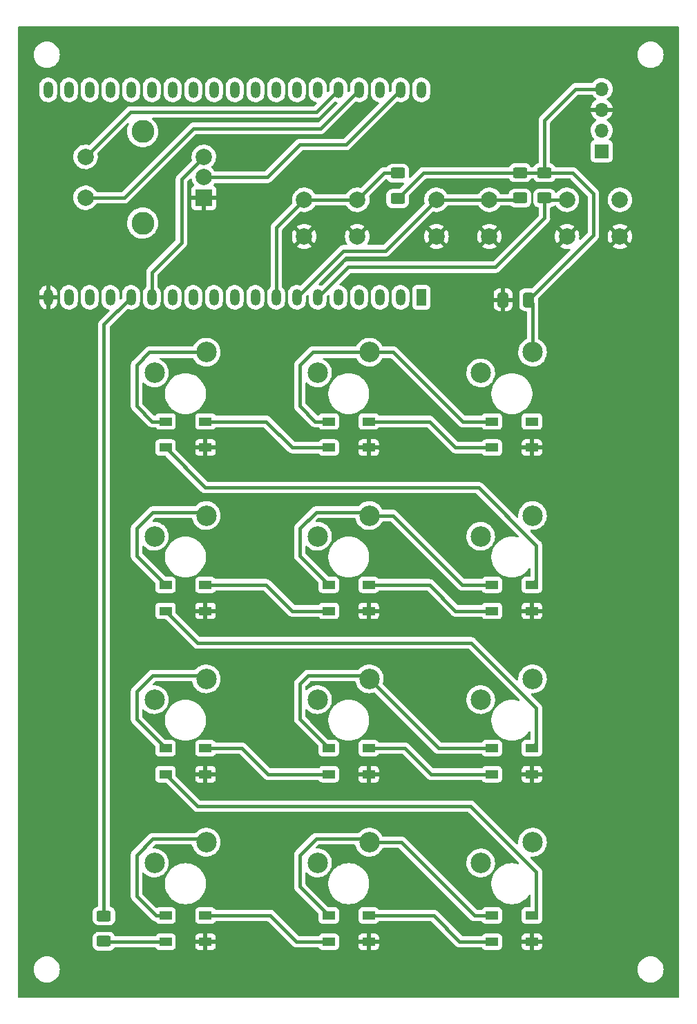
<source format=gbr>
%TF.GenerationSoftware,KiCad,Pcbnew,(6.0.1)*%
%TF.CreationDate,2023-01-12T08:56:13+01:00*%
%TF.ProjectId,MacroPad,4d616372-6f50-4616-942e-6b696361645f,rev?*%
%TF.SameCoordinates,Original*%
%TF.FileFunction,Copper,L1,Top*%
%TF.FilePolarity,Positive*%
%FSLAX46Y46*%
G04 Gerber Fmt 4.6, Leading zero omitted, Abs format (unit mm)*
G04 Created by KiCad (PCBNEW (6.0.1)) date 2023-01-12 08:56:13*
%MOMM*%
%LPD*%
G01*
G04 APERTURE LIST*
G04 Aperture macros list*
%AMRoundRect*
0 Rectangle with rounded corners*
0 $1 Rounding radius*
0 $2 $3 $4 $5 $6 $7 $8 $9 X,Y pos of 4 corners*
0 Add a 4 corners polygon primitive as box body*
4,1,4,$2,$3,$4,$5,$6,$7,$8,$9,$2,$3,0*
0 Add four circle primitives for the rounded corners*
1,1,$1+$1,$2,$3*
1,1,$1+$1,$4,$5*
1,1,$1+$1,$6,$7*
1,1,$1+$1,$8,$9*
0 Add four rect primitives between the rounded corners*
20,1,$1+$1,$2,$3,$4,$5,0*
20,1,$1+$1,$4,$5,$6,$7,0*
20,1,$1+$1,$6,$7,$8,$9,0*
20,1,$1+$1,$8,$9,$2,$3,0*%
G04 Aperture macros list end*
%TA.AperFunction,ComponentPad*%
%ADD10C,2.500000*%
%TD*%
%TA.AperFunction,SMDPad,CuDef*%
%ADD11R,1.500000X1.000000*%
%TD*%
%TA.AperFunction,SMDPad,CuDef*%
%ADD12RoundRect,0.250000X-0.625000X0.400000X-0.625000X-0.400000X0.625000X-0.400000X0.625000X0.400000X0*%
%TD*%
%TA.AperFunction,SMDPad,CuDef*%
%ADD13RoundRect,0.250000X-0.412500X-0.650000X0.412500X-0.650000X0.412500X0.650000X-0.412500X0.650000X0*%
%TD*%
%TA.AperFunction,ComponentPad*%
%ADD14C,2.000000*%
%TD*%
%TA.AperFunction,SMDPad,CuDef*%
%ADD15RoundRect,0.250000X0.625000X-0.400000X0.625000X0.400000X-0.625000X0.400000X-0.625000X-0.400000X0*%
%TD*%
%TA.AperFunction,ComponentPad*%
%ADD16R,2.000000X2.000000*%
%TD*%
%TA.AperFunction,ComponentPad*%
%ADD17C,2.800000*%
%TD*%
%TA.AperFunction,ComponentPad*%
%ADD18R,1.700000X1.700000*%
%TD*%
%TA.AperFunction,ComponentPad*%
%ADD19O,1.700000X1.700000*%
%TD*%
%TA.AperFunction,ComponentPad*%
%ADD20R,1.200000X2.000000*%
%TD*%
%TA.AperFunction,ComponentPad*%
%ADD21O,1.200000X2.000000*%
%TD*%
%TA.AperFunction,Conductor*%
%ADD22C,0.400000*%
%TD*%
G04 APERTURE END LIST*
D10*
%TO.P,SW2,1*%
%TO.N,SW2*%
X127190000Y-84960000D03*
%TO.P,SW2,2*%
%TO.N,GND*%
X133540000Y-82420000D03*
%TD*%
D11*
%TO.P,D5,1,VDD*%
%TO.N,Net-(C1-Pad1)*%
X133450000Y-114100000D03*
%TO.P,D5,2,DOUT*%
%TO.N,Net-(D5-Pad2)*%
X133450000Y-110900000D03*
%TO.P,D5,3,VSS*%
%TO.N,GND*%
X128550000Y-110900000D03*
%TO.P,D5,4,DIN*%
%TO.N,Net-(D4-Pad2)*%
X128550000Y-114100000D03*
%TD*%
%TO.P,D1,1,VDD*%
%TO.N,Net-(C1-Pad1)*%
X113450000Y-94100000D03*
%TO.P,D1,2,DOUT*%
%TO.N,Net-(D1-Pad2)*%
X113450000Y-90900000D03*
%TO.P,D1,3,VSS*%
%TO.N,GND*%
X108550000Y-90900000D03*
%TO.P,D1,4,DIN*%
%TO.N,Net-(D1-Pad4)*%
X108550000Y-94100000D03*
%TD*%
D12*
%TO.P,R2,1*%
%TO.N,GND*%
X155000000Y-60450000D03*
%TO.P,R2,2*%
%TO.N,Button1*%
X155000000Y-63550000D03*
%TD*%
D10*
%TO.P,SW1,1*%
%TO.N,SW1*%
X107190000Y-84960000D03*
%TO.P,SW1,2*%
%TO.N,GND*%
X113540000Y-82420000D03*
%TD*%
D11*
%TO.P,D6,1,VDD*%
%TO.N,Net-(C1-Pad1)*%
X153450000Y-114100000D03*
%TO.P,D6,2,DOUT*%
%TO.N,Net-(D1-Pad4)*%
X153450000Y-110900000D03*
%TO.P,D6,3,VSS*%
%TO.N,GND*%
X148550000Y-110900000D03*
%TO.P,D6,4,DIN*%
%TO.N,Net-(D5-Pad2)*%
X148550000Y-114100000D03*
%TD*%
D10*
%TO.P,SW8,1*%
%TO.N,SW8*%
X127190000Y-124960000D03*
%TO.P,SW8,2*%
%TO.N,GND*%
X133540000Y-122420000D03*
%TD*%
D13*
%TO.P,C1,1*%
%TO.N,Net-(C1-Pad1)*%
X149937500Y-76000000D03*
%TO.P,C1,2*%
%TO.N,GND*%
X153062500Y-76000000D03*
%TD*%
D10*
%TO.P,SW5,1*%
%TO.N,SW5*%
X127190000Y-104960000D03*
%TO.P,SW5,2*%
%TO.N,GND*%
X133540000Y-102420000D03*
%TD*%
D11*
%TO.P,D12,1,VDD*%
%TO.N,Net-(C1-Pad1)*%
X153450000Y-154600000D03*
%TO.P,D12,2,DOUT*%
%TO.N,Net-(D12-Pad2)*%
X153450000Y-151400000D03*
%TO.P,D12,3,VSS*%
%TO.N,GND*%
X148550000Y-151400000D03*
%TO.P,D12,4,DIN*%
%TO.N,Net-(D11-Pad2)*%
X148550000Y-154600000D03*
%TD*%
%TO.P,D3,1,VDD*%
%TO.N,Net-(C1-Pad1)*%
X153450000Y-94100000D03*
%TO.P,D3,2,DOUT*%
%TO.N,unconnected-(D3-Pad2)*%
X153450000Y-90900000D03*
%TO.P,D3,3,VSS*%
%TO.N,GND*%
X148550000Y-90900000D03*
%TO.P,D3,4,DIN*%
%TO.N,Net-(D2-Pad2)*%
X148550000Y-94100000D03*
%TD*%
%TO.P,D7,1,VDD*%
%TO.N,Net-(C1-Pad1)*%
X113450000Y-134100000D03*
%TO.P,D7,2,DOUT*%
%TO.N,Net-(D7-Pad2)*%
X113450000Y-130900000D03*
%TO.P,D7,3,VSS*%
%TO.N,GND*%
X108550000Y-130900000D03*
%TO.P,D7,4,DIN*%
%TO.N,Net-(D12-Pad2)*%
X108550000Y-134100000D03*
%TD*%
%TO.P,D2,1,VDD*%
%TO.N,Net-(C1-Pad1)*%
X133450000Y-94100000D03*
%TO.P,D2,2,DOUT*%
%TO.N,Net-(D2-Pad2)*%
X133450000Y-90900000D03*
%TO.P,D2,3,VSS*%
%TO.N,GND*%
X128550000Y-90900000D03*
%TO.P,D2,4,DIN*%
%TO.N,Net-(D1-Pad2)*%
X128550000Y-94100000D03*
%TD*%
D10*
%TO.P,SW11,1*%
%TO.N,SW11*%
X127190000Y-144960000D03*
%TO.P,SW11,2*%
%TO.N,GND*%
X133540000Y-142420000D03*
%TD*%
D14*
%TO.P,SW14,1,1*%
%TO.N,Button1*%
X157750000Y-63750000D03*
X164250000Y-63750000D03*
%TO.P,SW14,2,2*%
%TO.N,Net-(C1-Pad1)*%
X157750000Y-68250000D03*
X164250000Y-68250000D03*
%TD*%
D11*
%TO.P,D8,1,VDD*%
%TO.N,Net-(C1-Pad1)*%
X133450000Y-134100000D03*
%TO.P,D8,2,DOUT*%
%TO.N,Net-(D8-Pad2)*%
X133450000Y-130900000D03*
%TO.P,D8,3,VSS*%
%TO.N,GND*%
X128550000Y-130900000D03*
%TO.P,D8,4,DIN*%
%TO.N,Net-(D7-Pad2)*%
X128550000Y-134100000D03*
%TD*%
D14*
%TO.P,SW16,1,1*%
%TO.N,Button3*%
X125550000Y-63750000D03*
X132050000Y-63750000D03*
%TO.P,SW16,2,2*%
%TO.N,Net-(C1-Pad1)*%
X125550000Y-68250000D03*
X132050000Y-68250000D03*
%TD*%
D15*
%TO.P,R4,1*%
%TO.N,GND*%
X137000000Y-63600000D03*
%TO.P,R4,2*%
%TO.N,Button3*%
X137000000Y-60500000D03*
%TD*%
D16*
%TO.P,SW13,A,A*%
%TO.N,Net-(C1-Pad1)*%
X113250000Y-63500000D03*
D14*
%TO.P,SW13,B,B*%
%TO.N,GND*%
X113250000Y-58500000D03*
%TO.P,SW13,C,C*%
%TO.N,PinC*%
X113250000Y-61000000D03*
D17*
%TO.P,SW13,MP*%
%TO.N,N/C*%
X105750000Y-55400000D03*
X105750000Y-66600000D03*
D14*
%TO.P,SW13,S1,S1*%
%TO.N,S1*%
X98750000Y-63500000D03*
%TO.P,SW13,S2,S2*%
%TO.N,S2*%
X98750000Y-58500000D03*
%TD*%
D11*
%TO.P,D4,1,VDD*%
%TO.N,Net-(C1-Pad1)*%
X113450000Y-114100000D03*
%TO.P,D4,2,DOUT*%
%TO.N,Net-(D4-Pad2)*%
X113450000Y-110900000D03*
%TO.P,D4,3,VSS*%
%TO.N,GND*%
X108550000Y-110900000D03*
%TO.P,D4,4,DIN*%
%TO.N,Net-(D4-Pad4)*%
X108550000Y-114100000D03*
%TD*%
%TO.P,D11,1,VDD*%
%TO.N,Net-(C1-Pad1)*%
X133450000Y-154600000D03*
%TO.P,D11,2,DOUT*%
%TO.N,Net-(D11-Pad2)*%
X133450000Y-151400000D03*
%TO.P,D11,3,VSS*%
%TO.N,GND*%
X128550000Y-151400000D03*
%TO.P,D11,4,DIN*%
%TO.N,Net-(D10-Pad2)*%
X128550000Y-154600000D03*
%TD*%
D10*
%TO.P,SW9,1*%
%TO.N,SW9*%
X147190000Y-124960000D03*
%TO.P,SW9,2*%
%TO.N,GND*%
X153540000Y-122420000D03*
%TD*%
D11*
%TO.P,D9,1,VDD*%
%TO.N,Net-(C1-Pad1)*%
X153450000Y-134100000D03*
%TO.P,D9,2,DOUT*%
%TO.N,Net-(D4-Pad4)*%
X153450000Y-130900000D03*
%TO.P,D9,3,VSS*%
%TO.N,GND*%
X148550000Y-130900000D03*
%TO.P,D9,4,DIN*%
%TO.N,Net-(D8-Pad2)*%
X148550000Y-134100000D03*
%TD*%
D12*
%TO.P,R1,1*%
%TO.N,DATA*%
X101000000Y-151450000D03*
%TO.P,R1,2*%
%TO.N,Net-(D10-Pad4)*%
X101000000Y-154550000D03*
%TD*%
D18*
%TO.P,O1,1,Pin_1*%
%TO.N,Net-(O1-Pad1)*%
X162000000Y-57800000D03*
D19*
%TO.P,O1,2,Pin_2*%
%TO.N,Net-(O1-Pad2)*%
X162000000Y-55260000D03*
%TO.P,O1,3,Pin_3*%
%TO.N,Net-(C1-Pad1)*%
X162000000Y-52720000D03*
%TO.P,O1,4,Pin_4*%
%TO.N,GND*%
X162000000Y-50180000D03*
%TD*%
D10*
%TO.P,SW12,1*%
%TO.N,SW12*%
X147190000Y-144960000D03*
%TO.P,SW12,2*%
%TO.N,GND*%
X153540000Y-142420000D03*
%TD*%
%TO.P,SW7,1*%
%TO.N,SW7*%
X107190000Y-124960000D03*
%TO.P,SW7,2*%
%TO.N,GND*%
X113540000Y-122420000D03*
%TD*%
%TO.P,SW6,1*%
%TO.N,SW6*%
X147190000Y-104960000D03*
%TO.P,SW6,2*%
%TO.N,GND*%
X153540000Y-102420000D03*
%TD*%
%TO.P,SW3,1*%
%TO.N,SW3*%
X147190000Y-84960000D03*
%TO.P,SW3,2*%
%TO.N,GND*%
X153540000Y-82420000D03*
%TD*%
%TO.P,SW10,1*%
%TO.N,SW10*%
X107190000Y-144960000D03*
%TO.P,SW10,2*%
%TO.N,GND*%
X113540000Y-142420000D03*
%TD*%
D12*
%TO.P,R3,1*%
%TO.N,GND*%
X152000000Y-60450000D03*
%TO.P,R3,2*%
%TO.N,Button2*%
X152000000Y-63550000D03*
%TD*%
D11*
%TO.P,D10,1,VDD*%
%TO.N,Net-(C1-Pad1)*%
X113450000Y-154600000D03*
%TO.P,D10,2,DOUT*%
%TO.N,Net-(D10-Pad2)*%
X113450000Y-151400000D03*
%TO.P,D10,3,VSS*%
%TO.N,GND*%
X108550000Y-151400000D03*
%TO.P,D10,4,DIN*%
%TO.N,Net-(D10-Pad4)*%
X108550000Y-154600000D03*
%TD*%
D14*
%TO.P,SW15,1,1*%
%TO.N,Button2*%
X148250000Y-63750000D03*
X141750000Y-63750000D03*
%TO.P,SW15,2,2*%
%TO.N,Net-(C1-Pad1)*%
X141750000Y-68250000D03*
X148250000Y-68250000D03*
%TD*%
D10*
%TO.P,SW4,1*%
%TO.N,SW4*%
X107190000Y-104960000D03*
%TO.P,SW4,2*%
%TO.N,GND*%
X113540000Y-102420000D03*
%TD*%
D20*
%TO.P,U1,1,3V3*%
%TO.N,unconnected-(U1-Pad1)*%
X139903440Y-75700000D03*
D21*
%TO.P,U1,2,CHIP_PU*%
%TO.N,unconnected-(U1-Pad2)*%
X137363440Y-75700000D03*
%TO.P,U1,3,SENSOR_VP/GPIO36/ADC1_CH0*%
%TO.N,unconnected-(U1-Pad3)*%
X134823440Y-75700000D03*
%TO.P,U1,4,SENSOR_VN/GPIO39/ADC1_CH3*%
%TO.N,unconnected-(U1-Pad4)*%
X132283440Y-75700000D03*
%TO.P,U1,5,VDET_1/GPIO34/ADC1_CH6*%
%TO.N,unconnected-(U1-Pad5)*%
X129743440Y-75700000D03*
%TO.P,U1,6,VDET_2/GPIO35/ADC1_CH7*%
%TO.N,Button1*%
X127203440Y-75700000D03*
%TO.P,U1,7,32K_XP/GPIO32/ADC1_CH4*%
%TO.N,Button2*%
X124663440Y-75700000D03*
%TO.P,U1,8,32K_XN/GPIO33/ADC1_CH5*%
%TO.N,Button3*%
X122123440Y-75700000D03*
%TO.P,U1,9,DAC_1/ADC2_CH8/GPIO25*%
%TO.N,SW11*%
X119583440Y-75700000D03*
%TO.P,U1,10,DAC_2/ADC2_CH9/GPIO26*%
%TO.N,SW10*%
X117043440Y-75700000D03*
%TO.P,U1,11,ADC2_CH7/GPIO27*%
%TO.N,SW7*%
X114503440Y-75700000D03*
%TO.P,U1,12,MTMS/GPIO14/ADC2_CH6*%
%TO.N,SW4*%
X111963440Y-75700000D03*
%TO.P,U1,13,\u002AMTDI/GPIO12/ADC2_CH5*%
%TO.N,SW1*%
X109423440Y-75700000D03*
%TO.P,U1,14,GND*%
%TO.N,GND*%
X106883440Y-75700000D03*
%TO.P,U1,15,MTCK/GPIO13/ADC2_CH4*%
%TO.N,DATA*%
X104343440Y-75700000D03*
%TO.P,U1,16,SD_DATA2/GPIO9*%
%TO.N,unconnected-(U1-Pad16)*%
X101803440Y-75700000D03*
%TO.P,U1,17,SD_DATA3/GPIO10*%
%TO.N,unconnected-(U1-Pad17)*%
X99263440Y-75700000D03*
%TO.P,U1,18,CMD*%
%TO.N,unconnected-(U1-Pad18)*%
X96723440Y-75700000D03*
%TO.P,U1,19,5V*%
%TO.N,Net-(C1-Pad1)*%
X94183440Y-75700000D03*
%TO.P,U1,20,SD_CLK/GPIO6*%
%TO.N,unconnected-(U1-Pad20)*%
X94186160Y-50303680D03*
%TO.P,U1,21,SD_DATA0/GPIO7*%
%TO.N,unconnected-(U1-Pad21)*%
X96726160Y-50303680D03*
%TO.P,U1,22,SD_DATA1/GPIO8*%
%TO.N,unconnected-(U1-Pad22)*%
X99263440Y-50300000D03*
%TO.P,U1,23,\u002AMTDO/GPIO15/ADC2_CH3*%
%TO.N,unconnected-(U1-Pad23)*%
X101803440Y-50300000D03*
%TO.P,U1,24,ADC2_CH2/\u002AGPIO2*%
%TO.N,unconnected-(U1-Pad24)*%
X104343440Y-50300000D03*
%TO.P,U1,25,\u002AGPIO0/BOOT/ADC2_CH1*%
%TO.N,SW8*%
X106883440Y-50300000D03*
%TO.P,U1,26,ADC2_CH0/GPIO4*%
%TO.N,SW5*%
X109423440Y-50300000D03*
%TO.P,U1,27,GPIO16*%
%TO.N,SW2*%
X111963440Y-50300000D03*
%TO.P,U1,28,GPIO17*%
%TO.N,SW12*%
X114503440Y-50300000D03*
%TO.P,U1,29,\u002AGPIO5*%
%TO.N,SW9*%
X117043440Y-50300000D03*
%TO.P,U1,30,GPIO18*%
%TO.N,SW6*%
X119583440Y-50300000D03*
%TO.P,U1,31,GPIO19*%
%TO.N,SW3*%
X122123440Y-50300000D03*
%TO.P,U1,32,GND*%
%TO.N,unconnected-(U1-Pad32)*%
X124663440Y-50300000D03*
%TO.P,U1,33,GPIO21*%
%TO.N,Net-(O1-Pad1)*%
X127203440Y-50300000D03*
%TO.P,U1,34,U0RXD/GPIO3*%
%TO.N,S2*%
X129743440Y-50300000D03*
%TO.P,U1,35,U0TXD/GPIO1*%
%TO.N,S1*%
X132283440Y-50300000D03*
%TO.P,U1,36,GPIO22*%
%TO.N,Net-(O1-Pad2)*%
X134823440Y-50300000D03*
%TO.P,U1,37,GPIO23*%
%TO.N,PinC*%
X137363440Y-50300000D03*
%TO.P,U1,38,GND*%
%TO.N,GND*%
X139903440Y-50300000D03*
%TD*%
D22*
%TO.N,GND*%
X105000000Y-144000000D02*
X107000000Y-142000000D01*
X107000000Y-142000000D02*
X113120000Y-142000000D01*
X107400000Y-151400000D02*
X105000000Y-149000000D01*
X105000000Y-149000000D02*
X105000000Y-144000000D01*
X113120000Y-142000000D02*
X113540000Y-142420000D01*
X108550000Y-151400000D02*
X107400000Y-151400000D01*
X127000000Y-142000000D02*
X133120000Y-142000000D01*
X133120000Y-142000000D02*
X133540000Y-142420000D01*
X125000000Y-144000000D02*
X127000000Y-142000000D01*
X125000000Y-147850000D02*
X125000000Y-144000000D01*
X128550000Y-151400000D02*
X125000000Y-147850000D01*
%TO.N,Net-(D12-Pad2)*%
X112450000Y-138000000D02*
X108550000Y-134100000D01*
X154000000Y-146070960D02*
X145929040Y-138000000D01*
X154000000Y-150850000D02*
X154000000Y-146070960D01*
X153450000Y-151400000D02*
X154000000Y-150850000D01*
X145929040Y-138000000D02*
X112450000Y-138000000D01*
%TO.N,GND*%
X126900000Y-90900000D02*
X128550000Y-90900000D01*
X125000000Y-89000000D02*
X126900000Y-90900000D01*
X125000000Y-84000000D02*
X125000000Y-89000000D01*
X126580000Y-82420000D02*
X125000000Y-84000000D01*
X133540000Y-82420000D02*
X126580000Y-82420000D01*
X105000000Y-84000000D02*
X106580000Y-82420000D01*
X105000000Y-89000000D02*
X105000000Y-84000000D01*
X106900000Y-90900000D02*
X105000000Y-89000000D01*
X108550000Y-90900000D02*
X106900000Y-90900000D01*
X106580000Y-82420000D02*
X113540000Y-82420000D01*
X113120000Y-102000000D02*
X113540000Y-102420000D01*
X107000000Y-102000000D02*
X113120000Y-102000000D01*
X105000000Y-107350000D02*
X105000000Y-104000000D01*
X108550000Y-110900000D02*
X105000000Y-107350000D01*
X105000000Y-104000000D02*
X107000000Y-102000000D01*
X133120000Y-102000000D02*
X133540000Y-102420000D01*
X125000000Y-104000000D02*
X127000000Y-102000000D01*
X125000000Y-107350000D02*
X125000000Y-104000000D01*
X127000000Y-102000000D02*
X133120000Y-102000000D01*
X128550000Y-110900000D02*
X125000000Y-107350000D01*
X113120000Y-122000000D02*
X113540000Y-122420000D01*
X107000000Y-122000000D02*
X113120000Y-122000000D01*
X105000000Y-124000000D02*
X107000000Y-122000000D01*
X105000000Y-127350000D02*
X105000000Y-124000000D01*
X108550000Y-130900000D02*
X105000000Y-127350000D01*
X133120000Y-122000000D02*
X133540000Y-122420000D01*
X126000000Y-122000000D02*
X133120000Y-122000000D01*
X125000000Y-123000000D02*
X126000000Y-122000000D01*
X125000000Y-127350000D02*
X125000000Y-123000000D01*
X128550000Y-130900000D02*
X125000000Y-127350000D01*
%TO.N,Net-(D4-Pad4)*%
X146000000Y-118000000D02*
X112450000Y-118000000D01*
X112450000Y-118000000D02*
X108550000Y-114100000D01*
X154000000Y-126000000D02*
X146000000Y-118000000D01*
X154000000Y-130350000D02*
X154000000Y-126000000D01*
X153450000Y-130900000D02*
X154000000Y-130350000D01*
%TO.N,Net-(D1-Pad4)*%
X113450000Y-99000000D02*
X108550000Y-94100000D01*
X146929040Y-99000000D02*
X113450000Y-99000000D01*
X154000000Y-106070960D02*
X146929040Y-99000000D01*
X154000000Y-110350000D02*
X154000000Y-106070960D01*
X153450000Y-110900000D02*
X154000000Y-110350000D01*
%TO.N,GND*%
X106883440Y-72616560D02*
X106883440Y-75700000D01*
X148550000Y-130900000D02*
X142020000Y-130900000D01*
X155000000Y-54000000D02*
X155000000Y-60450000D01*
X153062500Y-76000000D02*
X161000000Y-68062500D01*
X144960000Y-90900000D02*
X136480000Y-82420000D01*
X161000000Y-63000000D02*
X158450000Y-60450000D01*
X161000000Y-68062500D02*
X161000000Y-63000000D01*
X148550000Y-90900000D02*
X144960000Y-90900000D01*
X148550000Y-110900000D02*
X144900000Y-110900000D01*
X152721919Y-102420000D02*
X153540000Y-102420000D01*
X146400000Y-151400000D02*
X137420000Y-142420000D01*
X136420000Y-102420000D02*
X133540000Y-102420000D01*
X110500000Y-69000000D02*
X106883440Y-72616560D01*
X137420000Y-142420000D02*
X133540000Y-142420000D01*
X140150000Y-60450000D02*
X152000000Y-60450000D01*
X142020000Y-130900000D02*
X133540000Y-122420000D01*
X158820000Y-50180000D02*
X155000000Y-54000000D01*
X158450000Y-60450000D02*
X155000000Y-60450000D01*
X153062500Y-76000000D02*
X153540000Y-76477500D01*
X137000000Y-63600000D02*
X140150000Y-60450000D01*
X152000000Y-60450000D02*
X155000000Y-60450000D01*
X136480000Y-82420000D02*
X133540000Y-82420000D01*
X110500000Y-61250000D02*
X110500000Y-69000000D01*
X148550000Y-151400000D02*
X146400000Y-151400000D01*
X153540000Y-76477500D02*
X153540000Y-82420000D01*
X113250000Y-58500000D02*
X110500000Y-61250000D01*
X144900000Y-110900000D02*
X136420000Y-102420000D01*
X162000000Y-50180000D02*
X158820000Y-50180000D01*
%TO.N,Net-(D1-Pad2)*%
X113450000Y-90900000D02*
X120900000Y-90900000D01*
X120900000Y-90900000D02*
X124100000Y-94100000D01*
X124100000Y-94100000D02*
X128550000Y-94100000D01*
%TO.N,Net-(D2-Pad2)*%
X133450000Y-90900000D02*
X140900000Y-90900000D01*
X144100000Y-94100000D02*
X148550000Y-94100000D01*
X140900000Y-90900000D02*
X144100000Y-94100000D01*
%TO.N,Net-(D4-Pad2)*%
X113450000Y-110900000D02*
X120900000Y-110900000D01*
X120900000Y-110900000D02*
X124100000Y-114100000D01*
X124100000Y-114100000D02*
X128550000Y-114100000D01*
%TO.N,Net-(D5-Pad2)*%
X133450000Y-110900000D02*
X140900000Y-110900000D01*
X140900000Y-110900000D02*
X144100000Y-114100000D01*
X144100000Y-114100000D02*
X148550000Y-114100000D01*
%TO.N,Net-(D7-Pad2)*%
X121100000Y-134100000D02*
X117900000Y-130900000D01*
X117900000Y-130900000D02*
X113450000Y-130900000D01*
X128550000Y-134100000D02*
X121100000Y-134100000D01*
%TO.N,Net-(D8-Pad2)*%
X141100000Y-134100000D02*
X137900000Y-130900000D01*
X137900000Y-130900000D02*
X133450000Y-130900000D01*
X148550000Y-134100000D02*
X141100000Y-134100000D01*
%TO.N,Net-(D10-Pad4)*%
X108550000Y-154600000D02*
X101050000Y-154600000D01*
X101050000Y-154600000D02*
X101000000Y-154550000D01*
%TO.N,Net-(D10-Pad2)*%
X113450000Y-151400000D02*
X121400000Y-151400000D01*
X121400000Y-151400000D02*
X124600000Y-154600000D01*
X124600000Y-154600000D02*
X128550000Y-154600000D01*
%TO.N,Net-(D11-Pad2)*%
X144600000Y-154600000D02*
X148550000Y-154600000D01*
X133450000Y-151400000D02*
X141400000Y-151400000D01*
X141400000Y-151400000D02*
X144600000Y-154600000D01*
%TO.N,DATA*%
X101000000Y-151450000D02*
X101000000Y-79043440D01*
X101000000Y-79043440D02*
X104343440Y-75700000D01*
%TO.N,PinC*%
X130663440Y-57000000D02*
X137363440Y-50300000D01*
X121000000Y-61000000D02*
X125000000Y-57000000D01*
X113250000Y-61000000D02*
X121000000Y-61000000D01*
X125000000Y-57000000D02*
X130663440Y-57000000D01*
%TO.N,S1*%
X132283440Y-50300000D02*
X127583440Y-55000000D01*
X112000000Y-55000000D02*
X103500000Y-63500000D01*
X103500000Y-63500000D02*
X98750000Y-63500000D01*
X127583440Y-55000000D02*
X112000000Y-55000000D01*
%TO.N,S2*%
X127043440Y-53000000D02*
X129743440Y-50300000D01*
X104250000Y-53000000D02*
X127043440Y-53000000D01*
X98750000Y-58500000D02*
X104250000Y-53000000D01*
%TO.N,Button1*%
X149000000Y-72000000D02*
X155000000Y-66000000D01*
X157750000Y-63750000D02*
X155200000Y-63750000D01*
X155000000Y-66000000D02*
X155000000Y-63550000D01*
X130903440Y-72000000D02*
X149000000Y-72000000D01*
X127203440Y-75700000D02*
X130903440Y-72000000D01*
X155200000Y-63750000D02*
X155000000Y-63550000D01*
%TO.N,Button2*%
X130363440Y-70000000D02*
X124663440Y-75700000D01*
X141750000Y-63750000D02*
X135500000Y-70000000D01*
X135500000Y-70000000D02*
X130363440Y-70000000D01*
X151800000Y-63750000D02*
X148250000Y-63750000D01*
X152000000Y-63550000D02*
X151800000Y-63750000D01*
X141750000Y-63750000D02*
X148250000Y-63750000D01*
%TO.N,Button3*%
X135300000Y-60500000D02*
X132050000Y-63750000D01*
X125550000Y-63750000D02*
X132050000Y-63750000D01*
X137000000Y-60500000D02*
X135300000Y-60500000D01*
X122123440Y-67176560D02*
X125550000Y-63750000D01*
X122123440Y-75700000D02*
X122123440Y-67176560D01*
%TD*%
%TA.AperFunction,Conductor*%
%TO.N,Net-(C1-Pad1)*%
G36*
X171443039Y-42519685D02*
G01*
X171488794Y-42572489D01*
X171500000Y-42624000D01*
X171500000Y-161376000D01*
X171480315Y-161443039D01*
X171427511Y-161488794D01*
X171376000Y-161500000D01*
X90624000Y-161500000D01*
X90556961Y-161480315D01*
X90511206Y-161427511D01*
X90500000Y-161376000D01*
X90500000Y-158000000D01*
X92394551Y-158000000D01*
X92414317Y-158251148D01*
X92415452Y-158255876D01*
X92415453Y-158255882D01*
X92471455Y-158489145D01*
X92473127Y-158496111D01*
X92569534Y-158728859D01*
X92701164Y-158943659D01*
X92864776Y-159135224D01*
X93056341Y-159298836D01*
X93271141Y-159430466D01*
X93275641Y-159432330D01*
X93275645Y-159432332D01*
X93475623Y-159515165D01*
X93503889Y-159526873D01*
X93508625Y-159528010D01*
X93744118Y-159584547D01*
X93744124Y-159584548D01*
X93748852Y-159585683D01*
X93753702Y-159586065D01*
X93753704Y-159586065D01*
X93803272Y-159589966D01*
X93937118Y-159600500D01*
X94062882Y-159600500D01*
X94196728Y-159589966D01*
X94246296Y-159586065D01*
X94246298Y-159586065D01*
X94251148Y-159585683D01*
X94255876Y-159584548D01*
X94255882Y-159584547D01*
X94491375Y-159528010D01*
X94496111Y-159526873D01*
X94524377Y-159515165D01*
X94724355Y-159432332D01*
X94724359Y-159432330D01*
X94728859Y-159430466D01*
X94943659Y-159298836D01*
X95135224Y-159135224D01*
X95298836Y-158943659D01*
X95430466Y-158728859D01*
X95526873Y-158496111D01*
X95528545Y-158489145D01*
X95584547Y-158255882D01*
X95584548Y-158255876D01*
X95585683Y-158251148D01*
X95605449Y-158000000D01*
X166394551Y-158000000D01*
X166414317Y-158251148D01*
X166415452Y-158255876D01*
X166415453Y-158255882D01*
X166471455Y-158489145D01*
X166473127Y-158496111D01*
X166569534Y-158728859D01*
X166701164Y-158943659D01*
X166864776Y-159135224D01*
X167056341Y-159298836D01*
X167271141Y-159430466D01*
X167275641Y-159432330D01*
X167275645Y-159432332D01*
X167475623Y-159515165D01*
X167503889Y-159526873D01*
X167508625Y-159528010D01*
X167744118Y-159584547D01*
X167744124Y-159584548D01*
X167748852Y-159585683D01*
X167753702Y-159586065D01*
X167753704Y-159586065D01*
X167803272Y-159589966D01*
X167937118Y-159600500D01*
X168062882Y-159600500D01*
X168196728Y-159589966D01*
X168246296Y-159586065D01*
X168246298Y-159586065D01*
X168251148Y-159585683D01*
X168255876Y-159584548D01*
X168255882Y-159584547D01*
X168491375Y-159528010D01*
X168496111Y-159526873D01*
X168524377Y-159515165D01*
X168724355Y-159432332D01*
X168724359Y-159432330D01*
X168728859Y-159430466D01*
X168943659Y-159298836D01*
X169135224Y-159135224D01*
X169298836Y-158943659D01*
X169430466Y-158728859D01*
X169526873Y-158496111D01*
X169528545Y-158489145D01*
X169584547Y-158255882D01*
X169584548Y-158255876D01*
X169585683Y-158251148D01*
X169605449Y-158000000D01*
X169585683Y-157748852D01*
X169584548Y-157744124D01*
X169584547Y-157744118D01*
X169528010Y-157508625D01*
X169526873Y-157503889D01*
X169430466Y-157271141D01*
X169298836Y-157056341D01*
X169135224Y-156864776D01*
X168943659Y-156701164D01*
X168728859Y-156569534D01*
X168724359Y-156567670D01*
X168724355Y-156567668D01*
X168500611Y-156474991D01*
X168500612Y-156474991D01*
X168496111Y-156473127D01*
X168489145Y-156471455D01*
X168255882Y-156415453D01*
X168255876Y-156415452D01*
X168251148Y-156414317D01*
X168246298Y-156413935D01*
X168246296Y-156413935D01*
X168196728Y-156410034D01*
X168062882Y-156399500D01*
X167937118Y-156399500D01*
X167803272Y-156410034D01*
X167753704Y-156413935D01*
X167753702Y-156413935D01*
X167748852Y-156414317D01*
X167744124Y-156415452D01*
X167744118Y-156415453D01*
X167510855Y-156471455D01*
X167503889Y-156473127D01*
X167499388Y-156474991D01*
X167499389Y-156474991D01*
X167275645Y-156567668D01*
X167275641Y-156567670D01*
X167271141Y-156569534D01*
X167056341Y-156701164D01*
X166864776Y-156864776D01*
X166701164Y-157056341D01*
X166569534Y-157271141D01*
X166473127Y-157503889D01*
X166471990Y-157508625D01*
X166415453Y-157744118D01*
X166415452Y-157744124D01*
X166414317Y-157748852D01*
X166394551Y-158000000D01*
X95605449Y-158000000D01*
X95585683Y-157748852D01*
X95584548Y-157744124D01*
X95584547Y-157744118D01*
X95528010Y-157508625D01*
X95526873Y-157503889D01*
X95430466Y-157271141D01*
X95298836Y-157056341D01*
X95135224Y-156864776D01*
X94943659Y-156701164D01*
X94728859Y-156569534D01*
X94724359Y-156567670D01*
X94724355Y-156567668D01*
X94500611Y-156474991D01*
X94500612Y-156474991D01*
X94496111Y-156473127D01*
X94489145Y-156471455D01*
X94255882Y-156415453D01*
X94255876Y-156415452D01*
X94251148Y-156414317D01*
X94246298Y-156413935D01*
X94246296Y-156413935D01*
X94196728Y-156410034D01*
X94062882Y-156399500D01*
X93937118Y-156399500D01*
X93803272Y-156410034D01*
X93753704Y-156413935D01*
X93753702Y-156413935D01*
X93748852Y-156414317D01*
X93744124Y-156415452D01*
X93744118Y-156415453D01*
X93510855Y-156471455D01*
X93503889Y-156473127D01*
X93499388Y-156474991D01*
X93499389Y-156474991D01*
X93275645Y-156567668D01*
X93275641Y-156567670D01*
X93271141Y-156569534D01*
X93056341Y-156701164D01*
X92864776Y-156864776D01*
X92701164Y-157056341D01*
X92569534Y-157271141D01*
X92473127Y-157503889D01*
X92471990Y-157508625D01*
X92415453Y-157744118D01*
X92415452Y-157744124D01*
X92414317Y-157748852D01*
X92394551Y-158000000D01*
X90500000Y-158000000D01*
X90500000Y-154999866D01*
X99624500Y-154999866D01*
X99635359Y-155104519D01*
X99690744Y-155270529D01*
X99721472Y-155320185D01*
X99779043Y-155413220D01*
X99779046Y-155413224D01*
X99782834Y-155419345D01*
X99906689Y-155542984D01*
X100055666Y-155634814D01*
X100221772Y-155689910D01*
X100276316Y-155695498D01*
X100321987Y-155700178D01*
X100321995Y-155700178D01*
X100325134Y-155700500D01*
X101674866Y-155700500D01*
X101779519Y-155689641D01*
X101785956Y-155687493D01*
X101785958Y-155687493D01*
X101938695Y-155636536D01*
X101945529Y-155634256D01*
X102015230Y-155591124D01*
X102088220Y-155545957D01*
X102088224Y-155545954D01*
X102094345Y-155542166D01*
X102217984Y-155418311D01*
X102254276Y-155359434D01*
X102306211Y-155312694D01*
X102359834Y-155300500D01*
X107262727Y-155300500D01*
X107329766Y-155320185D01*
X107361952Y-155350133D01*
X107442454Y-155457546D01*
X107449519Y-155462841D01*
X107550109Y-155538230D01*
X107550111Y-155538231D01*
X107557176Y-155543526D01*
X107565444Y-155546626D01*
X107565445Y-155546626D01*
X107596768Y-155558368D01*
X107691420Y-155593851D01*
X107752623Y-155600500D01*
X108549881Y-155600500D01*
X109347376Y-155600499D01*
X109408580Y-155593851D01*
X109509144Y-155556152D01*
X109534555Y-155546626D01*
X109534556Y-155546626D01*
X109542824Y-155543526D01*
X109549889Y-155538231D01*
X109549891Y-155538230D01*
X109650481Y-155462841D01*
X109657546Y-155457546D01*
X109682363Y-155424433D01*
X109738230Y-155349891D01*
X109738231Y-155349889D01*
X109743526Y-155342824D01*
X109793851Y-155208580D01*
X109800500Y-155147377D01*
X109800500Y-155144726D01*
X112192001Y-155144726D01*
X112192364Y-155151431D01*
X112197908Y-155202477D01*
X112201478Y-155217488D01*
X112246727Y-155338190D01*
X112255126Y-155353532D01*
X112331798Y-155455835D01*
X112344165Y-155468202D01*
X112446468Y-155544874D01*
X112461810Y-155553273D01*
X112582515Y-155598524D01*
X112597518Y-155602091D01*
X112648573Y-155607637D01*
X112655271Y-155608000D01*
X113178170Y-155608000D01*
X113193169Y-155603596D01*
X113194356Y-155602226D01*
X113196000Y-155594668D01*
X113196000Y-155590169D01*
X113704000Y-155590169D01*
X113708404Y-155605168D01*
X113709774Y-155606355D01*
X113717332Y-155607999D01*
X114244726Y-155607999D01*
X114251431Y-155607636D01*
X114302477Y-155602092D01*
X114317488Y-155598522D01*
X114438190Y-155553273D01*
X114453532Y-155544874D01*
X114555835Y-155468202D01*
X114568202Y-155455835D01*
X114644874Y-155353532D01*
X114653273Y-155338190D01*
X114698524Y-155217485D01*
X114702091Y-155202482D01*
X114707637Y-155151427D01*
X114708000Y-155144729D01*
X114708000Y-154871830D01*
X114703596Y-154856831D01*
X114702226Y-154855644D01*
X114694668Y-154854000D01*
X113721830Y-154854000D01*
X113706831Y-154858404D01*
X113705644Y-154859774D01*
X113704000Y-154867332D01*
X113704000Y-155590169D01*
X113196000Y-155590169D01*
X113196000Y-154871830D01*
X113191596Y-154856831D01*
X113190226Y-154855644D01*
X113182668Y-154854000D01*
X112209831Y-154854000D01*
X112194832Y-154858404D01*
X112193645Y-154859774D01*
X112192001Y-154867332D01*
X112192001Y-155144726D01*
X109800500Y-155144726D01*
X109800499Y-154328170D01*
X112192000Y-154328170D01*
X112196404Y-154343169D01*
X112197774Y-154344356D01*
X112205332Y-154346000D01*
X113178170Y-154346000D01*
X113193169Y-154341596D01*
X113194356Y-154340226D01*
X113196000Y-154332668D01*
X113196000Y-154328170D01*
X113704000Y-154328170D01*
X113708404Y-154343169D01*
X113709774Y-154344356D01*
X113717332Y-154346000D01*
X114690169Y-154346000D01*
X114705168Y-154341596D01*
X114706355Y-154340226D01*
X114707999Y-154332668D01*
X114707999Y-154055274D01*
X114707636Y-154048569D01*
X114702092Y-153997523D01*
X114698522Y-153982512D01*
X114653273Y-153861810D01*
X114644874Y-153846468D01*
X114568202Y-153744165D01*
X114555835Y-153731798D01*
X114453532Y-153655126D01*
X114438190Y-153646727D01*
X114317485Y-153601476D01*
X114302482Y-153597909D01*
X114251427Y-153592363D01*
X114244729Y-153592000D01*
X113721830Y-153592000D01*
X113706831Y-153596404D01*
X113705644Y-153597774D01*
X113704000Y-153605332D01*
X113704000Y-154328170D01*
X113196000Y-154328170D01*
X113196000Y-153609831D01*
X113191596Y-153594832D01*
X113190226Y-153593645D01*
X113182668Y-153592001D01*
X112655274Y-153592001D01*
X112648569Y-153592364D01*
X112597523Y-153597908D01*
X112582512Y-153601478D01*
X112461810Y-153646727D01*
X112446468Y-153655126D01*
X112344165Y-153731798D01*
X112331798Y-153744165D01*
X112255126Y-153846468D01*
X112246727Y-153861810D01*
X112201476Y-153982515D01*
X112197909Y-153997518D01*
X112192363Y-154048573D01*
X112192000Y-154055271D01*
X112192000Y-154328170D01*
X109800499Y-154328170D01*
X109800499Y-154052624D01*
X109793851Y-153991420D01*
X109743526Y-153857176D01*
X109738048Y-153849866D01*
X109662841Y-153749519D01*
X109657546Y-153742454D01*
X109583261Y-153686780D01*
X109549891Y-153661770D01*
X109549889Y-153661769D01*
X109542824Y-153656474D01*
X109516824Y-153646727D01*
X109503232Y-153641632D01*
X109408580Y-153606149D01*
X109347377Y-153599500D01*
X108550119Y-153599500D01*
X107752624Y-153599501D01*
X107691420Y-153606149D01*
X107590856Y-153643848D01*
X107583177Y-153646727D01*
X107557176Y-153656474D01*
X107550111Y-153661769D01*
X107550109Y-153661770D01*
X107516739Y-153686780D01*
X107442454Y-153742454D01*
X107364500Y-153846468D01*
X107361953Y-153849866D01*
X107305996Y-153891706D01*
X107262727Y-153899500D01*
X102419983Y-153899500D01*
X102352944Y-153879815D01*
X102309480Y-153830141D01*
X102309256Y-153829471D01*
X102248814Y-153731798D01*
X102220957Y-153686780D01*
X102220954Y-153686776D01*
X102217166Y-153680655D01*
X102093311Y-153557016D01*
X101944334Y-153465186D01*
X101778228Y-153410090D01*
X101723684Y-153404502D01*
X101678013Y-153399822D01*
X101678005Y-153399822D01*
X101674866Y-153399500D01*
X100325134Y-153399500D01*
X100220481Y-153410359D01*
X100214044Y-153412507D01*
X100214042Y-153412507D01*
X100062936Y-153462920D01*
X100054471Y-153465744D01*
X100003727Y-153497145D01*
X99911780Y-153554043D01*
X99911776Y-153554046D01*
X99905655Y-153557834D01*
X99782016Y-153681689D01*
X99690186Y-153830666D01*
X99635090Y-153996772D01*
X99624500Y-154100134D01*
X99624500Y-154999866D01*
X90500000Y-154999866D01*
X90500000Y-151899866D01*
X99624500Y-151899866D01*
X99635359Y-152004519D01*
X99637507Y-152010956D01*
X99637507Y-152010958D01*
X99681501Y-152142824D01*
X99690744Y-152170529D01*
X99694534Y-152176653D01*
X99779043Y-152313220D01*
X99779046Y-152313224D01*
X99782834Y-152319345D01*
X99906689Y-152442984D01*
X100055666Y-152534814D01*
X100221772Y-152589910D01*
X100276316Y-152595498D01*
X100321987Y-152600178D01*
X100321995Y-152600178D01*
X100325134Y-152600500D01*
X101674866Y-152600500D01*
X101779519Y-152589641D01*
X101785956Y-152587493D01*
X101785958Y-152587493D01*
X101938695Y-152536536D01*
X101945529Y-152534256D01*
X101996273Y-152502855D01*
X102088220Y-152445957D01*
X102088224Y-152445954D01*
X102094345Y-152442166D01*
X102217984Y-152318311D01*
X102309814Y-152169334D01*
X102364910Y-152003228D01*
X102370632Y-151947376D01*
X102375178Y-151903013D01*
X102375178Y-151903005D01*
X102375500Y-151899866D01*
X102375500Y-151000134D01*
X102364641Y-150895481D01*
X102343733Y-150832810D01*
X102311536Y-150736305D01*
X102309256Y-150729471D01*
X102264519Y-150657176D01*
X102220957Y-150586780D01*
X102220954Y-150586776D01*
X102217166Y-150580655D01*
X102093311Y-150457016D01*
X102069423Y-150442291D01*
X102009428Y-150405310D01*
X101944334Y-150365186D01*
X101937499Y-150362919D01*
X101937497Y-150362918D01*
X101785461Y-150312488D01*
X101728028Y-150272699D01*
X101701224Y-150208175D01*
X101700500Y-150194794D01*
X101700500Y-149036930D01*
X104295322Y-149036930D01*
X104296608Y-149044297D01*
X104306183Y-149099159D01*
X104307132Y-149105582D01*
X104314724Y-149168320D01*
X104317366Y-149175312D01*
X104317915Y-149177548D01*
X104322523Y-149194390D01*
X104323188Y-149196592D01*
X104324473Y-149203954D01*
X104327477Y-149210797D01*
X104349865Y-149261799D01*
X104352317Y-149267808D01*
X104374655Y-149326923D01*
X104378886Y-149333080D01*
X104379945Y-149335105D01*
X104388440Y-149350367D01*
X104389614Y-149352353D01*
X104392621Y-149359202D01*
X104397171Y-149365132D01*
X104397173Y-149365135D01*
X104431092Y-149409338D01*
X104434907Y-149414590D01*
X104466451Y-149460487D01*
X104466454Y-149460490D01*
X104470688Y-149466651D01*
X104476272Y-149471626D01*
X104516703Y-149507649D01*
X104521895Y-149512551D01*
X106884469Y-151875126D01*
X106890230Y-151881293D01*
X106909205Y-151903044D01*
X106927831Y-151924396D01*
X106979521Y-151960724D01*
X106984723Y-151964588D01*
X107028571Y-151998970D01*
X107028578Y-151998974D01*
X107034457Y-152003584D01*
X107041272Y-152006661D01*
X107043239Y-152007852D01*
X107058377Y-152016487D01*
X107060431Y-152017588D01*
X107066547Y-152021887D01*
X107073513Y-152024603D01*
X107125412Y-152044838D01*
X107131389Y-152047350D01*
X107188984Y-152073355D01*
X107196331Y-152074717D01*
X107198543Y-152075410D01*
X107215312Y-152080187D01*
X107217553Y-152080762D01*
X107224513Y-152083476D01*
X107231921Y-152084451D01*
X107231924Y-152084452D01*
X107270877Y-152089580D01*
X107334773Y-152117847D01*
X107355665Y-152143431D01*
X107356474Y-152142824D01*
X107442454Y-152257546D01*
X107449519Y-152262841D01*
X107550109Y-152338230D01*
X107550111Y-152338231D01*
X107557176Y-152343526D01*
X107691420Y-152393851D01*
X107752623Y-152400500D01*
X108549881Y-152400500D01*
X109347376Y-152400499D01*
X109408580Y-152393851D01*
X109542824Y-152343526D01*
X109549889Y-152338231D01*
X109549891Y-152338230D01*
X109650481Y-152262841D01*
X109657546Y-152257546D01*
X109662841Y-152250481D01*
X109738230Y-152149891D01*
X109738231Y-152149889D01*
X109743526Y-152142824D01*
X109793851Y-152008580D01*
X109800500Y-151947377D01*
X109800499Y-150852624D01*
X109800499Y-150852623D01*
X112199500Y-150852623D01*
X112199501Y-151947376D01*
X112206149Y-152008580D01*
X112256474Y-152142824D01*
X112261769Y-152149889D01*
X112261770Y-152149891D01*
X112337159Y-152250481D01*
X112342454Y-152257546D01*
X112349519Y-152262841D01*
X112450109Y-152338230D01*
X112450111Y-152338231D01*
X112457176Y-152343526D01*
X112591420Y-152393851D01*
X112652623Y-152400500D01*
X113449881Y-152400500D01*
X114247376Y-152400499D01*
X114308580Y-152393851D01*
X114442824Y-152343526D01*
X114449889Y-152338231D01*
X114449891Y-152338230D01*
X114550481Y-152262841D01*
X114557546Y-152257546D01*
X114638048Y-152150133D01*
X114694004Y-152108294D01*
X114737273Y-152100500D01*
X121058482Y-152100500D01*
X121125521Y-152120185D01*
X121146163Y-152136819D01*
X124084463Y-155075119D01*
X124090224Y-155081286D01*
X124122912Y-155118758D01*
X124122915Y-155118761D01*
X124127831Y-155124396D01*
X124179562Y-155160753D01*
X124184731Y-155164594D01*
X124234457Y-155203583D01*
X124241274Y-155206661D01*
X124243262Y-155207865D01*
X124258406Y-155216503D01*
X124260432Y-155217589D01*
X124266547Y-155221887D01*
X124319413Y-155242498D01*
X124325424Y-155244842D01*
X124331406Y-155247357D01*
X124388983Y-155273355D01*
X124396330Y-155274717D01*
X124398571Y-155275419D01*
X124415302Y-155280184D01*
X124417550Y-155280761D01*
X124424513Y-155283476D01*
X124431921Y-155284451D01*
X124431924Y-155284452D01*
X124458907Y-155288004D01*
X124487161Y-155291723D01*
X124493560Y-155292737D01*
X124548333Y-155302889D01*
X124548340Y-155302889D01*
X124555692Y-155304252D01*
X124617191Y-155300706D01*
X124624328Y-155300500D01*
X127262727Y-155300500D01*
X127329766Y-155320185D01*
X127361952Y-155350133D01*
X127442454Y-155457546D01*
X127449519Y-155462841D01*
X127550109Y-155538230D01*
X127550111Y-155538231D01*
X127557176Y-155543526D01*
X127565444Y-155546626D01*
X127565445Y-155546626D01*
X127596768Y-155558368D01*
X127691420Y-155593851D01*
X127752623Y-155600500D01*
X128549881Y-155600500D01*
X129347376Y-155600499D01*
X129408580Y-155593851D01*
X129509144Y-155556152D01*
X129534555Y-155546626D01*
X129534556Y-155546626D01*
X129542824Y-155543526D01*
X129549889Y-155538231D01*
X129549891Y-155538230D01*
X129650481Y-155462841D01*
X129657546Y-155457546D01*
X129682363Y-155424433D01*
X129738230Y-155349891D01*
X129738231Y-155349889D01*
X129743526Y-155342824D01*
X129793851Y-155208580D01*
X129800500Y-155147377D01*
X129800500Y-155144726D01*
X132192001Y-155144726D01*
X132192364Y-155151431D01*
X132197908Y-155202477D01*
X132201478Y-155217488D01*
X132246727Y-155338190D01*
X132255126Y-155353532D01*
X132331798Y-155455835D01*
X132344165Y-155468202D01*
X132446468Y-155544874D01*
X132461810Y-155553273D01*
X132582515Y-155598524D01*
X132597518Y-155602091D01*
X132648573Y-155607637D01*
X132655271Y-155608000D01*
X133178170Y-155608000D01*
X133193169Y-155603596D01*
X133194356Y-155602226D01*
X133196000Y-155594668D01*
X133196000Y-155590169D01*
X133704000Y-155590169D01*
X133708404Y-155605168D01*
X133709774Y-155606355D01*
X133717332Y-155607999D01*
X134244726Y-155607999D01*
X134251431Y-155607636D01*
X134302477Y-155602092D01*
X134317488Y-155598522D01*
X134438190Y-155553273D01*
X134453532Y-155544874D01*
X134555835Y-155468202D01*
X134568202Y-155455835D01*
X134644874Y-155353532D01*
X134653273Y-155338190D01*
X134698524Y-155217485D01*
X134702091Y-155202482D01*
X134707637Y-155151427D01*
X134708000Y-155144729D01*
X134708000Y-154871830D01*
X134703596Y-154856831D01*
X134702226Y-154855644D01*
X134694668Y-154854000D01*
X133721830Y-154854000D01*
X133706831Y-154858404D01*
X133705644Y-154859774D01*
X133704000Y-154867332D01*
X133704000Y-155590169D01*
X133196000Y-155590169D01*
X133196000Y-154871830D01*
X133191596Y-154856831D01*
X133190226Y-154855644D01*
X133182668Y-154854000D01*
X132209831Y-154854000D01*
X132194832Y-154858404D01*
X132193645Y-154859774D01*
X132192001Y-154867332D01*
X132192001Y-155144726D01*
X129800500Y-155144726D01*
X129800499Y-154328170D01*
X132192000Y-154328170D01*
X132196404Y-154343169D01*
X132197774Y-154344356D01*
X132205332Y-154346000D01*
X133178170Y-154346000D01*
X133193169Y-154341596D01*
X133194356Y-154340226D01*
X133196000Y-154332668D01*
X133196000Y-154328170D01*
X133704000Y-154328170D01*
X133708404Y-154343169D01*
X133709774Y-154344356D01*
X133717332Y-154346000D01*
X134690169Y-154346000D01*
X134705168Y-154341596D01*
X134706355Y-154340226D01*
X134707999Y-154332668D01*
X134707999Y-154055274D01*
X134707636Y-154048569D01*
X134702092Y-153997523D01*
X134698522Y-153982512D01*
X134653273Y-153861810D01*
X134644874Y-153846468D01*
X134568202Y-153744165D01*
X134555835Y-153731798D01*
X134453532Y-153655126D01*
X134438190Y-153646727D01*
X134317485Y-153601476D01*
X134302482Y-153597909D01*
X134251427Y-153592363D01*
X134244729Y-153592000D01*
X133721830Y-153592000D01*
X133706831Y-153596404D01*
X133705644Y-153597774D01*
X133704000Y-153605332D01*
X133704000Y-154328170D01*
X133196000Y-154328170D01*
X133196000Y-153609831D01*
X133191596Y-153594832D01*
X133190226Y-153593645D01*
X133182668Y-153592001D01*
X132655274Y-153592001D01*
X132648569Y-153592364D01*
X132597523Y-153597908D01*
X132582512Y-153601478D01*
X132461810Y-153646727D01*
X132446468Y-153655126D01*
X132344165Y-153731798D01*
X132331798Y-153744165D01*
X132255126Y-153846468D01*
X132246727Y-153861810D01*
X132201476Y-153982515D01*
X132197909Y-153997518D01*
X132192363Y-154048573D01*
X132192000Y-154055271D01*
X132192000Y-154328170D01*
X129800499Y-154328170D01*
X129800499Y-154052624D01*
X129793851Y-153991420D01*
X129743526Y-153857176D01*
X129738048Y-153849866D01*
X129662841Y-153749519D01*
X129657546Y-153742454D01*
X129583261Y-153686780D01*
X129549891Y-153661770D01*
X129549889Y-153661769D01*
X129542824Y-153656474D01*
X129516824Y-153646727D01*
X129503232Y-153641632D01*
X129408580Y-153606149D01*
X129347377Y-153599500D01*
X128550119Y-153599500D01*
X127752624Y-153599501D01*
X127691420Y-153606149D01*
X127590856Y-153643848D01*
X127583177Y-153646727D01*
X127557176Y-153656474D01*
X127550111Y-153661769D01*
X127550109Y-153661770D01*
X127516739Y-153686780D01*
X127442454Y-153742454D01*
X127364500Y-153846468D01*
X127361953Y-153849866D01*
X127305996Y-153891706D01*
X127262727Y-153899500D01*
X124941519Y-153899500D01*
X124874480Y-153879815D01*
X124853838Y-153863181D01*
X121915530Y-150924873D01*
X121909769Y-150918706D01*
X121877084Y-150881238D01*
X121877083Y-150881237D01*
X121872169Y-150875604D01*
X121820479Y-150839276D01*
X121815277Y-150835412D01*
X121771429Y-150801030D01*
X121771422Y-150801026D01*
X121765543Y-150796416D01*
X121758728Y-150793339D01*
X121756761Y-150792148D01*
X121741623Y-150783513D01*
X121739569Y-150782412D01*
X121733453Y-150778113D01*
X121674589Y-150755162D01*
X121668607Y-150752648D01*
X121611016Y-150726645D01*
X121603661Y-150725282D01*
X121601451Y-150724589D01*
X121584713Y-150719821D01*
X121582460Y-150719242D01*
X121575487Y-150716524D01*
X121568071Y-150715548D01*
X121568068Y-150715547D01*
X121512855Y-150708279D01*
X121506441Y-150707263D01*
X121451668Y-150697111D01*
X121451659Y-150697110D01*
X121444308Y-150695748D01*
X121382804Y-150699294D01*
X121375667Y-150699500D01*
X114737273Y-150699500D01*
X114670234Y-150679815D01*
X114638047Y-150649866D01*
X114562841Y-150549519D01*
X114557546Y-150542454D01*
X114550481Y-150537159D01*
X114449891Y-150461770D01*
X114449889Y-150461769D01*
X114442824Y-150456474D01*
X114308580Y-150406149D01*
X114247377Y-150399500D01*
X113450119Y-150399500D01*
X112652624Y-150399501D01*
X112591420Y-150406149D01*
X112457176Y-150456474D01*
X112450111Y-150461769D01*
X112450109Y-150461770D01*
X112349519Y-150537159D01*
X112342454Y-150542454D01*
X112337159Y-150549519D01*
X112261953Y-150649866D01*
X112256474Y-150657176D01*
X112206149Y-150791420D01*
X112199500Y-150852623D01*
X109800499Y-150852623D01*
X109793851Y-150791420D01*
X109743526Y-150657176D01*
X109738048Y-150649866D01*
X109662841Y-150549519D01*
X109657546Y-150542454D01*
X109650481Y-150537159D01*
X109549891Y-150461770D01*
X109549889Y-150461769D01*
X109542824Y-150456474D01*
X109408580Y-150406149D01*
X109347377Y-150399500D01*
X108550119Y-150399500D01*
X107752624Y-150399501D01*
X107691420Y-150406149D01*
X107557176Y-150456474D01*
X107556380Y-150454350D01*
X107500257Y-150466630D01*
X107434763Y-150442291D01*
X107421273Y-150430616D01*
X105736819Y-148746162D01*
X105703334Y-148684839D01*
X105700500Y-148658481D01*
X105700500Y-147657318D01*
X108499500Y-147657318D01*
X108499988Y-147661178D01*
X108499988Y-147661184D01*
X108536773Y-147952366D01*
X108538934Y-147969473D01*
X108617181Y-148274225D01*
X108618613Y-148277842D01*
X108618615Y-148277848D01*
X108700500Y-148484665D01*
X108733006Y-148566766D01*
X108884584Y-148842484D01*
X108886868Y-148845627D01*
X108886872Y-148845634D01*
X109025857Y-149036930D01*
X109069522Y-149097030D01*
X109284906Y-149326390D01*
X109287898Y-149328865D01*
X109287902Y-149328869D01*
X109385173Y-149409338D01*
X109527337Y-149526947D01*
X109792993Y-149695537D01*
X109796511Y-149697192D01*
X109796512Y-149697193D01*
X110074165Y-149827847D01*
X110074170Y-149827849D01*
X110077685Y-149829503D01*
X110081382Y-149830704D01*
X110081389Y-149830707D01*
X110373211Y-149925526D01*
X110373218Y-149925528D01*
X110376921Y-149926731D01*
X110685985Y-149985688D01*
X110689877Y-149985933D01*
X110689878Y-149985933D01*
X110919454Y-150000377D01*
X110919470Y-150000377D01*
X110921417Y-150000500D01*
X111078583Y-150000500D01*
X111080530Y-150000377D01*
X111080546Y-150000377D01*
X111310122Y-149985933D01*
X111310123Y-149985933D01*
X111314015Y-149985688D01*
X111623079Y-149926731D01*
X111626782Y-149925528D01*
X111626789Y-149925526D01*
X111918611Y-149830707D01*
X111918618Y-149830704D01*
X111922315Y-149829503D01*
X111925830Y-149827849D01*
X111925835Y-149827847D01*
X112203488Y-149697193D01*
X112203489Y-149697192D01*
X112207007Y-149695537D01*
X112472663Y-149526947D01*
X112614827Y-149409338D01*
X112712098Y-149328869D01*
X112712102Y-149328865D01*
X112715094Y-149326390D01*
X112930478Y-149097030D01*
X112974143Y-149036930D01*
X113113128Y-148845634D01*
X113113132Y-148845627D01*
X113115416Y-148842484D01*
X113266994Y-148566766D01*
X113299500Y-148484665D01*
X113381385Y-148277848D01*
X113381387Y-148277842D01*
X113382819Y-148274225D01*
X113461066Y-147969473D01*
X113463228Y-147952366D01*
X113471494Y-147886930D01*
X124295322Y-147886930D01*
X124296608Y-147894297D01*
X124306183Y-147949159D01*
X124307132Y-147955582D01*
X124314724Y-148018320D01*
X124317366Y-148025312D01*
X124317915Y-148027548D01*
X124322523Y-148044390D01*
X124323188Y-148046592D01*
X124324473Y-148053954D01*
X124327477Y-148060797D01*
X124349865Y-148111799D01*
X124352317Y-148117808D01*
X124374655Y-148176923D01*
X124378886Y-148183080D01*
X124379945Y-148185105D01*
X124388440Y-148200367D01*
X124389614Y-148202353D01*
X124392621Y-148209202D01*
X124397171Y-148215132D01*
X124397173Y-148215135D01*
X124431092Y-148259338D01*
X124434907Y-148264590D01*
X124466451Y-148310487D01*
X124466454Y-148310490D01*
X124470688Y-148316651D01*
X124476272Y-148321626D01*
X124516703Y-148357649D01*
X124521895Y-148362551D01*
X127263181Y-151103838D01*
X127296666Y-151165161D01*
X127299500Y-151191519D01*
X127299501Y-151947376D01*
X127306149Y-152008580D01*
X127356474Y-152142824D01*
X127361769Y-152149889D01*
X127361770Y-152149891D01*
X127437159Y-152250481D01*
X127442454Y-152257546D01*
X127449519Y-152262841D01*
X127550109Y-152338230D01*
X127550111Y-152338231D01*
X127557176Y-152343526D01*
X127691420Y-152393851D01*
X127752623Y-152400500D01*
X128549881Y-152400500D01*
X129347376Y-152400499D01*
X129408580Y-152393851D01*
X129542824Y-152343526D01*
X129549889Y-152338231D01*
X129549891Y-152338230D01*
X129650481Y-152262841D01*
X129657546Y-152257546D01*
X129662841Y-152250481D01*
X129738230Y-152149891D01*
X129738231Y-152149889D01*
X129743526Y-152142824D01*
X129793851Y-152008580D01*
X129800500Y-151947377D01*
X129800499Y-150852624D01*
X129800499Y-150852623D01*
X132199500Y-150852623D01*
X132199501Y-151947376D01*
X132206149Y-152008580D01*
X132256474Y-152142824D01*
X132261769Y-152149889D01*
X132261770Y-152149891D01*
X132337159Y-152250481D01*
X132342454Y-152257546D01*
X132349519Y-152262841D01*
X132450109Y-152338230D01*
X132450111Y-152338231D01*
X132457176Y-152343526D01*
X132591420Y-152393851D01*
X132652623Y-152400500D01*
X133449881Y-152400500D01*
X134247376Y-152400499D01*
X134308580Y-152393851D01*
X134442824Y-152343526D01*
X134449889Y-152338231D01*
X134449891Y-152338230D01*
X134550481Y-152262841D01*
X134557546Y-152257546D01*
X134638048Y-152150133D01*
X134694004Y-152108294D01*
X134737273Y-152100500D01*
X141058482Y-152100500D01*
X141125521Y-152120185D01*
X141146163Y-152136819D01*
X144084463Y-155075119D01*
X144090224Y-155081286D01*
X144122912Y-155118758D01*
X144122915Y-155118761D01*
X144127831Y-155124396D01*
X144179562Y-155160753D01*
X144184731Y-155164594D01*
X144234457Y-155203583D01*
X144241274Y-155206661D01*
X144243262Y-155207865D01*
X144258406Y-155216503D01*
X144260432Y-155217589D01*
X144266547Y-155221887D01*
X144319413Y-155242498D01*
X144325424Y-155244842D01*
X144331406Y-155247357D01*
X144388983Y-155273355D01*
X144396330Y-155274717D01*
X144398571Y-155275419D01*
X144415302Y-155280184D01*
X144417550Y-155280761D01*
X144424513Y-155283476D01*
X144431921Y-155284451D01*
X144431924Y-155284452D01*
X144458907Y-155288004D01*
X144487161Y-155291723D01*
X144493560Y-155292737D01*
X144548333Y-155302889D01*
X144548340Y-155302889D01*
X144555692Y-155304252D01*
X144617191Y-155300706D01*
X144624328Y-155300500D01*
X147262727Y-155300500D01*
X147329766Y-155320185D01*
X147361952Y-155350133D01*
X147442454Y-155457546D01*
X147449519Y-155462841D01*
X147550109Y-155538230D01*
X147550111Y-155538231D01*
X147557176Y-155543526D01*
X147565444Y-155546626D01*
X147565445Y-155546626D01*
X147596768Y-155558368D01*
X147691420Y-155593851D01*
X147752623Y-155600500D01*
X148549881Y-155600500D01*
X149347376Y-155600499D01*
X149408580Y-155593851D01*
X149509144Y-155556152D01*
X149534555Y-155546626D01*
X149534556Y-155546626D01*
X149542824Y-155543526D01*
X149549889Y-155538231D01*
X149549891Y-155538230D01*
X149650481Y-155462841D01*
X149657546Y-155457546D01*
X149682363Y-155424433D01*
X149738230Y-155349891D01*
X149738231Y-155349889D01*
X149743526Y-155342824D01*
X149793851Y-155208580D01*
X149800500Y-155147377D01*
X149800500Y-155144726D01*
X152192001Y-155144726D01*
X152192364Y-155151431D01*
X152197908Y-155202477D01*
X152201478Y-155217488D01*
X152246727Y-155338190D01*
X152255126Y-155353532D01*
X152331798Y-155455835D01*
X152344165Y-155468202D01*
X152446468Y-155544874D01*
X152461810Y-155553273D01*
X152582515Y-155598524D01*
X152597518Y-155602091D01*
X152648573Y-155607637D01*
X152655271Y-155608000D01*
X153178170Y-155608000D01*
X153193169Y-155603596D01*
X153194356Y-155602226D01*
X153196000Y-155594668D01*
X153196000Y-155590169D01*
X153704000Y-155590169D01*
X153708404Y-155605168D01*
X153709774Y-155606355D01*
X153717332Y-155607999D01*
X154244726Y-155607999D01*
X154251431Y-155607636D01*
X154302477Y-155602092D01*
X154317488Y-155598522D01*
X154438190Y-155553273D01*
X154453532Y-155544874D01*
X154555835Y-155468202D01*
X154568202Y-155455835D01*
X154644874Y-155353532D01*
X154653273Y-155338190D01*
X154698524Y-155217485D01*
X154702091Y-155202482D01*
X154707637Y-155151427D01*
X154708000Y-155144729D01*
X154708000Y-154871830D01*
X154703596Y-154856831D01*
X154702226Y-154855644D01*
X154694668Y-154854000D01*
X153721830Y-154854000D01*
X153706831Y-154858404D01*
X153705644Y-154859774D01*
X153704000Y-154867332D01*
X153704000Y-155590169D01*
X153196000Y-155590169D01*
X153196000Y-154871830D01*
X153191596Y-154856831D01*
X153190226Y-154855644D01*
X153182668Y-154854000D01*
X152209831Y-154854000D01*
X152194832Y-154858404D01*
X152193645Y-154859774D01*
X152192001Y-154867332D01*
X152192001Y-155144726D01*
X149800500Y-155144726D01*
X149800499Y-154328170D01*
X152192000Y-154328170D01*
X152196404Y-154343169D01*
X152197774Y-154344356D01*
X152205332Y-154346000D01*
X153178170Y-154346000D01*
X153193169Y-154341596D01*
X153194356Y-154340226D01*
X153196000Y-154332668D01*
X153196000Y-154328170D01*
X153704000Y-154328170D01*
X153708404Y-154343169D01*
X153709774Y-154344356D01*
X153717332Y-154346000D01*
X154690169Y-154346000D01*
X154705168Y-154341596D01*
X154706355Y-154340226D01*
X154707999Y-154332668D01*
X154707999Y-154055274D01*
X154707636Y-154048569D01*
X154702092Y-153997523D01*
X154698522Y-153982512D01*
X154653273Y-153861810D01*
X154644874Y-153846468D01*
X154568202Y-153744165D01*
X154555835Y-153731798D01*
X154453532Y-153655126D01*
X154438190Y-153646727D01*
X154317485Y-153601476D01*
X154302482Y-153597909D01*
X154251427Y-153592363D01*
X154244729Y-153592000D01*
X153721830Y-153592000D01*
X153706831Y-153596404D01*
X153705644Y-153597774D01*
X153704000Y-153605332D01*
X153704000Y-154328170D01*
X153196000Y-154328170D01*
X153196000Y-153609831D01*
X153191596Y-153594832D01*
X153190226Y-153593645D01*
X153182668Y-153592001D01*
X152655274Y-153592001D01*
X152648569Y-153592364D01*
X152597523Y-153597908D01*
X152582512Y-153601478D01*
X152461810Y-153646727D01*
X152446468Y-153655126D01*
X152344165Y-153731798D01*
X152331798Y-153744165D01*
X152255126Y-153846468D01*
X152246727Y-153861810D01*
X152201476Y-153982515D01*
X152197909Y-153997518D01*
X152192363Y-154048573D01*
X152192000Y-154055271D01*
X152192000Y-154328170D01*
X149800499Y-154328170D01*
X149800499Y-154052624D01*
X149793851Y-153991420D01*
X149743526Y-153857176D01*
X149738048Y-153849866D01*
X149662841Y-153749519D01*
X149657546Y-153742454D01*
X149583261Y-153686780D01*
X149549891Y-153661770D01*
X149549889Y-153661769D01*
X149542824Y-153656474D01*
X149516824Y-153646727D01*
X149503232Y-153641632D01*
X149408580Y-153606149D01*
X149347377Y-153599500D01*
X148550119Y-153599500D01*
X147752624Y-153599501D01*
X147691420Y-153606149D01*
X147590856Y-153643848D01*
X147583177Y-153646727D01*
X147557176Y-153656474D01*
X147550111Y-153661769D01*
X147550109Y-153661770D01*
X147516739Y-153686780D01*
X147442454Y-153742454D01*
X147364500Y-153846468D01*
X147361953Y-153849866D01*
X147305996Y-153891706D01*
X147262727Y-153899500D01*
X144941519Y-153899500D01*
X144874480Y-153879815D01*
X144853838Y-153863181D01*
X141915530Y-150924873D01*
X141909769Y-150918706D01*
X141877084Y-150881238D01*
X141877083Y-150881237D01*
X141872169Y-150875604D01*
X141820479Y-150839276D01*
X141815277Y-150835412D01*
X141771429Y-150801030D01*
X141771422Y-150801026D01*
X141765543Y-150796416D01*
X141758728Y-150793339D01*
X141756761Y-150792148D01*
X141741623Y-150783513D01*
X141739569Y-150782412D01*
X141733453Y-150778113D01*
X141674589Y-150755162D01*
X141668607Y-150752648D01*
X141611016Y-150726645D01*
X141603661Y-150725282D01*
X141601451Y-150724589D01*
X141584713Y-150719821D01*
X141582460Y-150719242D01*
X141575487Y-150716524D01*
X141568071Y-150715548D01*
X141568068Y-150715547D01*
X141512855Y-150708279D01*
X141506441Y-150707263D01*
X141451668Y-150697111D01*
X141451659Y-150697110D01*
X141444308Y-150695748D01*
X141382804Y-150699294D01*
X141375667Y-150699500D01*
X134737273Y-150699500D01*
X134670234Y-150679815D01*
X134638047Y-150649866D01*
X134562841Y-150549519D01*
X134557546Y-150542454D01*
X134550481Y-150537159D01*
X134449891Y-150461770D01*
X134449889Y-150461769D01*
X134442824Y-150456474D01*
X134308580Y-150406149D01*
X134247377Y-150399500D01*
X133450119Y-150399500D01*
X132652624Y-150399501D01*
X132591420Y-150406149D01*
X132457176Y-150456474D01*
X132450111Y-150461769D01*
X132450109Y-150461770D01*
X132349519Y-150537159D01*
X132342454Y-150542454D01*
X132337159Y-150549519D01*
X132261953Y-150649866D01*
X132256474Y-150657176D01*
X132206149Y-150791420D01*
X132199500Y-150852623D01*
X129800499Y-150852623D01*
X129793851Y-150791420D01*
X129743526Y-150657176D01*
X129738048Y-150649866D01*
X129662841Y-150549519D01*
X129657546Y-150542454D01*
X129650481Y-150537159D01*
X129549891Y-150461770D01*
X129549889Y-150461769D01*
X129542824Y-150456474D01*
X129408580Y-150406149D01*
X129347377Y-150399500D01*
X129297813Y-150399500D01*
X128591519Y-150399501D01*
X128524480Y-150379817D01*
X128503838Y-150363182D01*
X125797975Y-147657318D01*
X128499500Y-147657318D01*
X128499988Y-147661178D01*
X128499988Y-147661184D01*
X128536773Y-147952366D01*
X128538934Y-147969473D01*
X128617181Y-148274225D01*
X128618613Y-148277842D01*
X128618615Y-148277848D01*
X128700500Y-148484665D01*
X128733006Y-148566766D01*
X128884584Y-148842484D01*
X128886868Y-148845627D01*
X128886872Y-148845634D01*
X129025857Y-149036930D01*
X129069522Y-149097030D01*
X129284906Y-149326390D01*
X129287898Y-149328865D01*
X129287902Y-149328869D01*
X129385173Y-149409338D01*
X129527337Y-149526947D01*
X129792993Y-149695537D01*
X129796511Y-149697192D01*
X129796512Y-149697193D01*
X130074165Y-149827847D01*
X130074170Y-149827849D01*
X130077685Y-149829503D01*
X130081382Y-149830704D01*
X130081389Y-149830707D01*
X130373211Y-149925526D01*
X130373218Y-149925528D01*
X130376921Y-149926731D01*
X130685985Y-149985688D01*
X130689877Y-149985933D01*
X130689878Y-149985933D01*
X130919454Y-150000377D01*
X130919470Y-150000377D01*
X130921417Y-150000500D01*
X131078583Y-150000500D01*
X131080530Y-150000377D01*
X131080546Y-150000377D01*
X131310122Y-149985933D01*
X131310123Y-149985933D01*
X131314015Y-149985688D01*
X131623079Y-149926731D01*
X131626782Y-149925528D01*
X131626789Y-149925526D01*
X131918611Y-149830707D01*
X131918618Y-149830704D01*
X131922315Y-149829503D01*
X131925830Y-149827849D01*
X131925835Y-149827847D01*
X132203488Y-149697193D01*
X132203489Y-149697192D01*
X132207007Y-149695537D01*
X132472663Y-149526947D01*
X132614827Y-149409338D01*
X132712098Y-149328869D01*
X132712102Y-149328865D01*
X132715094Y-149326390D01*
X132930478Y-149097030D01*
X132974143Y-149036930D01*
X133113128Y-148845634D01*
X133113132Y-148845627D01*
X133115416Y-148842484D01*
X133266994Y-148566766D01*
X133299500Y-148484665D01*
X133381385Y-148277848D01*
X133381387Y-148277842D01*
X133382819Y-148274225D01*
X133461066Y-147969473D01*
X133463228Y-147952366D01*
X133500012Y-147661184D01*
X133500012Y-147661178D01*
X133500500Y-147657318D01*
X133500500Y-147342682D01*
X133461066Y-147030527D01*
X133382819Y-146725775D01*
X133378292Y-146714339D01*
X133268432Y-146436865D01*
X133268430Y-146436860D01*
X133266994Y-146433234D01*
X133115416Y-146157516D01*
X133113132Y-146154373D01*
X133113128Y-146154366D01*
X132932771Y-145906126D01*
X132930478Y-145902970D01*
X132715094Y-145673610D01*
X132712102Y-145671135D01*
X132712098Y-145671131D01*
X132572867Y-145555949D01*
X132472663Y-145473053D01*
X132207007Y-145304463D01*
X132203488Y-145302807D01*
X131925835Y-145172153D01*
X131925830Y-145172151D01*
X131922315Y-145170497D01*
X131918618Y-145169296D01*
X131918611Y-145169293D01*
X131626789Y-145074474D01*
X131626782Y-145074472D01*
X131623079Y-145073269D01*
X131314015Y-145014312D01*
X131310123Y-145014067D01*
X131310122Y-145014067D01*
X131080546Y-144999623D01*
X131080530Y-144999623D01*
X131078583Y-144999500D01*
X130921417Y-144999500D01*
X130919470Y-144999623D01*
X130919454Y-144999623D01*
X130689878Y-145014067D01*
X130689877Y-145014067D01*
X130685985Y-145014312D01*
X130376921Y-145073269D01*
X130373218Y-145074472D01*
X130373211Y-145074474D01*
X130081389Y-145169293D01*
X130081382Y-145169296D01*
X130077685Y-145170497D01*
X130074170Y-145172151D01*
X130074165Y-145172153D01*
X129796512Y-145302807D01*
X129792993Y-145304463D01*
X129527337Y-145473053D01*
X129427133Y-145555949D01*
X129287902Y-145671131D01*
X129287898Y-145671135D01*
X129284906Y-145673610D01*
X129069522Y-145902970D01*
X129067229Y-145906126D01*
X128886872Y-146154366D01*
X128886868Y-146154373D01*
X128884584Y-146157516D01*
X128733006Y-146433234D01*
X128731570Y-146436860D01*
X128731568Y-146436865D01*
X128621709Y-146714339D01*
X128617181Y-146725775D01*
X128538934Y-147030527D01*
X128499500Y-147342682D01*
X128499500Y-147657318D01*
X125797975Y-147657318D01*
X125736819Y-147596162D01*
X125703334Y-147534839D01*
X125700500Y-147508481D01*
X125700500Y-146245930D01*
X125720185Y-146178891D01*
X125772989Y-146133136D01*
X125842147Y-146123192D01*
X125905703Y-146152217D01*
X125911798Y-146157867D01*
X126046690Y-146291588D01*
X126046695Y-146291592D01*
X126049954Y-146294823D01*
X126259775Y-146448670D01*
X126379546Y-146511685D01*
X126485953Y-146567669D01*
X126485960Y-146567672D01*
X126490033Y-146569815D01*
X126735667Y-146655594D01*
X126740186Y-146656452D01*
X126740190Y-146656453D01*
X126986767Y-146703267D01*
X126986770Y-146703267D01*
X126991282Y-146704124D01*
X126995872Y-146704304D01*
X126995878Y-146704305D01*
X127246656Y-146714158D01*
X127251263Y-146714339D01*
X127363575Y-146702039D01*
X127505327Y-146686515D01*
X127505332Y-146686514D01*
X127509898Y-146686014D01*
X127761505Y-146619771D01*
X127765732Y-146617955D01*
X127996331Y-146518882D01*
X127996335Y-146518880D01*
X128000557Y-146517066D01*
X128004461Y-146514650D01*
X128004467Y-146514647D01*
X128217887Y-146382579D01*
X128217894Y-146382574D01*
X128221803Y-146380155D01*
X128348763Y-146272676D01*
X128416868Y-146215021D01*
X128416869Y-146215020D01*
X128420382Y-146212046D01*
X128591931Y-146016431D01*
X128732683Y-145797608D01*
X128760514Y-145735827D01*
X128837653Y-145564583D01*
X128837653Y-145564582D01*
X128839544Y-145560385D01*
X128864764Y-145470963D01*
X128908918Y-145314406D01*
X128908919Y-145314399D01*
X128910168Y-145309972D01*
X128911080Y-145302807D01*
X128936792Y-145100685D01*
X128943002Y-145051871D01*
X128945408Y-144960000D01*
X128945140Y-144956396D01*
X128926467Y-144705118D01*
X128926466Y-144705113D01*
X128926126Y-144700534D01*
X128916900Y-144659758D01*
X128905897Y-144611133D01*
X128868705Y-144446768D01*
X128774405Y-144204277D01*
X128757008Y-144173837D01*
X128647579Y-143982377D01*
X128647578Y-143982376D01*
X128645299Y-143978388D01*
X128484223Y-143774064D01*
X128463770Y-143754823D01*
X128298066Y-143598945D01*
X128298064Y-143598944D01*
X128294714Y-143595792D01*
X128278759Y-143584723D01*
X128189664Y-143522916D01*
X128080937Y-143447489D01*
X128076818Y-143445458D01*
X128076815Y-143445456D01*
X127851717Y-143334450D01*
X127851709Y-143334447D01*
X127847587Y-143332414D01*
X127843206Y-143331012D01*
X127843202Y-143331010D01*
X127716438Y-143290433D01*
X127599792Y-143253094D01*
X127342994Y-143211272D01*
X127082835Y-143207866D01*
X127082856Y-143206264D01*
X127021450Y-143192244D01*
X126972554Y-143142334D01*
X126958404Y-143073912D01*
X126983492Y-143008702D01*
X126994310Y-142996347D01*
X127253838Y-142736819D01*
X127315161Y-142703334D01*
X127341519Y-142700500D01*
X131709154Y-142700500D01*
X131776193Y-142720185D01*
X131821948Y-142772989D01*
X131830771Y-142800309D01*
X131848435Y-142889112D01*
X131936355Y-143133989D01*
X132059504Y-143363180D01*
X132215177Y-143571651D01*
X132287392Y-143643239D01*
X132396690Y-143751588D01*
X132396695Y-143751592D01*
X132399954Y-143754823D01*
X132512274Y-143837179D01*
X132580419Y-143887145D01*
X132609775Y-143908670D01*
X132685160Y-143948332D01*
X132835953Y-144027669D01*
X132835960Y-144027672D01*
X132840033Y-144029815D01*
X133085667Y-144115594D01*
X133090186Y-144116452D01*
X133090190Y-144116453D01*
X133336767Y-144163267D01*
X133336770Y-144163267D01*
X133341282Y-144164124D01*
X133345872Y-144164304D01*
X133345878Y-144164305D01*
X133596656Y-144174158D01*
X133601263Y-144174339D01*
X133713575Y-144162039D01*
X133855327Y-144146515D01*
X133855332Y-144146514D01*
X133859898Y-144146014D01*
X134111505Y-144079771D01*
X134115732Y-144077955D01*
X134346331Y-143978882D01*
X134346335Y-143978880D01*
X134350557Y-143977066D01*
X134354461Y-143974650D01*
X134354467Y-143974647D01*
X134567887Y-143842579D01*
X134567894Y-143842574D01*
X134571803Y-143840155D01*
X134770382Y-143672046D01*
X134941931Y-143476431D01*
X135082683Y-143257608D01*
X135111530Y-143193570D01*
X135157012Y-143140531D01*
X135224588Y-143120500D01*
X137078482Y-143120500D01*
X137145521Y-143140185D01*
X137166163Y-143156819D01*
X141544182Y-147534839D01*
X145884470Y-151875127D01*
X145890231Y-151881294D01*
X145909205Y-151903044D01*
X145927831Y-151924396D01*
X145979521Y-151960724D01*
X145984723Y-151964588D01*
X146028571Y-151998970D01*
X146028578Y-151998974D01*
X146034457Y-152003584D01*
X146041272Y-152006661D01*
X146043239Y-152007852D01*
X146058377Y-152016487D01*
X146060431Y-152017588D01*
X146066547Y-152021887D01*
X146073513Y-152024603D01*
X146125412Y-152044838D01*
X146131389Y-152047350D01*
X146188984Y-152073355D01*
X146196339Y-152074718D01*
X146198549Y-152075411D01*
X146215287Y-152080179D01*
X146217540Y-152080758D01*
X146224513Y-152083476D01*
X146231929Y-152084452D01*
X146231932Y-152084453D01*
X146287145Y-152091721D01*
X146293559Y-152092737D01*
X146348332Y-152102889D01*
X146348341Y-152102890D01*
X146355692Y-152104252D01*
X146417196Y-152100706D01*
X146424333Y-152100500D01*
X147262727Y-152100500D01*
X147329766Y-152120185D01*
X147361952Y-152150133D01*
X147442454Y-152257546D01*
X147449519Y-152262841D01*
X147550109Y-152338230D01*
X147550111Y-152338231D01*
X147557176Y-152343526D01*
X147691420Y-152393851D01*
X147752623Y-152400500D01*
X148549881Y-152400500D01*
X149347376Y-152400499D01*
X149408580Y-152393851D01*
X149542824Y-152343526D01*
X149549889Y-152338231D01*
X149549891Y-152338230D01*
X149650481Y-152262841D01*
X149657546Y-152257546D01*
X149662841Y-152250481D01*
X149738230Y-152149891D01*
X149738231Y-152149889D01*
X149743526Y-152142824D01*
X149793851Y-152008580D01*
X149800500Y-151947377D01*
X149800499Y-150852624D01*
X149793851Y-150791420D01*
X149743526Y-150657176D01*
X149738048Y-150649866D01*
X149662841Y-150549519D01*
X149657546Y-150542454D01*
X149650481Y-150537159D01*
X149549891Y-150461770D01*
X149549889Y-150461769D01*
X149542824Y-150456474D01*
X149408580Y-150406149D01*
X149347377Y-150399500D01*
X148550119Y-150399500D01*
X147752624Y-150399501D01*
X147691420Y-150406149D01*
X147557176Y-150456474D01*
X147550111Y-150461769D01*
X147550109Y-150461770D01*
X147449519Y-150537159D01*
X147442454Y-150542454D01*
X147437159Y-150549519D01*
X147361953Y-150649866D01*
X147305996Y-150691706D01*
X147262727Y-150699500D01*
X146741518Y-150699500D01*
X146674479Y-150679815D01*
X146653837Y-150663181D01*
X140904706Y-144914049D01*
X145435194Y-144914049D01*
X145435415Y-144918651D01*
X145435415Y-144918653D01*
X145439304Y-144999623D01*
X145447677Y-145173930D01*
X145498435Y-145429112D01*
X145499985Y-145433430D01*
X145499987Y-145433436D01*
X145546617Y-145563311D01*
X145586355Y-145673989D01*
X145627753Y-145751034D01*
X145699887Y-145885281D01*
X145709504Y-145903180D01*
X145865177Y-146111651D01*
X145911444Y-146157516D01*
X146046690Y-146291588D01*
X146046695Y-146291592D01*
X146049954Y-146294823D01*
X146259775Y-146448670D01*
X146379546Y-146511685D01*
X146485953Y-146567669D01*
X146485960Y-146567672D01*
X146490033Y-146569815D01*
X146735667Y-146655594D01*
X146740186Y-146656452D01*
X146740190Y-146656453D01*
X146986767Y-146703267D01*
X146986770Y-146703267D01*
X146991282Y-146704124D01*
X146995872Y-146704304D01*
X146995878Y-146704305D01*
X147246656Y-146714158D01*
X147251263Y-146714339D01*
X147363575Y-146702039D01*
X147505327Y-146686515D01*
X147505332Y-146686514D01*
X147509898Y-146686014D01*
X147761505Y-146619771D01*
X147765732Y-146617955D01*
X147996331Y-146518882D01*
X147996335Y-146518880D01*
X148000557Y-146517066D01*
X148004461Y-146514650D01*
X148004467Y-146514647D01*
X148217887Y-146382579D01*
X148217894Y-146382574D01*
X148221803Y-146380155D01*
X148348763Y-146272676D01*
X148416868Y-146215021D01*
X148416869Y-146215020D01*
X148420382Y-146212046D01*
X148591931Y-146016431D01*
X148732683Y-145797608D01*
X148760514Y-145735827D01*
X148837653Y-145564583D01*
X148837653Y-145564582D01*
X148839544Y-145560385D01*
X148864764Y-145470963D01*
X148908918Y-145314406D01*
X148908919Y-145314399D01*
X148910168Y-145309972D01*
X148911080Y-145302807D01*
X148936792Y-145100685D01*
X148943002Y-145051871D01*
X148945408Y-144960000D01*
X148945140Y-144956396D01*
X148926467Y-144705118D01*
X148926466Y-144705113D01*
X148926126Y-144700534D01*
X148916900Y-144659758D01*
X148905897Y-144611133D01*
X148868705Y-144446768D01*
X148774405Y-144204277D01*
X148757008Y-144173837D01*
X148647579Y-143982377D01*
X148647578Y-143982376D01*
X148645299Y-143978388D01*
X148484223Y-143774064D01*
X148463770Y-143754823D01*
X148298066Y-143598945D01*
X148298064Y-143598944D01*
X148294714Y-143595792D01*
X148278759Y-143584723D01*
X148189664Y-143522916D01*
X148080937Y-143447489D01*
X148076818Y-143445458D01*
X148076815Y-143445456D01*
X147851717Y-143334450D01*
X147851709Y-143334447D01*
X147847587Y-143332414D01*
X147843206Y-143331012D01*
X147843202Y-143331010D01*
X147716438Y-143290433D01*
X147599792Y-143253094D01*
X147342994Y-143211272D01*
X147215371Y-143209601D01*
X147087444Y-143207926D01*
X147087439Y-143207926D01*
X147082835Y-143207866D01*
X146869516Y-143236898D01*
X146829585Y-143242332D01*
X146829584Y-143242332D01*
X146825030Y-143242952D01*
X146820620Y-143244237D01*
X146820617Y-143244238D01*
X146715894Y-143274762D01*
X146575243Y-143315758D01*
X146571075Y-143317680D01*
X146571071Y-143317681D01*
X146472377Y-143363180D01*
X146338961Y-143424686D01*
X146335113Y-143427209D01*
X146335111Y-143427210D01*
X146125223Y-143564818D01*
X146121375Y-143567341D01*
X146117945Y-143570402D01*
X146117939Y-143570407D01*
X145930696Y-143737528D01*
X145930691Y-143737533D01*
X145927265Y-143740591D01*
X145760895Y-143940629D01*
X145625920Y-144163061D01*
X145624142Y-144167301D01*
X145624139Y-144167307D01*
X145606839Y-144208563D01*
X145525305Y-144403001D01*
X145461261Y-144655177D01*
X145435194Y-144914049D01*
X140904706Y-144914049D01*
X137935530Y-141944873D01*
X137929769Y-141938706D01*
X137897084Y-141901238D01*
X137897083Y-141901237D01*
X137892169Y-141895604D01*
X137840479Y-141859276D01*
X137835277Y-141855412D01*
X137791429Y-141821030D01*
X137791422Y-141821026D01*
X137785543Y-141816416D01*
X137778728Y-141813339D01*
X137776761Y-141812148D01*
X137761623Y-141803513D01*
X137759569Y-141802412D01*
X137753453Y-141798113D01*
X137694589Y-141775162D01*
X137688607Y-141772648D01*
X137631016Y-141746645D01*
X137623661Y-141745282D01*
X137621451Y-141744589D01*
X137604713Y-141739821D01*
X137602460Y-141739242D01*
X137595487Y-141736524D01*
X137588071Y-141735548D01*
X137588068Y-141735547D01*
X137532855Y-141728279D01*
X137526441Y-141727263D01*
X137471668Y-141717111D01*
X137471659Y-141717110D01*
X137464308Y-141715748D01*
X137402804Y-141719294D01*
X137395667Y-141719500D01*
X135227921Y-141719500D01*
X135160882Y-141699815D01*
X135120264Y-141657031D01*
X134997579Y-141442377D01*
X134997578Y-141442376D01*
X134995299Y-141438388D01*
X134834223Y-141234064D01*
X134802403Y-141204130D01*
X134648066Y-141058945D01*
X134648064Y-141058944D01*
X134644714Y-141055792D01*
X134600066Y-141024818D01*
X134558568Y-140996030D01*
X134430937Y-140907489D01*
X134426818Y-140905458D01*
X134426815Y-140905456D01*
X134201717Y-140794450D01*
X134201709Y-140794447D01*
X134197587Y-140792414D01*
X134193206Y-140791012D01*
X134193202Y-140791010D01*
X134066438Y-140750433D01*
X133949792Y-140713094D01*
X133692994Y-140671272D01*
X133565371Y-140669601D01*
X133437444Y-140667926D01*
X133437439Y-140667926D01*
X133432835Y-140667866D01*
X133219516Y-140696898D01*
X133179585Y-140702332D01*
X133179584Y-140702332D01*
X133175030Y-140702952D01*
X133170620Y-140704237D01*
X133170617Y-140704238D01*
X133050136Y-140739355D01*
X132925243Y-140775758D01*
X132921075Y-140777680D01*
X132921071Y-140777681D01*
X132884697Y-140794450D01*
X132688961Y-140884686D01*
X132471375Y-141027341D01*
X132467945Y-141030402D01*
X132467939Y-141030407D01*
X132280701Y-141197524D01*
X132277265Y-141200591D01*
X132274322Y-141204130D01*
X132232187Y-141254791D01*
X132174185Y-141293746D01*
X132136851Y-141299500D01*
X127028578Y-141299500D01*
X127020144Y-141299213D01*
X126963070Y-141295322D01*
X126932803Y-141300605D01*
X126900841Y-141306183D01*
X126894418Y-141307132D01*
X126840641Y-141313640D01*
X126831680Y-141314724D01*
X126824688Y-141317366D01*
X126822452Y-141317915D01*
X126805610Y-141322523D01*
X126803407Y-141323188D01*
X126796046Y-141324473D01*
X126789203Y-141327477D01*
X126789199Y-141327478D01*
X126738205Y-141349863D01*
X126732195Y-141352316D01*
X126680074Y-141372011D01*
X126673077Y-141374655D01*
X126666913Y-141378891D01*
X126664867Y-141379961D01*
X126649610Y-141388453D01*
X126647639Y-141389618D01*
X126640797Y-141392622D01*
X126590680Y-141431079D01*
X126585434Y-141434891D01*
X126533349Y-141470688D01*
X126528379Y-141476266D01*
X126528378Y-141476267D01*
X126492351Y-141516703D01*
X126487449Y-141521895D01*
X124524874Y-143484469D01*
X124518708Y-143490229D01*
X124475604Y-143527831D01*
X124445682Y-143570407D01*
X124439284Y-143579510D01*
X124435412Y-143584723D01*
X124401030Y-143628571D01*
X124401026Y-143628578D01*
X124396416Y-143634457D01*
X124393339Y-143641272D01*
X124392148Y-143643239D01*
X124383513Y-143658377D01*
X124382412Y-143660431D01*
X124378113Y-143666547D01*
X124375397Y-143673513D01*
X124355162Y-143725412D01*
X124352650Y-143731389D01*
X124326645Y-143788984D01*
X124325282Y-143796339D01*
X124324589Y-143798549D01*
X124319821Y-143815287D01*
X124319242Y-143817540D01*
X124316524Y-143824513D01*
X124315548Y-143831929D01*
X124315547Y-143831932D01*
X124308279Y-143887145D01*
X124307263Y-143893559D01*
X124297111Y-143948332D01*
X124297110Y-143948341D01*
X124295748Y-143955692D01*
X124297057Y-143978388D01*
X124299294Y-144017196D01*
X124299500Y-144024333D01*
X124299500Y-147821422D01*
X124299213Y-147829856D01*
X124295322Y-147886930D01*
X113471494Y-147886930D01*
X113500012Y-147661184D01*
X113500012Y-147661178D01*
X113500500Y-147657318D01*
X113500500Y-147342682D01*
X113461066Y-147030527D01*
X113382819Y-146725775D01*
X113378292Y-146714339D01*
X113268432Y-146436865D01*
X113268430Y-146436860D01*
X113266994Y-146433234D01*
X113115416Y-146157516D01*
X113113132Y-146154373D01*
X113113128Y-146154366D01*
X112932771Y-145906126D01*
X112930478Y-145902970D01*
X112715094Y-145673610D01*
X112712102Y-145671135D01*
X112712098Y-145671131D01*
X112572867Y-145555949D01*
X112472663Y-145473053D01*
X112207007Y-145304463D01*
X112203488Y-145302807D01*
X111925835Y-145172153D01*
X111925830Y-145172151D01*
X111922315Y-145170497D01*
X111918618Y-145169296D01*
X111918611Y-145169293D01*
X111626789Y-145074474D01*
X111626782Y-145074472D01*
X111623079Y-145073269D01*
X111314015Y-145014312D01*
X111310123Y-145014067D01*
X111310122Y-145014067D01*
X111080546Y-144999623D01*
X111080530Y-144999623D01*
X111078583Y-144999500D01*
X110921417Y-144999500D01*
X110919470Y-144999623D01*
X110919454Y-144999623D01*
X110689878Y-145014067D01*
X110689877Y-145014067D01*
X110685985Y-145014312D01*
X110376921Y-145073269D01*
X110373218Y-145074472D01*
X110373211Y-145074474D01*
X110081389Y-145169293D01*
X110081382Y-145169296D01*
X110077685Y-145170497D01*
X110074170Y-145172151D01*
X110074165Y-145172153D01*
X109796512Y-145302807D01*
X109792993Y-145304463D01*
X109527337Y-145473053D01*
X109427133Y-145555949D01*
X109287902Y-145671131D01*
X109287898Y-145671135D01*
X109284906Y-145673610D01*
X109069522Y-145902970D01*
X109067229Y-145906126D01*
X108886872Y-146154366D01*
X108886868Y-146154373D01*
X108884584Y-146157516D01*
X108733006Y-146433234D01*
X108731570Y-146436860D01*
X108731568Y-146436865D01*
X108621709Y-146714339D01*
X108617181Y-146725775D01*
X108538934Y-147030527D01*
X108499500Y-147342682D01*
X108499500Y-147657318D01*
X105700500Y-147657318D01*
X105700500Y-146245930D01*
X105720185Y-146178891D01*
X105772989Y-146133136D01*
X105842147Y-146123192D01*
X105905703Y-146152217D01*
X105911798Y-146157867D01*
X106046690Y-146291588D01*
X106046695Y-146291592D01*
X106049954Y-146294823D01*
X106259775Y-146448670D01*
X106379546Y-146511685D01*
X106485953Y-146567669D01*
X106485960Y-146567672D01*
X106490033Y-146569815D01*
X106735667Y-146655594D01*
X106740186Y-146656452D01*
X106740190Y-146656453D01*
X106986767Y-146703267D01*
X106986770Y-146703267D01*
X106991282Y-146704124D01*
X106995872Y-146704304D01*
X106995878Y-146704305D01*
X107246656Y-146714158D01*
X107251263Y-146714339D01*
X107363575Y-146702039D01*
X107505327Y-146686515D01*
X107505332Y-146686514D01*
X107509898Y-146686014D01*
X107761505Y-146619771D01*
X107765732Y-146617955D01*
X107996331Y-146518882D01*
X107996335Y-146518880D01*
X108000557Y-146517066D01*
X108004461Y-146514650D01*
X108004467Y-146514647D01*
X108217887Y-146382579D01*
X108217894Y-146382574D01*
X108221803Y-146380155D01*
X108348763Y-146272676D01*
X108416868Y-146215021D01*
X108416869Y-146215020D01*
X108420382Y-146212046D01*
X108591931Y-146016431D01*
X108732683Y-145797608D01*
X108760514Y-145735827D01*
X108837653Y-145564583D01*
X108837653Y-145564582D01*
X108839544Y-145560385D01*
X108864764Y-145470963D01*
X108908918Y-145314406D01*
X108908919Y-145314399D01*
X108910168Y-145309972D01*
X108911080Y-145302807D01*
X108936792Y-145100685D01*
X108943002Y-145051871D01*
X108945408Y-144960000D01*
X108945140Y-144956396D01*
X108926467Y-144705118D01*
X108926466Y-144705113D01*
X108926126Y-144700534D01*
X108916900Y-144659758D01*
X108905897Y-144611133D01*
X108868705Y-144446768D01*
X108774405Y-144204277D01*
X108757008Y-144173837D01*
X108647579Y-143982377D01*
X108647578Y-143982376D01*
X108645299Y-143978388D01*
X108484223Y-143774064D01*
X108463770Y-143754823D01*
X108298066Y-143598945D01*
X108298064Y-143598944D01*
X108294714Y-143595792D01*
X108278759Y-143584723D01*
X108189664Y-143522916D01*
X108080937Y-143447489D01*
X108076818Y-143445458D01*
X108076815Y-143445456D01*
X107851717Y-143334450D01*
X107851709Y-143334447D01*
X107847587Y-143332414D01*
X107843206Y-143331012D01*
X107843202Y-143331010D01*
X107716438Y-143290433D01*
X107599792Y-143253094D01*
X107342994Y-143211272D01*
X107082835Y-143207866D01*
X107082856Y-143206264D01*
X107021450Y-143192244D01*
X106972554Y-143142334D01*
X106958404Y-143073912D01*
X106983492Y-143008702D01*
X106994310Y-142996347D01*
X107253838Y-142736819D01*
X107315161Y-142703334D01*
X107341519Y-142700500D01*
X111709154Y-142700500D01*
X111776193Y-142720185D01*
X111821948Y-142772989D01*
X111830771Y-142800309D01*
X111848435Y-142889112D01*
X111936355Y-143133989D01*
X112059504Y-143363180D01*
X112215177Y-143571651D01*
X112287392Y-143643239D01*
X112396690Y-143751588D01*
X112396695Y-143751592D01*
X112399954Y-143754823D01*
X112512274Y-143837179D01*
X112580419Y-143887145D01*
X112609775Y-143908670D01*
X112685160Y-143948332D01*
X112835953Y-144027669D01*
X112835960Y-144027672D01*
X112840033Y-144029815D01*
X113085667Y-144115594D01*
X113090186Y-144116452D01*
X113090190Y-144116453D01*
X113336767Y-144163267D01*
X113336770Y-144163267D01*
X113341282Y-144164124D01*
X113345872Y-144164304D01*
X113345878Y-144164305D01*
X113596656Y-144174158D01*
X113601263Y-144174339D01*
X113713575Y-144162039D01*
X113855327Y-144146515D01*
X113855332Y-144146514D01*
X113859898Y-144146014D01*
X114111505Y-144079771D01*
X114115732Y-144077955D01*
X114346331Y-143978882D01*
X114346335Y-143978880D01*
X114350557Y-143977066D01*
X114354461Y-143974650D01*
X114354467Y-143974647D01*
X114567887Y-143842579D01*
X114567894Y-143842574D01*
X114571803Y-143840155D01*
X114770382Y-143672046D01*
X114941931Y-143476431D01*
X115082683Y-143257608D01*
X115084717Y-143253094D01*
X115187653Y-143024583D01*
X115187653Y-143024582D01*
X115189544Y-143020385D01*
X115209131Y-142950936D01*
X115258918Y-142774406D01*
X115258919Y-142774399D01*
X115260168Y-142769972D01*
X115293002Y-142511871D01*
X115295408Y-142420000D01*
X115295178Y-142416902D01*
X115276467Y-142165118D01*
X115276466Y-142165113D01*
X115276126Y-142160534D01*
X115266900Y-142119758D01*
X115227327Y-141944873D01*
X115218705Y-141906768D01*
X115155637Y-141744589D01*
X115126072Y-141668563D01*
X115126071Y-141668560D01*
X115124405Y-141664277D01*
X115100849Y-141623061D01*
X114997579Y-141442377D01*
X114997578Y-141442376D01*
X114995299Y-141438388D01*
X114834223Y-141234064D01*
X114802403Y-141204130D01*
X114648066Y-141058945D01*
X114648064Y-141058944D01*
X114644714Y-141055792D01*
X114600066Y-141024818D01*
X114558568Y-140996030D01*
X114430937Y-140907489D01*
X114426818Y-140905458D01*
X114426815Y-140905456D01*
X114201717Y-140794450D01*
X114201709Y-140794447D01*
X114197587Y-140792414D01*
X114193206Y-140791012D01*
X114193202Y-140791010D01*
X114066438Y-140750433D01*
X113949792Y-140713094D01*
X113692994Y-140671272D01*
X113565371Y-140669601D01*
X113437444Y-140667926D01*
X113437439Y-140667926D01*
X113432835Y-140667866D01*
X113219516Y-140696898D01*
X113179585Y-140702332D01*
X113179584Y-140702332D01*
X113175030Y-140702952D01*
X113170620Y-140704237D01*
X113170617Y-140704238D01*
X113050136Y-140739355D01*
X112925243Y-140775758D01*
X112921075Y-140777680D01*
X112921071Y-140777681D01*
X112884697Y-140794450D01*
X112688961Y-140884686D01*
X112471375Y-141027341D01*
X112467945Y-141030402D01*
X112467939Y-141030407D01*
X112280701Y-141197524D01*
X112277265Y-141200591D01*
X112274322Y-141204130D01*
X112232187Y-141254791D01*
X112174185Y-141293746D01*
X112136851Y-141299500D01*
X107028578Y-141299500D01*
X107020144Y-141299213D01*
X106963070Y-141295322D01*
X106932803Y-141300605D01*
X106900841Y-141306183D01*
X106894418Y-141307132D01*
X106840641Y-141313640D01*
X106831680Y-141314724D01*
X106824688Y-141317366D01*
X106822452Y-141317915D01*
X106805610Y-141322523D01*
X106803407Y-141323188D01*
X106796046Y-141324473D01*
X106789203Y-141327477D01*
X106789199Y-141327478D01*
X106738205Y-141349863D01*
X106732195Y-141352316D01*
X106680074Y-141372011D01*
X106673077Y-141374655D01*
X106666913Y-141378891D01*
X106664867Y-141379961D01*
X106649610Y-141388453D01*
X106647639Y-141389618D01*
X106640797Y-141392622D01*
X106590680Y-141431079D01*
X106585434Y-141434891D01*
X106533349Y-141470688D01*
X106528379Y-141476266D01*
X106528378Y-141476267D01*
X106492351Y-141516703D01*
X106487449Y-141521895D01*
X104524874Y-143484469D01*
X104518708Y-143490229D01*
X104475604Y-143527831D01*
X104445682Y-143570407D01*
X104439284Y-143579510D01*
X104435412Y-143584723D01*
X104401030Y-143628571D01*
X104401026Y-143628578D01*
X104396416Y-143634457D01*
X104393339Y-143641272D01*
X104392148Y-143643239D01*
X104383513Y-143658377D01*
X104382412Y-143660431D01*
X104378113Y-143666547D01*
X104375397Y-143673513D01*
X104355162Y-143725412D01*
X104352650Y-143731389D01*
X104326645Y-143788984D01*
X104325282Y-143796339D01*
X104324589Y-143798549D01*
X104319821Y-143815287D01*
X104319242Y-143817540D01*
X104316524Y-143824513D01*
X104315548Y-143831929D01*
X104315547Y-143831932D01*
X104308279Y-143887145D01*
X104307263Y-143893559D01*
X104297111Y-143948332D01*
X104297110Y-143948341D01*
X104295748Y-143955692D01*
X104297057Y-143978388D01*
X104299294Y-144017196D01*
X104299500Y-144024333D01*
X104299500Y-148971422D01*
X104299213Y-148979856D01*
X104295322Y-149036930D01*
X101700500Y-149036930D01*
X101700500Y-133552623D01*
X107299500Y-133552623D01*
X107299501Y-134647376D01*
X107306149Y-134708580D01*
X107356474Y-134842824D01*
X107361769Y-134849889D01*
X107361770Y-134849891D01*
X107364499Y-134853532D01*
X107442454Y-134957546D01*
X107449519Y-134962841D01*
X107550109Y-135038230D01*
X107550111Y-135038231D01*
X107557176Y-135043526D01*
X107565444Y-135046626D01*
X107565445Y-135046626D01*
X107596768Y-135058368D01*
X107691420Y-135093851D01*
X107752623Y-135100500D01*
X107802187Y-135100500D01*
X108508481Y-135100499D01*
X108575520Y-135120183D01*
X108596162Y-135136818D01*
X111934470Y-138475127D01*
X111940230Y-138481293D01*
X111977831Y-138524396D01*
X112029521Y-138560724D01*
X112034723Y-138564588D01*
X112078571Y-138598970D01*
X112078578Y-138598974D01*
X112084457Y-138603584D01*
X112091272Y-138606661D01*
X112093239Y-138607852D01*
X112108377Y-138616487D01*
X112110431Y-138617588D01*
X112116547Y-138621887D01*
X112123513Y-138624603D01*
X112175412Y-138644838D01*
X112181389Y-138647350D01*
X112238984Y-138673355D01*
X112246339Y-138674718D01*
X112248549Y-138675411D01*
X112265287Y-138680179D01*
X112267540Y-138680758D01*
X112274513Y-138683476D01*
X112281929Y-138684452D01*
X112281932Y-138684453D01*
X112337145Y-138691721D01*
X112343559Y-138692737D01*
X112398332Y-138702889D01*
X112398341Y-138702890D01*
X112405692Y-138704252D01*
X112467196Y-138700706D01*
X112474333Y-138700500D01*
X145587522Y-138700500D01*
X145654561Y-138720185D01*
X145675203Y-138736819D01*
X151833456Y-144895073D01*
X151866941Y-144956396D01*
X151861957Y-145026088D01*
X151820085Y-145082021D01*
X151754621Y-145106438D01*
X151707457Y-145100685D01*
X151626789Y-145074474D01*
X151626782Y-145074472D01*
X151623079Y-145073269D01*
X151314015Y-145014312D01*
X151310123Y-145014067D01*
X151310122Y-145014067D01*
X151080546Y-144999623D01*
X151080530Y-144999623D01*
X151078583Y-144999500D01*
X150921417Y-144999500D01*
X150919470Y-144999623D01*
X150919454Y-144999623D01*
X150689878Y-145014067D01*
X150689877Y-145014067D01*
X150685985Y-145014312D01*
X150376921Y-145073269D01*
X150373218Y-145074472D01*
X150373211Y-145074474D01*
X150081389Y-145169293D01*
X150081382Y-145169296D01*
X150077685Y-145170497D01*
X150074170Y-145172151D01*
X150074165Y-145172153D01*
X149796512Y-145302807D01*
X149792993Y-145304463D01*
X149527337Y-145473053D01*
X149427133Y-145555949D01*
X149287902Y-145671131D01*
X149287898Y-145671135D01*
X149284906Y-145673610D01*
X149069522Y-145902970D01*
X149067229Y-145906126D01*
X148886872Y-146154366D01*
X148886868Y-146154373D01*
X148884584Y-146157516D01*
X148733006Y-146433234D01*
X148731570Y-146436860D01*
X148731568Y-146436865D01*
X148621709Y-146714339D01*
X148617181Y-146725775D01*
X148538934Y-147030527D01*
X148499500Y-147342682D01*
X148499500Y-147657318D01*
X148499988Y-147661178D01*
X148499988Y-147661184D01*
X148536773Y-147952366D01*
X148538934Y-147969473D01*
X148617181Y-148274225D01*
X148618613Y-148277842D01*
X148618615Y-148277848D01*
X148700500Y-148484665D01*
X148733006Y-148566766D01*
X148884584Y-148842484D01*
X148886868Y-148845627D01*
X148886872Y-148845634D01*
X149025857Y-149036930D01*
X149069522Y-149097030D01*
X149284906Y-149326390D01*
X149287898Y-149328865D01*
X149287902Y-149328869D01*
X149385173Y-149409338D01*
X149527337Y-149526947D01*
X149792993Y-149695537D01*
X149796511Y-149697192D01*
X149796512Y-149697193D01*
X150074165Y-149827847D01*
X150074170Y-149827849D01*
X150077685Y-149829503D01*
X150081382Y-149830704D01*
X150081389Y-149830707D01*
X150373211Y-149925526D01*
X150373218Y-149925528D01*
X150376921Y-149926731D01*
X150685985Y-149985688D01*
X150689877Y-149985933D01*
X150689878Y-149985933D01*
X150919454Y-150000377D01*
X150919470Y-150000377D01*
X150921417Y-150000500D01*
X151078583Y-150000500D01*
X151080530Y-150000377D01*
X151080546Y-150000377D01*
X151310122Y-149985933D01*
X151310123Y-149985933D01*
X151314015Y-149985688D01*
X151623079Y-149926731D01*
X151626782Y-149925528D01*
X151626789Y-149925526D01*
X151918611Y-149830707D01*
X151918618Y-149830704D01*
X151922315Y-149829503D01*
X151925830Y-149827849D01*
X151925835Y-149827847D01*
X152203488Y-149697193D01*
X152203489Y-149697192D01*
X152207007Y-149695537D01*
X152472663Y-149526947D01*
X152614827Y-149409338D01*
X152712098Y-149328869D01*
X152712102Y-149328865D01*
X152715094Y-149326390D01*
X152930478Y-149097030D01*
X153075183Y-148897860D01*
X153130512Y-148855195D01*
X153200125Y-148849216D01*
X153261920Y-148881821D01*
X153296277Y-148942660D01*
X153299500Y-148970746D01*
X153299500Y-150275501D01*
X153279815Y-150342540D01*
X153227011Y-150388295D01*
X153175500Y-150399501D01*
X152652624Y-150399501D01*
X152591420Y-150406149D01*
X152457176Y-150456474D01*
X152450111Y-150461769D01*
X152450109Y-150461770D01*
X152349519Y-150537159D01*
X152342454Y-150542454D01*
X152337159Y-150549519D01*
X152261953Y-150649866D01*
X152256474Y-150657176D01*
X152206149Y-150791420D01*
X152199500Y-150852623D01*
X152199501Y-151947376D01*
X152206149Y-152008580D01*
X152256474Y-152142824D01*
X152261769Y-152149889D01*
X152261770Y-152149891D01*
X152337159Y-152250481D01*
X152342454Y-152257546D01*
X152349519Y-152262841D01*
X152450109Y-152338230D01*
X152450111Y-152338231D01*
X152457176Y-152343526D01*
X152591420Y-152393851D01*
X152652623Y-152400500D01*
X153449881Y-152400500D01*
X154247376Y-152400499D01*
X154308580Y-152393851D01*
X154442824Y-152343526D01*
X154449889Y-152338231D01*
X154449891Y-152338230D01*
X154550481Y-152262841D01*
X154557546Y-152257546D01*
X154562841Y-152250481D01*
X154638230Y-152149891D01*
X154638231Y-152149889D01*
X154643526Y-152142824D01*
X154693851Y-152008580D01*
X154700500Y-151947377D01*
X154700499Y-150925954D01*
X154702575Y-150903359D01*
X154702889Y-150901665D01*
X154702889Y-150901661D01*
X154704252Y-150894308D01*
X154700706Y-150832809D01*
X154700500Y-150825672D01*
X154700500Y-146099538D01*
X154700787Y-146091104D01*
X154704169Y-146041489D01*
X154704678Y-146034030D01*
X154693817Y-145971801D01*
X154692868Y-145965378D01*
X154686174Y-145910061D01*
X154685276Y-145902640D01*
X154682634Y-145895648D01*
X154682085Y-145893412D01*
X154677477Y-145876570D01*
X154676812Y-145874367D01*
X154675527Y-145867006D01*
X154672523Y-145860163D01*
X154672522Y-145860159D01*
X154650137Y-145809165D01*
X154647684Y-145803155D01*
X154627989Y-145751034D01*
X154625345Y-145744037D01*
X154621109Y-145737873D01*
X154620039Y-145735827D01*
X154611547Y-145720570D01*
X154610382Y-145718599D01*
X154607378Y-145711757D01*
X154568916Y-145661633D01*
X154565104Y-145656387D01*
X154533544Y-145610467D01*
X154529312Y-145604309D01*
X154483297Y-145563311D01*
X154478105Y-145558409D01*
X153297314Y-144377618D01*
X153263829Y-144316295D01*
X153268813Y-144246603D01*
X153310685Y-144190670D01*
X153376149Y-144166253D01*
X153389863Y-144166033D01*
X153596655Y-144174158D01*
X153596656Y-144174158D01*
X153601263Y-144174339D01*
X153713575Y-144162039D01*
X153855327Y-144146515D01*
X153855332Y-144146514D01*
X153859898Y-144146014D01*
X154111505Y-144079771D01*
X154115732Y-144077955D01*
X154346331Y-143978882D01*
X154346335Y-143978880D01*
X154350557Y-143977066D01*
X154354461Y-143974650D01*
X154354467Y-143974647D01*
X154567887Y-143842579D01*
X154567894Y-143842574D01*
X154571803Y-143840155D01*
X154770382Y-143672046D01*
X154941931Y-143476431D01*
X155082683Y-143257608D01*
X155084717Y-143253094D01*
X155187653Y-143024583D01*
X155187653Y-143024582D01*
X155189544Y-143020385D01*
X155209131Y-142950936D01*
X155258918Y-142774406D01*
X155258919Y-142774399D01*
X155260168Y-142769972D01*
X155293002Y-142511871D01*
X155295408Y-142420000D01*
X155295178Y-142416902D01*
X155276467Y-142165118D01*
X155276466Y-142165113D01*
X155276126Y-142160534D01*
X155266900Y-142119758D01*
X155227327Y-141944873D01*
X155218705Y-141906768D01*
X155155637Y-141744589D01*
X155126072Y-141668563D01*
X155126071Y-141668560D01*
X155124405Y-141664277D01*
X155100849Y-141623061D01*
X154997579Y-141442377D01*
X154997578Y-141442376D01*
X154995299Y-141438388D01*
X154834223Y-141234064D01*
X154802403Y-141204130D01*
X154648066Y-141058945D01*
X154648064Y-141058944D01*
X154644714Y-141055792D01*
X154600066Y-141024818D01*
X154558568Y-140996030D01*
X154430937Y-140907489D01*
X154426818Y-140905458D01*
X154426815Y-140905456D01*
X154201717Y-140794450D01*
X154201709Y-140794447D01*
X154197587Y-140792414D01*
X154193206Y-140791012D01*
X154193202Y-140791010D01*
X154066438Y-140750433D01*
X153949792Y-140713094D01*
X153692994Y-140671272D01*
X153565371Y-140669601D01*
X153437444Y-140667926D01*
X153437439Y-140667926D01*
X153432835Y-140667866D01*
X153219516Y-140696898D01*
X153179585Y-140702332D01*
X153179584Y-140702332D01*
X153175030Y-140702952D01*
X153170620Y-140704237D01*
X153170617Y-140704238D01*
X153050136Y-140739355D01*
X152925243Y-140775758D01*
X152921075Y-140777680D01*
X152921071Y-140777681D01*
X152884697Y-140794450D01*
X152688961Y-140884686D01*
X152471375Y-141027341D01*
X152467945Y-141030402D01*
X152467939Y-141030407D01*
X152280696Y-141197528D01*
X152280691Y-141197533D01*
X152277265Y-141200591D01*
X152274325Y-141204126D01*
X152274323Y-141204128D01*
X152252044Y-141230916D01*
X152110895Y-141400629D01*
X151975920Y-141623061D01*
X151974142Y-141627301D01*
X151974139Y-141627307D01*
X151925515Y-141743264D01*
X151875305Y-141863001D01*
X151811261Y-142115177D01*
X151785194Y-142374049D01*
X151785415Y-142378651D01*
X151785415Y-142378653D01*
X151794593Y-142569729D01*
X151778148Y-142637635D01*
X151727600Y-142685871D01*
X151658998Y-142699121D01*
X151594123Y-142673179D01*
X151583055Y-142663359D01*
X146444570Y-137524873D01*
X146438809Y-137518706D01*
X146406124Y-137481238D01*
X146406123Y-137481237D01*
X146401209Y-137475604D01*
X146349519Y-137439276D01*
X146344317Y-137435412D01*
X146300469Y-137401030D01*
X146300462Y-137401026D01*
X146294583Y-137396416D01*
X146287768Y-137393339D01*
X146285801Y-137392148D01*
X146270663Y-137383513D01*
X146268609Y-137382412D01*
X146262493Y-137378113D01*
X146203629Y-137355162D01*
X146197647Y-137352648D01*
X146140056Y-137326645D01*
X146132701Y-137325282D01*
X146130491Y-137324589D01*
X146113753Y-137319821D01*
X146111500Y-137319242D01*
X146104527Y-137316524D01*
X146097111Y-137315548D01*
X146097108Y-137315547D01*
X146041895Y-137308279D01*
X146035481Y-137307263D01*
X145980708Y-137297111D01*
X145980699Y-137297110D01*
X145973348Y-137295748D01*
X145911844Y-137299294D01*
X145904707Y-137299500D01*
X112791518Y-137299500D01*
X112724479Y-137279815D01*
X112703837Y-137263181D01*
X110085383Y-134644726D01*
X112192001Y-134644726D01*
X112192364Y-134651431D01*
X112197908Y-134702477D01*
X112201478Y-134717488D01*
X112246727Y-134838190D01*
X112255126Y-134853532D01*
X112331798Y-134955835D01*
X112344165Y-134968202D01*
X112446468Y-135044874D01*
X112461810Y-135053273D01*
X112582515Y-135098524D01*
X112597518Y-135102091D01*
X112648573Y-135107637D01*
X112655271Y-135108000D01*
X113178170Y-135108000D01*
X113193169Y-135103596D01*
X113194356Y-135102226D01*
X113196000Y-135094668D01*
X113196000Y-135090169D01*
X113704000Y-135090169D01*
X113708404Y-135105168D01*
X113709774Y-135106355D01*
X113717332Y-135107999D01*
X114244726Y-135107999D01*
X114251431Y-135107636D01*
X114302477Y-135102092D01*
X114317488Y-135098522D01*
X114438190Y-135053273D01*
X114453532Y-135044874D01*
X114555835Y-134968202D01*
X114568202Y-134955835D01*
X114644874Y-134853532D01*
X114653273Y-134838190D01*
X114698524Y-134717485D01*
X114702091Y-134702482D01*
X114707637Y-134651427D01*
X114708000Y-134644729D01*
X114708000Y-134371830D01*
X114703596Y-134356831D01*
X114702226Y-134355644D01*
X114694668Y-134354000D01*
X113721830Y-134354000D01*
X113706831Y-134358404D01*
X113705644Y-134359774D01*
X113704000Y-134367332D01*
X113704000Y-135090169D01*
X113196000Y-135090169D01*
X113196000Y-134371830D01*
X113191596Y-134356831D01*
X113190226Y-134355644D01*
X113182668Y-134354000D01*
X112209831Y-134354000D01*
X112194832Y-134358404D01*
X112193645Y-134359774D01*
X112192001Y-134367332D01*
X112192001Y-134644726D01*
X110085383Y-134644726D01*
X109836819Y-134396162D01*
X109803334Y-134334839D01*
X109800500Y-134308481D01*
X109800499Y-133828170D01*
X112192000Y-133828170D01*
X112196404Y-133843169D01*
X112197774Y-133844356D01*
X112205332Y-133846000D01*
X113178170Y-133846000D01*
X113193169Y-133841596D01*
X113194356Y-133840226D01*
X113196000Y-133832668D01*
X113196000Y-133828170D01*
X113704000Y-133828170D01*
X113708404Y-133843169D01*
X113709774Y-133844356D01*
X113717332Y-133846000D01*
X114690169Y-133846000D01*
X114705168Y-133841596D01*
X114706355Y-133840226D01*
X114707999Y-133832668D01*
X114707999Y-133555274D01*
X114707636Y-133548569D01*
X114702092Y-133497523D01*
X114698522Y-133482512D01*
X114653273Y-133361810D01*
X114644874Y-133346468D01*
X114568202Y-133244165D01*
X114555835Y-133231798D01*
X114453532Y-133155126D01*
X114438190Y-133146727D01*
X114317485Y-133101476D01*
X114302482Y-133097909D01*
X114251427Y-133092363D01*
X114244729Y-133092000D01*
X113721830Y-133092000D01*
X113706831Y-133096404D01*
X113705644Y-133097774D01*
X113704000Y-133105332D01*
X113704000Y-133828170D01*
X113196000Y-133828170D01*
X113196000Y-133109831D01*
X113191596Y-133094832D01*
X113190226Y-133093645D01*
X113182668Y-133092001D01*
X112655274Y-133092001D01*
X112648569Y-133092364D01*
X112597523Y-133097908D01*
X112582512Y-133101478D01*
X112461810Y-133146727D01*
X112446468Y-133155126D01*
X112344165Y-133231798D01*
X112331798Y-133244165D01*
X112255126Y-133346468D01*
X112246727Y-133361810D01*
X112201476Y-133482515D01*
X112197909Y-133497518D01*
X112192363Y-133548573D01*
X112192000Y-133555271D01*
X112192000Y-133828170D01*
X109800499Y-133828170D01*
X109800499Y-133555985D01*
X109800499Y-133552624D01*
X109793851Y-133491420D01*
X109743526Y-133357176D01*
X109738048Y-133349866D01*
X109662841Y-133249519D01*
X109657546Y-133242454D01*
X109643328Y-133231798D01*
X109549891Y-133161770D01*
X109549889Y-133161769D01*
X109542824Y-133156474D01*
X109516824Y-133146727D01*
X109503232Y-133141632D01*
X109408580Y-133106149D01*
X109347377Y-133099500D01*
X108550119Y-133099500D01*
X107752624Y-133099501D01*
X107691420Y-133106149D01*
X107590856Y-133143848D01*
X107583177Y-133146727D01*
X107557176Y-133156474D01*
X107550111Y-133161769D01*
X107550109Y-133161770D01*
X107456672Y-133231798D01*
X107442454Y-133242454D01*
X107437159Y-133249519D01*
X107361953Y-133349866D01*
X107356474Y-133357176D01*
X107306149Y-133491420D01*
X107299500Y-133552623D01*
X101700500Y-133552623D01*
X101700500Y-127386930D01*
X104295322Y-127386930D01*
X104296608Y-127394297D01*
X104306183Y-127449159D01*
X104307132Y-127455582D01*
X104314724Y-127518320D01*
X104317366Y-127525312D01*
X104317915Y-127527548D01*
X104322523Y-127544390D01*
X104323188Y-127546592D01*
X104324473Y-127553954D01*
X104327477Y-127560797D01*
X104349865Y-127611799D01*
X104352317Y-127617808D01*
X104374655Y-127676923D01*
X104378886Y-127683080D01*
X104379945Y-127685105D01*
X104388440Y-127700367D01*
X104389614Y-127702353D01*
X104392621Y-127709202D01*
X104397171Y-127715132D01*
X104397173Y-127715135D01*
X104431092Y-127759338D01*
X104434907Y-127764590D01*
X104466451Y-127810487D01*
X104466454Y-127810490D01*
X104470688Y-127816651D01*
X104476272Y-127821626D01*
X104516703Y-127857649D01*
X104521895Y-127862551D01*
X107263181Y-130603838D01*
X107296666Y-130665161D01*
X107299500Y-130691519D01*
X107299501Y-131447376D01*
X107306149Y-131508580D01*
X107356474Y-131642824D01*
X107361769Y-131649889D01*
X107361770Y-131649891D01*
X107437159Y-131750481D01*
X107442454Y-131757546D01*
X107449519Y-131762841D01*
X107550109Y-131838230D01*
X107550111Y-131838231D01*
X107557176Y-131843526D01*
X107691420Y-131893851D01*
X107752623Y-131900500D01*
X108549881Y-131900500D01*
X109347376Y-131900499D01*
X109408580Y-131893851D01*
X109542824Y-131843526D01*
X109549889Y-131838231D01*
X109549891Y-131838230D01*
X109650481Y-131762841D01*
X109657546Y-131757546D01*
X109662841Y-131750481D01*
X109738230Y-131649891D01*
X109738231Y-131649889D01*
X109743526Y-131642824D01*
X109793851Y-131508580D01*
X109800500Y-131447377D01*
X109800499Y-130352624D01*
X109800499Y-130352623D01*
X112199500Y-130352623D01*
X112199501Y-131447376D01*
X112206149Y-131508580D01*
X112256474Y-131642824D01*
X112261769Y-131649889D01*
X112261770Y-131649891D01*
X112337159Y-131750481D01*
X112342454Y-131757546D01*
X112349519Y-131762841D01*
X112450109Y-131838230D01*
X112450111Y-131838231D01*
X112457176Y-131843526D01*
X112591420Y-131893851D01*
X112652623Y-131900500D01*
X113449881Y-131900500D01*
X114247376Y-131900499D01*
X114308580Y-131893851D01*
X114442824Y-131843526D01*
X114449889Y-131838231D01*
X114449891Y-131838230D01*
X114550481Y-131762841D01*
X114557546Y-131757546D01*
X114638048Y-131650133D01*
X114694004Y-131608294D01*
X114737273Y-131600500D01*
X117558482Y-131600500D01*
X117625521Y-131620185D01*
X117646163Y-131636819D01*
X120584463Y-134575119D01*
X120590224Y-134581286D01*
X120622912Y-134618758D01*
X120622915Y-134618761D01*
X120627831Y-134624396D01*
X120679562Y-134660753D01*
X120684731Y-134664594D01*
X120734457Y-134703583D01*
X120741274Y-134706661D01*
X120743262Y-134707865D01*
X120758406Y-134716503D01*
X120760432Y-134717589D01*
X120766547Y-134721887D01*
X120819413Y-134742498D01*
X120825424Y-134744842D01*
X120831406Y-134747357D01*
X120888983Y-134773355D01*
X120896330Y-134774717D01*
X120898571Y-134775419D01*
X120915302Y-134780184D01*
X120917550Y-134780761D01*
X120924513Y-134783476D01*
X120931921Y-134784451D01*
X120931924Y-134784452D01*
X120958907Y-134788004D01*
X120987161Y-134791723D01*
X120993560Y-134792737D01*
X121048333Y-134802889D01*
X121048340Y-134802889D01*
X121055692Y-134804252D01*
X121117191Y-134800706D01*
X121124328Y-134800500D01*
X127262727Y-134800500D01*
X127329766Y-134820185D01*
X127361952Y-134850133D01*
X127442454Y-134957546D01*
X127449519Y-134962841D01*
X127550109Y-135038230D01*
X127550111Y-135038231D01*
X127557176Y-135043526D01*
X127565444Y-135046626D01*
X127565445Y-135046626D01*
X127596768Y-135058368D01*
X127691420Y-135093851D01*
X127752623Y-135100500D01*
X128549881Y-135100500D01*
X129347376Y-135100499D01*
X129408580Y-135093851D01*
X129509144Y-135056152D01*
X129534555Y-135046626D01*
X129534556Y-135046626D01*
X129542824Y-135043526D01*
X129549889Y-135038231D01*
X129549891Y-135038230D01*
X129650481Y-134962841D01*
X129657546Y-134957546D01*
X129735501Y-134853532D01*
X129738230Y-134849891D01*
X129738231Y-134849889D01*
X129743526Y-134842824D01*
X129793851Y-134708580D01*
X129800500Y-134647377D01*
X129800500Y-134644726D01*
X132192001Y-134644726D01*
X132192364Y-134651431D01*
X132197908Y-134702477D01*
X132201478Y-134717488D01*
X132246727Y-134838190D01*
X132255126Y-134853532D01*
X132331798Y-134955835D01*
X132344165Y-134968202D01*
X132446468Y-135044874D01*
X132461810Y-135053273D01*
X132582515Y-135098524D01*
X132597518Y-135102091D01*
X132648573Y-135107637D01*
X132655271Y-135108000D01*
X133178170Y-135108000D01*
X133193169Y-135103596D01*
X133194356Y-135102226D01*
X133196000Y-135094668D01*
X133196000Y-135090169D01*
X133704000Y-135090169D01*
X133708404Y-135105168D01*
X133709774Y-135106355D01*
X133717332Y-135107999D01*
X134244726Y-135107999D01*
X134251431Y-135107636D01*
X134302477Y-135102092D01*
X134317488Y-135098522D01*
X134438190Y-135053273D01*
X134453532Y-135044874D01*
X134555835Y-134968202D01*
X134568202Y-134955835D01*
X134644874Y-134853532D01*
X134653273Y-134838190D01*
X134698524Y-134717485D01*
X134702091Y-134702482D01*
X134707637Y-134651427D01*
X134708000Y-134644729D01*
X134708000Y-134371830D01*
X134703596Y-134356831D01*
X134702226Y-134355644D01*
X134694668Y-134354000D01*
X133721830Y-134354000D01*
X133706831Y-134358404D01*
X133705644Y-134359774D01*
X133704000Y-134367332D01*
X133704000Y-135090169D01*
X133196000Y-135090169D01*
X133196000Y-134371830D01*
X133191596Y-134356831D01*
X133190226Y-134355644D01*
X133182668Y-134354000D01*
X132209831Y-134354000D01*
X132194832Y-134358404D01*
X132193645Y-134359774D01*
X132192001Y-134367332D01*
X132192001Y-134644726D01*
X129800500Y-134644726D01*
X129800499Y-133828170D01*
X132192000Y-133828170D01*
X132196404Y-133843169D01*
X132197774Y-133844356D01*
X132205332Y-133846000D01*
X133178170Y-133846000D01*
X133193169Y-133841596D01*
X133194356Y-133840226D01*
X133196000Y-133832668D01*
X133196000Y-133828170D01*
X133704000Y-133828170D01*
X133708404Y-133843169D01*
X133709774Y-133844356D01*
X133717332Y-133846000D01*
X134690169Y-133846000D01*
X134705168Y-133841596D01*
X134706355Y-133840226D01*
X134707999Y-133832668D01*
X134707999Y-133555274D01*
X134707636Y-133548569D01*
X134702092Y-133497523D01*
X134698522Y-133482512D01*
X134653273Y-133361810D01*
X134644874Y-133346468D01*
X134568202Y-133244165D01*
X134555835Y-133231798D01*
X134453532Y-133155126D01*
X134438190Y-133146727D01*
X134317485Y-133101476D01*
X134302482Y-133097909D01*
X134251427Y-133092363D01*
X134244729Y-133092000D01*
X133721830Y-133092000D01*
X133706831Y-133096404D01*
X133705644Y-133097774D01*
X133704000Y-133105332D01*
X133704000Y-133828170D01*
X133196000Y-133828170D01*
X133196000Y-133109831D01*
X133191596Y-133094832D01*
X133190226Y-133093645D01*
X133182668Y-133092001D01*
X132655274Y-133092001D01*
X132648569Y-133092364D01*
X132597523Y-133097908D01*
X132582512Y-133101478D01*
X132461810Y-133146727D01*
X132446468Y-133155126D01*
X132344165Y-133231798D01*
X132331798Y-133244165D01*
X132255126Y-133346468D01*
X132246727Y-133361810D01*
X132201476Y-133482515D01*
X132197909Y-133497518D01*
X132192363Y-133548573D01*
X132192000Y-133555271D01*
X132192000Y-133828170D01*
X129800499Y-133828170D01*
X129800499Y-133552624D01*
X129793851Y-133491420D01*
X129743526Y-133357176D01*
X129738048Y-133349866D01*
X129662841Y-133249519D01*
X129657546Y-133242454D01*
X129643328Y-133231798D01*
X129549891Y-133161770D01*
X129549889Y-133161769D01*
X129542824Y-133156474D01*
X129516824Y-133146727D01*
X129503232Y-133141632D01*
X129408580Y-133106149D01*
X129347377Y-133099500D01*
X128550119Y-133099500D01*
X127752624Y-133099501D01*
X127691420Y-133106149D01*
X127590856Y-133143848D01*
X127583177Y-133146727D01*
X127557176Y-133156474D01*
X127550111Y-133161769D01*
X127550109Y-133161770D01*
X127456672Y-133231798D01*
X127442454Y-133242454D01*
X127364500Y-133346468D01*
X127361953Y-133349866D01*
X127305996Y-133391706D01*
X127262727Y-133399500D01*
X121441519Y-133399500D01*
X121374480Y-133379815D01*
X121353838Y-133363181D01*
X118415530Y-130424873D01*
X118409769Y-130418706D01*
X118377084Y-130381238D01*
X118377083Y-130381237D01*
X118372169Y-130375604D01*
X118320479Y-130339276D01*
X118315277Y-130335412D01*
X118271429Y-130301030D01*
X118271422Y-130301026D01*
X118265543Y-130296416D01*
X118258728Y-130293339D01*
X118256761Y-130292148D01*
X118241623Y-130283513D01*
X118239569Y-130282412D01*
X118233453Y-130278113D01*
X118174589Y-130255162D01*
X118168607Y-130252648D01*
X118111016Y-130226645D01*
X118103661Y-130225282D01*
X118101451Y-130224589D01*
X118084713Y-130219821D01*
X118082460Y-130219242D01*
X118075487Y-130216524D01*
X118068071Y-130215548D01*
X118068068Y-130215547D01*
X118012855Y-130208279D01*
X118006441Y-130207263D01*
X117951668Y-130197111D01*
X117951659Y-130197110D01*
X117944308Y-130195748D01*
X117882804Y-130199294D01*
X117875667Y-130199500D01*
X114737273Y-130199500D01*
X114670234Y-130179815D01*
X114638047Y-130149866D01*
X114562841Y-130049519D01*
X114557546Y-130042454D01*
X114550481Y-130037159D01*
X114449891Y-129961770D01*
X114449889Y-129961769D01*
X114442824Y-129956474D01*
X114308580Y-129906149D01*
X114247377Y-129899500D01*
X113450119Y-129899500D01*
X112652624Y-129899501D01*
X112591420Y-129906149D01*
X112457176Y-129956474D01*
X112450111Y-129961769D01*
X112450109Y-129961770D01*
X112349519Y-130037159D01*
X112342454Y-130042454D01*
X112337159Y-130049519D01*
X112261953Y-130149866D01*
X112256474Y-130157176D01*
X112206149Y-130291420D01*
X112199500Y-130352623D01*
X109800499Y-130352623D01*
X109793851Y-130291420D01*
X109743526Y-130157176D01*
X109738048Y-130149866D01*
X109662841Y-130049519D01*
X109657546Y-130042454D01*
X109650481Y-130037159D01*
X109549891Y-129961770D01*
X109549889Y-129961769D01*
X109542824Y-129956474D01*
X109408580Y-129906149D01*
X109347377Y-129899500D01*
X109297813Y-129899500D01*
X108591519Y-129899501D01*
X108524480Y-129879817D01*
X108503838Y-129863182D01*
X106297975Y-127657318D01*
X108499500Y-127657318D01*
X108499988Y-127661178D01*
X108499988Y-127661184D01*
X108525427Y-127862551D01*
X108538934Y-127969473D01*
X108617181Y-128274225D01*
X108733006Y-128566766D01*
X108884584Y-128842484D01*
X108886868Y-128845627D01*
X108886872Y-128845634D01*
X109067229Y-129093874D01*
X109069522Y-129097030D01*
X109284906Y-129326390D01*
X109287898Y-129328865D01*
X109287902Y-129328869D01*
X109401852Y-129423136D01*
X109527337Y-129526947D01*
X109792993Y-129695537D01*
X109796511Y-129697192D01*
X109796512Y-129697193D01*
X110074165Y-129827847D01*
X110074170Y-129827849D01*
X110077685Y-129829503D01*
X110081382Y-129830704D01*
X110081389Y-129830707D01*
X110373211Y-129925526D01*
X110373218Y-129925528D01*
X110376921Y-129926731D01*
X110685985Y-129985688D01*
X110689877Y-129985933D01*
X110689878Y-129985933D01*
X110919454Y-130000377D01*
X110919470Y-130000377D01*
X110921417Y-130000500D01*
X111078583Y-130000500D01*
X111080530Y-130000377D01*
X111080546Y-130000377D01*
X111310122Y-129985933D01*
X111310123Y-129985933D01*
X111314015Y-129985688D01*
X111623079Y-129926731D01*
X111626782Y-129925528D01*
X111626789Y-129925526D01*
X111918611Y-129830707D01*
X111918618Y-129830704D01*
X111922315Y-129829503D01*
X111925830Y-129827849D01*
X111925835Y-129827847D01*
X112203488Y-129697193D01*
X112203489Y-129697192D01*
X112207007Y-129695537D01*
X112472663Y-129526947D01*
X112598148Y-129423136D01*
X112712098Y-129328869D01*
X112712102Y-129328865D01*
X112715094Y-129326390D01*
X112930478Y-129097030D01*
X112932771Y-129093874D01*
X113113128Y-128845634D01*
X113113132Y-128845627D01*
X113115416Y-128842484D01*
X113266994Y-128566766D01*
X113382819Y-128274225D01*
X113461066Y-127969473D01*
X113474574Y-127862551D01*
X113500012Y-127661184D01*
X113500012Y-127661178D01*
X113500500Y-127657318D01*
X113500500Y-127386930D01*
X124295322Y-127386930D01*
X124296608Y-127394297D01*
X124306183Y-127449159D01*
X124307132Y-127455582D01*
X124314724Y-127518320D01*
X124317366Y-127525312D01*
X124317915Y-127527548D01*
X124322523Y-127544390D01*
X124323188Y-127546592D01*
X124324473Y-127553954D01*
X124327477Y-127560797D01*
X124349865Y-127611799D01*
X124352317Y-127617808D01*
X124374655Y-127676923D01*
X124378886Y-127683080D01*
X124379945Y-127685105D01*
X124388440Y-127700367D01*
X124389614Y-127702353D01*
X124392621Y-127709202D01*
X124397171Y-127715132D01*
X124397173Y-127715135D01*
X124431092Y-127759338D01*
X124434907Y-127764590D01*
X124466451Y-127810487D01*
X124466454Y-127810490D01*
X124470688Y-127816651D01*
X124476272Y-127821626D01*
X124516703Y-127857649D01*
X124521895Y-127862551D01*
X127263181Y-130603838D01*
X127296666Y-130665161D01*
X127299500Y-130691519D01*
X127299501Y-131447376D01*
X127306149Y-131508580D01*
X127356474Y-131642824D01*
X127361769Y-131649889D01*
X127361770Y-131649891D01*
X127437159Y-131750481D01*
X127442454Y-131757546D01*
X127449519Y-131762841D01*
X127550109Y-131838230D01*
X127550111Y-131838231D01*
X127557176Y-131843526D01*
X127691420Y-131893851D01*
X127752623Y-131900500D01*
X128549881Y-131900500D01*
X129347376Y-131900499D01*
X129408580Y-131893851D01*
X129542824Y-131843526D01*
X129549889Y-131838231D01*
X129549891Y-131838230D01*
X129650481Y-131762841D01*
X129657546Y-131757546D01*
X129662841Y-131750481D01*
X129738230Y-131649891D01*
X129738231Y-131649889D01*
X129743526Y-131642824D01*
X129793851Y-131508580D01*
X129800500Y-131447377D01*
X129800499Y-130352624D01*
X129800499Y-130352623D01*
X132199500Y-130352623D01*
X132199501Y-131447376D01*
X132206149Y-131508580D01*
X132256474Y-131642824D01*
X132261769Y-131649889D01*
X132261770Y-131649891D01*
X132337159Y-131750481D01*
X132342454Y-131757546D01*
X132349519Y-131762841D01*
X132450109Y-131838230D01*
X132450111Y-131838231D01*
X132457176Y-131843526D01*
X132591420Y-131893851D01*
X132652623Y-131900500D01*
X133449881Y-131900500D01*
X134247376Y-131900499D01*
X134308580Y-131893851D01*
X134442824Y-131843526D01*
X134449889Y-131838231D01*
X134449891Y-131838230D01*
X134550481Y-131762841D01*
X134557546Y-131757546D01*
X134638048Y-131650133D01*
X134694004Y-131608294D01*
X134737273Y-131600500D01*
X137558482Y-131600500D01*
X137625521Y-131620185D01*
X137646163Y-131636819D01*
X140584463Y-134575119D01*
X140590224Y-134581286D01*
X140622912Y-134618758D01*
X140622915Y-134618761D01*
X140627831Y-134624396D01*
X140679562Y-134660753D01*
X140684731Y-134664594D01*
X140734457Y-134703583D01*
X140741274Y-134706661D01*
X140743262Y-134707865D01*
X140758406Y-134716503D01*
X140760432Y-134717589D01*
X140766547Y-134721887D01*
X140819413Y-134742498D01*
X140825424Y-134744842D01*
X140831406Y-134747357D01*
X140888983Y-134773355D01*
X140896330Y-134774717D01*
X140898571Y-134775419D01*
X140915302Y-134780184D01*
X140917550Y-134780761D01*
X140924513Y-134783476D01*
X140931921Y-134784451D01*
X140931924Y-134784452D01*
X140958907Y-134788004D01*
X140987161Y-134791723D01*
X140993560Y-134792737D01*
X141048333Y-134802889D01*
X141048340Y-134802889D01*
X141055692Y-134804252D01*
X141117191Y-134800706D01*
X141124328Y-134800500D01*
X147262727Y-134800500D01*
X147329766Y-134820185D01*
X147361952Y-134850133D01*
X147442454Y-134957546D01*
X147449519Y-134962841D01*
X147550109Y-135038230D01*
X147550111Y-135038231D01*
X147557176Y-135043526D01*
X147565444Y-135046626D01*
X147565445Y-135046626D01*
X147596768Y-135058368D01*
X147691420Y-135093851D01*
X147752623Y-135100500D01*
X148549881Y-135100500D01*
X149347376Y-135100499D01*
X149408580Y-135093851D01*
X149509144Y-135056152D01*
X149534555Y-135046626D01*
X149534556Y-135046626D01*
X149542824Y-135043526D01*
X149549889Y-135038231D01*
X149549891Y-135038230D01*
X149650481Y-134962841D01*
X149657546Y-134957546D01*
X149735501Y-134853532D01*
X149738230Y-134849891D01*
X149738231Y-134849889D01*
X149743526Y-134842824D01*
X149793851Y-134708580D01*
X149800500Y-134647377D01*
X149800500Y-134644726D01*
X152192001Y-134644726D01*
X152192364Y-134651431D01*
X152197908Y-134702477D01*
X152201478Y-134717488D01*
X152246727Y-134838190D01*
X152255126Y-134853532D01*
X152331798Y-134955835D01*
X152344165Y-134968202D01*
X152446468Y-135044874D01*
X152461810Y-135053273D01*
X152582515Y-135098524D01*
X152597518Y-135102091D01*
X152648573Y-135107637D01*
X152655271Y-135108000D01*
X153178170Y-135108000D01*
X153193169Y-135103596D01*
X153194356Y-135102226D01*
X153196000Y-135094668D01*
X153196000Y-135090169D01*
X153704000Y-135090169D01*
X153708404Y-135105168D01*
X153709774Y-135106355D01*
X153717332Y-135107999D01*
X154244726Y-135107999D01*
X154251431Y-135107636D01*
X154302477Y-135102092D01*
X154317488Y-135098522D01*
X154438190Y-135053273D01*
X154453532Y-135044874D01*
X154555835Y-134968202D01*
X154568202Y-134955835D01*
X154644874Y-134853532D01*
X154653273Y-134838190D01*
X154698524Y-134717485D01*
X154702091Y-134702482D01*
X154707637Y-134651427D01*
X154708000Y-134644729D01*
X154708000Y-134371830D01*
X154703596Y-134356831D01*
X154702226Y-134355644D01*
X154694668Y-134354000D01*
X153721830Y-134354000D01*
X153706831Y-134358404D01*
X153705644Y-134359774D01*
X153704000Y-134367332D01*
X153704000Y-135090169D01*
X153196000Y-135090169D01*
X153196000Y-134371830D01*
X153191596Y-134356831D01*
X153190226Y-134355644D01*
X153182668Y-134354000D01*
X152209831Y-134354000D01*
X152194832Y-134358404D01*
X152193645Y-134359774D01*
X152192001Y-134367332D01*
X152192001Y-134644726D01*
X149800500Y-134644726D01*
X149800499Y-133828170D01*
X152192000Y-133828170D01*
X152196404Y-133843169D01*
X152197774Y-133844356D01*
X152205332Y-133846000D01*
X153178170Y-133846000D01*
X153193169Y-133841596D01*
X153194356Y-133840226D01*
X153196000Y-133832668D01*
X153196000Y-133828170D01*
X153704000Y-133828170D01*
X153708404Y-133843169D01*
X153709774Y-133844356D01*
X153717332Y-133846000D01*
X154690169Y-133846000D01*
X154705168Y-133841596D01*
X154706355Y-133840226D01*
X154707999Y-133832668D01*
X154707999Y-133555274D01*
X154707636Y-133548569D01*
X154702092Y-133497523D01*
X154698522Y-133482512D01*
X154653273Y-133361810D01*
X154644874Y-133346468D01*
X154568202Y-133244165D01*
X154555835Y-133231798D01*
X154453532Y-133155126D01*
X154438190Y-133146727D01*
X154317485Y-133101476D01*
X154302482Y-133097909D01*
X154251427Y-133092363D01*
X154244729Y-133092000D01*
X153721830Y-133092000D01*
X153706831Y-133096404D01*
X153705644Y-133097774D01*
X153704000Y-133105332D01*
X153704000Y-133828170D01*
X153196000Y-133828170D01*
X153196000Y-133109831D01*
X153191596Y-133094832D01*
X153190226Y-133093645D01*
X153182668Y-133092001D01*
X152655274Y-133092001D01*
X152648569Y-133092364D01*
X152597523Y-133097908D01*
X152582512Y-133101478D01*
X152461810Y-133146727D01*
X152446468Y-133155126D01*
X152344165Y-133231798D01*
X152331798Y-133244165D01*
X152255126Y-133346468D01*
X152246727Y-133361810D01*
X152201476Y-133482515D01*
X152197909Y-133497518D01*
X152192363Y-133548573D01*
X152192000Y-133555271D01*
X152192000Y-133828170D01*
X149800499Y-133828170D01*
X149800499Y-133552624D01*
X149793851Y-133491420D01*
X149743526Y-133357176D01*
X149738048Y-133349866D01*
X149662841Y-133249519D01*
X149657546Y-133242454D01*
X149643328Y-133231798D01*
X149549891Y-133161770D01*
X149549889Y-133161769D01*
X149542824Y-133156474D01*
X149516824Y-133146727D01*
X149503232Y-133141632D01*
X149408580Y-133106149D01*
X149347377Y-133099500D01*
X148550119Y-133099500D01*
X147752624Y-133099501D01*
X147691420Y-133106149D01*
X147590856Y-133143848D01*
X147583177Y-133146727D01*
X147557176Y-133156474D01*
X147550111Y-133161769D01*
X147550109Y-133161770D01*
X147456672Y-133231798D01*
X147442454Y-133242454D01*
X147364500Y-133346468D01*
X147361953Y-133349866D01*
X147305996Y-133391706D01*
X147262727Y-133399500D01*
X141441519Y-133399500D01*
X141374480Y-133379815D01*
X141353838Y-133363181D01*
X138415530Y-130424873D01*
X138409769Y-130418706D01*
X138377084Y-130381238D01*
X138377083Y-130381237D01*
X138372169Y-130375604D01*
X138320479Y-130339276D01*
X138315277Y-130335412D01*
X138271429Y-130301030D01*
X138271422Y-130301026D01*
X138265543Y-130296416D01*
X138258728Y-130293339D01*
X138256761Y-130292148D01*
X138241623Y-130283513D01*
X138239569Y-130282412D01*
X138233453Y-130278113D01*
X138174589Y-130255162D01*
X138168607Y-130252648D01*
X138111016Y-130226645D01*
X138103661Y-130225282D01*
X138101451Y-130224589D01*
X138084713Y-130219821D01*
X138082460Y-130219242D01*
X138075487Y-130216524D01*
X138068071Y-130215548D01*
X138068068Y-130215547D01*
X138012855Y-130208279D01*
X138006441Y-130207263D01*
X137951668Y-130197111D01*
X137951659Y-130197110D01*
X137944308Y-130195748D01*
X137882804Y-130199294D01*
X137875667Y-130199500D01*
X134737273Y-130199500D01*
X134670234Y-130179815D01*
X134638047Y-130149866D01*
X134562841Y-130049519D01*
X134557546Y-130042454D01*
X134550481Y-130037159D01*
X134449891Y-129961770D01*
X134449889Y-129961769D01*
X134442824Y-129956474D01*
X134308580Y-129906149D01*
X134247377Y-129899500D01*
X133450119Y-129899500D01*
X132652624Y-129899501D01*
X132591420Y-129906149D01*
X132457176Y-129956474D01*
X132450111Y-129961769D01*
X132450109Y-129961770D01*
X132349519Y-130037159D01*
X132342454Y-130042454D01*
X132337159Y-130049519D01*
X132261953Y-130149866D01*
X132256474Y-130157176D01*
X132206149Y-130291420D01*
X132199500Y-130352623D01*
X129800499Y-130352623D01*
X129793851Y-130291420D01*
X129743526Y-130157176D01*
X129738048Y-130149866D01*
X129662841Y-130049519D01*
X129657546Y-130042454D01*
X129650481Y-130037159D01*
X129549891Y-129961770D01*
X129549889Y-129961769D01*
X129542824Y-129956474D01*
X129408580Y-129906149D01*
X129347377Y-129899500D01*
X129297813Y-129899500D01*
X128591519Y-129899501D01*
X128524480Y-129879817D01*
X128503838Y-129863182D01*
X126297975Y-127657318D01*
X128499500Y-127657318D01*
X128499988Y-127661178D01*
X128499988Y-127661184D01*
X128525427Y-127862551D01*
X128538934Y-127969473D01*
X128617181Y-128274225D01*
X128733006Y-128566766D01*
X128884584Y-128842484D01*
X128886868Y-128845627D01*
X128886872Y-128845634D01*
X129067229Y-129093874D01*
X129069522Y-129097030D01*
X129284906Y-129326390D01*
X129287898Y-129328865D01*
X129287902Y-129328869D01*
X129401852Y-129423136D01*
X129527337Y-129526947D01*
X129792993Y-129695537D01*
X129796511Y-129697192D01*
X129796512Y-129697193D01*
X130074165Y-129827847D01*
X130074170Y-129827849D01*
X130077685Y-129829503D01*
X130081382Y-129830704D01*
X130081389Y-129830707D01*
X130373211Y-129925526D01*
X130373218Y-129925528D01*
X130376921Y-129926731D01*
X130685985Y-129985688D01*
X130689877Y-129985933D01*
X130689878Y-129985933D01*
X130919454Y-130000377D01*
X130919470Y-130000377D01*
X130921417Y-130000500D01*
X131078583Y-130000500D01*
X131080530Y-130000377D01*
X131080546Y-130000377D01*
X131310122Y-129985933D01*
X131310123Y-129985933D01*
X131314015Y-129985688D01*
X131623079Y-129926731D01*
X131626782Y-129925528D01*
X131626789Y-129925526D01*
X131918611Y-129830707D01*
X131918618Y-129830704D01*
X131922315Y-129829503D01*
X131925830Y-129827849D01*
X131925835Y-129827847D01*
X132203488Y-129697193D01*
X132203489Y-129697192D01*
X132207007Y-129695537D01*
X132472663Y-129526947D01*
X132598148Y-129423136D01*
X132712098Y-129328869D01*
X132712102Y-129328865D01*
X132715094Y-129326390D01*
X132930478Y-129097030D01*
X132932771Y-129093874D01*
X133113128Y-128845634D01*
X133113132Y-128845627D01*
X133115416Y-128842484D01*
X133266994Y-128566766D01*
X133382819Y-128274225D01*
X133461066Y-127969473D01*
X133474574Y-127862551D01*
X133500012Y-127661184D01*
X133500012Y-127661178D01*
X133500500Y-127657318D01*
X133500500Y-127342682D01*
X133498348Y-127325646D01*
X133461556Y-127034402D01*
X133461555Y-127034395D01*
X133461066Y-127030527D01*
X133382819Y-126725775D01*
X133378292Y-126714339D01*
X133268432Y-126436865D01*
X133268430Y-126436860D01*
X133266994Y-126433234D01*
X133115416Y-126157516D01*
X133113132Y-126154373D01*
X133113128Y-126154366D01*
X132932771Y-125906126D01*
X132930478Y-125902970D01*
X132715094Y-125673610D01*
X132712102Y-125671135D01*
X132712098Y-125671131D01*
X132529018Y-125519674D01*
X132472663Y-125473053D01*
X132207007Y-125304463D01*
X132203488Y-125302807D01*
X131925835Y-125172153D01*
X131925830Y-125172151D01*
X131922315Y-125170497D01*
X131918618Y-125169296D01*
X131918611Y-125169293D01*
X131626789Y-125074474D01*
X131626782Y-125074472D01*
X131623079Y-125073269D01*
X131314015Y-125014312D01*
X131310123Y-125014067D01*
X131310122Y-125014067D01*
X131080546Y-124999623D01*
X131080530Y-124999623D01*
X131078583Y-124999500D01*
X130921417Y-124999500D01*
X130919470Y-124999623D01*
X130919454Y-124999623D01*
X130689878Y-125014067D01*
X130689877Y-125014067D01*
X130685985Y-125014312D01*
X130376921Y-125073269D01*
X130373218Y-125074472D01*
X130373211Y-125074474D01*
X130081389Y-125169293D01*
X130081382Y-125169296D01*
X130077685Y-125170497D01*
X130074170Y-125172151D01*
X130074165Y-125172153D01*
X129796512Y-125302807D01*
X129792993Y-125304463D01*
X129527337Y-125473053D01*
X129470982Y-125519674D01*
X129287902Y-125671131D01*
X129287898Y-125671135D01*
X129284906Y-125673610D01*
X129069522Y-125902970D01*
X129067229Y-125906126D01*
X128886872Y-126154366D01*
X128886868Y-126154373D01*
X128884584Y-126157516D01*
X128733006Y-126433234D01*
X128731570Y-126436860D01*
X128731568Y-126436865D01*
X128621709Y-126714339D01*
X128617181Y-126725775D01*
X128538934Y-127030527D01*
X128538445Y-127034395D01*
X128538444Y-127034402D01*
X128501652Y-127325646D01*
X128499500Y-127342682D01*
X128499500Y-127657318D01*
X126297975Y-127657318D01*
X125736819Y-127096162D01*
X125703334Y-127034839D01*
X125700500Y-127008481D01*
X125700500Y-126245930D01*
X125720185Y-126178891D01*
X125772989Y-126133136D01*
X125842147Y-126123192D01*
X125905703Y-126152217D01*
X125911798Y-126157867D01*
X126046690Y-126291588D01*
X126046695Y-126291592D01*
X126049954Y-126294823D01*
X126259775Y-126448670D01*
X126379546Y-126511685D01*
X126485953Y-126567669D01*
X126485960Y-126567672D01*
X126490033Y-126569815D01*
X126735667Y-126655594D01*
X126740186Y-126656452D01*
X126740190Y-126656453D01*
X126986767Y-126703267D01*
X126986770Y-126703267D01*
X126991282Y-126704124D01*
X126995872Y-126704304D01*
X126995878Y-126704305D01*
X127246656Y-126714158D01*
X127251263Y-126714339D01*
X127363575Y-126702039D01*
X127505327Y-126686515D01*
X127505332Y-126686514D01*
X127509898Y-126686014D01*
X127761505Y-126619771D01*
X127765732Y-126617955D01*
X127996331Y-126518882D01*
X127996335Y-126518880D01*
X128000557Y-126517066D01*
X128004461Y-126514650D01*
X128004467Y-126514647D01*
X128217887Y-126382579D01*
X128217894Y-126382574D01*
X128221803Y-126380155D01*
X128348763Y-126272676D01*
X128416868Y-126215021D01*
X128416869Y-126215020D01*
X128420382Y-126212046D01*
X128591931Y-126016431D01*
X128732683Y-125797608D01*
X128762150Y-125732195D01*
X128837653Y-125564583D01*
X128837653Y-125564582D01*
X128839544Y-125560385D01*
X128864764Y-125470963D01*
X128908918Y-125314406D01*
X128908919Y-125314399D01*
X128910168Y-125309972D01*
X128911080Y-125302807D01*
X128932447Y-125134839D01*
X128943002Y-125051871D01*
X128945408Y-124960000D01*
X128943121Y-124929227D01*
X128926467Y-124705118D01*
X128926466Y-124705113D01*
X128926126Y-124700534D01*
X128916900Y-124659758D01*
X128905897Y-124611133D01*
X128868705Y-124446768D01*
X128774405Y-124204277D01*
X128757008Y-124173837D01*
X128647579Y-123982377D01*
X128647578Y-123982376D01*
X128645299Y-123978388D01*
X128484223Y-123774064D01*
X128463770Y-123754823D01*
X128298066Y-123598945D01*
X128298064Y-123598944D01*
X128294714Y-123595792D01*
X128278759Y-123584723D01*
X128189664Y-123522916D01*
X128080937Y-123447489D01*
X128076818Y-123445458D01*
X128076815Y-123445456D01*
X127851717Y-123334450D01*
X127851709Y-123334447D01*
X127847587Y-123332414D01*
X127843206Y-123331012D01*
X127843202Y-123331010D01*
X127715573Y-123290156D01*
X127599792Y-123253094D01*
X127342994Y-123211272D01*
X127215371Y-123209601D01*
X127087444Y-123207926D01*
X127087439Y-123207926D01*
X127082835Y-123207866D01*
X126869516Y-123236898D01*
X126829585Y-123242332D01*
X126829584Y-123242332D01*
X126825030Y-123242952D01*
X126820620Y-123244237D01*
X126820617Y-123244238D01*
X126716865Y-123274479D01*
X126575243Y-123315758D01*
X126571075Y-123317680D01*
X126571071Y-123317681D01*
X126472377Y-123363180D01*
X126338961Y-123424686D01*
X126335113Y-123427209D01*
X126335111Y-123427210D01*
X126125223Y-123564818D01*
X126121375Y-123567341D01*
X126117945Y-123570402D01*
X126117939Y-123570407D01*
X125930696Y-123737528D01*
X125930691Y-123737533D01*
X125927265Y-123740591D01*
X125919832Y-123749528D01*
X125861832Y-123788480D01*
X125791976Y-123789892D01*
X125732447Y-123753313D01*
X125702144Y-123690357D01*
X125700500Y-123670233D01*
X125700500Y-123341518D01*
X125720185Y-123274479D01*
X125736819Y-123253837D01*
X126253838Y-122736819D01*
X126315161Y-122703334D01*
X126341519Y-122700500D01*
X131709154Y-122700500D01*
X131776193Y-122720185D01*
X131821948Y-122772989D01*
X131830771Y-122800309D01*
X131837061Y-122831932D01*
X131848435Y-122889112D01*
X131849985Y-122893430D01*
X131849987Y-122893436D01*
X131910048Y-123060718D01*
X131936355Y-123133989D01*
X132002778Y-123257608D01*
X132047865Y-123341518D01*
X132059504Y-123363180D01*
X132215177Y-123571651D01*
X132287392Y-123643239D01*
X132396690Y-123751588D01*
X132396695Y-123751592D01*
X132399954Y-123754823D01*
X132512274Y-123837179D01*
X132580419Y-123887145D01*
X132609775Y-123908670D01*
X132685160Y-123948332D01*
X132835953Y-124027669D01*
X132835960Y-124027672D01*
X132840033Y-124029815D01*
X133085667Y-124115594D01*
X133090186Y-124116452D01*
X133090190Y-124116453D01*
X133336767Y-124163267D01*
X133336770Y-124163267D01*
X133341282Y-124164124D01*
X133345872Y-124164304D01*
X133345878Y-124164305D01*
X133596656Y-124174158D01*
X133601263Y-124174339D01*
X133713575Y-124162039D01*
X133855327Y-124146515D01*
X133855332Y-124146514D01*
X133859898Y-124146014D01*
X133999381Y-124109291D01*
X134107051Y-124080944D01*
X134107055Y-124080943D01*
X134111505Y-124079771D01*
X134111726Y-124079676D01*
X134180374Y-124076513D01*
X134238635Y-124109291D01*
X137888681Y-127759338D01*
X141504470Y-131375127D01*
X141510230Y-131381293D01*
X141547831Y-131424396D01*
X141599521Y-131460724D01*
X141604723Y-131464588D01*
X141648571Y-131498970D01*
X141648578Y-131498974D01*
X141654457Y-131503584D01*
X141661272Y-131506661D01*
X141663239Y-131507852D01*
X141678377Y-131516487D01*
X141680431Y-131517588D01*
X141686547Y-131521887D01*
X141693513Y-131524603D01*
X141745412Y-131544838D01*
X141751389Y-131547350D01*
X141808984Y-131573355D01*
X141816339Y-131574718D01*
X141818549Y-131575411D01*
X141835287Y-131580179D01*
X141837540Y-131580758D01*
X141844513Y-131583476D01*
X141851929Y-131584452D01*
X141851932Y-131584453D01*
X141907145Y-131591721D01*
X141913559Y-131592737D01*
X141968332Y-131602889D01*
X141968341Y-131602890D01*
X141975692Y-131604252D01*
X142037196Y-131600706D01*
X142044333Y-131600500D01*
X147262727Y-131600500D01*
X147329766Y-131620185D01*
X147361952Y-131650133D01*
X147442454Y-131757546D01*
X147449519Y-131762841D01*
X147550109Y-131838230D01*
X147550111Y-131838231D01*
X147557176Y-131843526D01*
X147691420Y-131893851D01*
X147752623Y-131900500D01*
X148549881Y-131900500D01*
X149347376Y-131900499D01*
X149408580Y-131893851D01*
X149542824Y-131843526D01*
X149549889Y-131838231D01*
X149549891Y-131838230D01*
X149650481Y-131762841D01*
X149657546Y-131757546D01*
X149662841Y-131750481D01*
X149738230Y-131649891D01*
X149738231Y-131649889D01*
X149743526Y-131642824D01*
X149793851Y-131508580D01*
X149800500Y-131447377D01*
X149800499Y-130352624D01*
X149793851Y-130291420D01*
X149743526Y-130157176D01*
X149738048Y-130149866D01*
X149662841Y-130049519D01*
X149657546Y-130042454D01*
X149650481Y-130037159D01*
X149549891Y-129961770D01*
X149549889Y-129961769D01*
X149542824Y-129956474D01*
X149408580Y-129906149D01*
X149347377Y-129899500D01*
X148550119Y-129899500D01*
X147752624Y-129899501D01*
X147691420Y-129906149D01*
X147557176Y-129956474D01*
X147550111Y-129961769D01*
X147550109Y-129961770D01*
X147449519Y-130037159D01*
X147442454Y-130042454D01*
X147437159Y-130049519D01*
X147361953Y-130149866D01*
X147305996Y-130191706D01*
X147262727Y-130199500D01*
X142361518Y-130199500D01*
X142294479Y-130179815D01*
X142273837Y-130163181D01*
X137024706Y-124914049D01*
X145435194Y-124914049D01*
X145435415Y-124918651D01*
X145435415Y-124918653D01*
X145439304Y-124999623D01*
X145447677Y-125173930D01*
X145498435Y-125429112D01*
X145499985Y-125433430D01*
X145499987Y-125433436D01*
X145580537Y-125657785D01*
X145586355Y-125673989D01*
X145709504Y-125903180D01*
X145865177Y-126111651D01*
X145911444Y-126157516D01*
X146046690Y-126291588D01*
X146046695Y-126291592D01*
X146049954Y-126294823D01*
X146259775Y-126448670D01*
X146379546Y-126511685D01*
X146485953Y-126567669D01*
X146485960Y-126567672D01*
X146490033Y-126569815D01*
X146735667Y-126655594D01*
X146740186Y-126656452D01*
X146740190Y-126656453D01*
X146986767Y-126703267D01*
X146986770Y-126703267D01*
X146991282Y-126704124D01*
X146995872Y-126704304D01*
X146995878Y-126704305D01*
X147246656Y-126714158D01*
X147251263Y-126714339D01*
X147363575Y-126702039D01*
X147505327Y-126686515D01*
X147505332Y-126686514D01*
X147509898Y-126686014D01*
X147761505Y-126619771D01*
X147765732Y-126617955D01*
X147996331Y-126518882D01*
X147996335Y-126518880D01*
X148000557Y-126517066D01*
X148004461Y-126514650D01*
X148004467Y-126514647D01*
X148217887Y-126382579D01*
X148217894Y-126382574D01*
X148221803Y-126380155D01*
X148348763Y-126272676D01*
X148416868Y-126215021D01*
X148416869Y-126215020D01*
X148420382Y-126212046D01*
X148591931Y-126016431D01*
X148732683Y-125797608D01*
X148762150Y-125732195D01*
X148837653Y-125564583D01*
X148837653Y-125564582D01*
X148839544Y-125560385D01*
X148864764Y-125470963D01*
X148908918Y-125314406D01*
X148908919Y-125314399D01*
X148910168Y-125309972D01*
X148911080Y-125302807D01*
X148932447Y-125134839D01*
X148943002Y-125051871D01*
X148945408Y-124960000D01*
X148943121Y-124929227D01*
X148926467Y-124705118D01*
X148926466Y-124705113D01*
X148926126Y-124700534D01*
X148916900Y-124659758D01*
X148905897Y-124611133D01*
X148868705Y-124446768D01*
X148774405Y-124204277D01*
X148757008Y-124173837D01*
X148647579Y-123982377D01*
X148647578Y-123982376D01*
X148645299Y-123978388D01*
X148484223Y-123774064D01*
X148463770Y-123754823D01*
X148298066Y-123598945D01*
X148298064Y-123598944D01*
X148294714Y-123595792D01*
X148278759Y-123584723D01*
X148189664Y-123522916D01*
X148080937Y-123447489D01*
X148076818Y-123445458D01*
X148076815Y-123445456D01*
X147851717Y-123334450D01*
X147851709Y-123334447D01*
X147847587Y-123332414D01*
X147843206Y-123331012D01*
X147843202Y-123331010D01*
X147715573Y-123290156D01*
X147599792Y-123253094D01*
X147342994Y-123211272D01*
X147215371Y-123209601D01*
X147087444Y-123207926D01*
X147087439Y-123207926D01*
X147082835Y-123207866D01*
X146869516Y-123236898D01*
X146829585Y-123242332D01*
X146829584Y-123242332D01*
X146825030Y-123242952D01*
X146820620Y-123244237D01*
X146820617Y-123244238D01*
X146716865Y-123274479D01*
X146575243Y-123315758D01*
X146571075Y-123317680D01*
X146571071Y-123317681D01*
X146472377Y-123363180D01*
X146338961Y-123424686D01*
X146335113Y-123427209D01*
X146335111Y-123427210D01*
X146125223Y-123564818D01*
X146121375Y-123567341D01*
X146117945Y-123570402D01*
X146117939Y-123570407D01*
X145930696Y-123737528D01*
X145930691Y-123737533D01*
X145927265Y-123740591D01*
X145760895Y-123940629D01*
X145625920Y-124163061D01*
X145624142Y-124167301D01*
X145624139Y-124167307D01*
X145606839Y-124208563D01*
X145525305Y-124403001D01*
X145461261Y-124655177D01*
X145435194Y-124914049D01*
X137024706Y-124914049D01*
X135228065Y-123117408D01*
X135194580Y-123056085D01*
X135196402Y-122996068D01*
X135258918Y-122774406D01*
X135258919Y-122774399D01*
X135260168Y-122769972D01*
X135293002Y-122511871D01*
X135295408Y-122420000D01*
X135295178Y-122416902D01*
X135276467Y-122165118D01*
X135276466Y-122165113D01*
X135276126Y-122160534D01*
X135266900Y-122119758D01*
X135255897Y-122071133D01*
X135218705Y-121906768D01*
X135124405Y-121664277D01*
X135100849Y-121623061D01*
X134997579Y-121442377D01*
X134997578Y-121442376D01*
X134995299Y-121438388D01*
X134834223Y-121234064D01*
X134802403Y-121204130D01*
X134648066Y-121058945D01*
X134648064Y-121058944D01*
X134644714Y-121055792D01*
X134600066Y-121024818D01*
X134558568Y-120996030D01*
X134430937Y-120907489D01*
X134426818Y-120905458D01*
X134426815Y-120905456D01*
X134201717Y-120794450D01*
X134201709Y-120794447D01*
X134197587Y-120792414D01*
X134193206Y-120791012D01*
X134193202Y-120791010D01*
X134066438Y-120750433D01*
X133949792Y-120713094D01*
X133692994Y-120671272D01*
X133565371Y-120669601D01*
X133437444Y-120667926D01*
X133437439Y-120667926D01*
X133432835Y-120667866D01*
X133219516Y-120696898D01*
X133179585Y-120702332D01*
X133179584Y-120702332D01*
X133175030Y-120702952D01*
X133170620Y-120704237D01*
X133170617Y-120704238D01*
X133050137Y-120739355D01*
X132925243Y-120775758D01*
X132921075Y-120777680D01*
X132921071Y-120777681D01*
X132884697Y-120794450D01*
X132688961Y-120884686D01*
X132471375Y-121027341D01*
X132467945Y-121030402D01*
X132467939Y-121030407D01*
X132280701Y-121197524D01*
X132277265Y-121200591D01*
X132274322Y-121204130D01*
X132232187Y-121254791D01*
X132174185Y-121293746D01*
X132136851Y-121299500D01*
X126028578Y-121299500D01*
X126020144Y-121299213D01*
X125970526Y-121295830D01*
X125970523Y-121295830D01*
X125963070Y-121295322D01*
X125908432Y-121304857D01*
X125900825Y-121306185D01*
X125894405Y-121307133D01*
X125839098Y-121313826D01*
X125839096Y-121313827D01*
X125831680Y-121314724D01*
X125824692Y-121317365D01*
X125822439Y-121317918D01*
X125805612Y-121322522D01*
X125803408Y-121323187D01*
X125796047Y-121324472D01*
X125789207Y-121327474D01*
X125789202Y-121327476D01*
X125738179Y-121349873D01*
X125732171Y-121352325D01*
X125673077Y-121374655D01*
X125666912Y-121378892D01*
X125664839Y-121379976D01*
X125649652Y-121388429D01*
X125647648Y-121389614D01*
X125640798Y-121392621D01*
X125634867Y-121397172D01*
X125634864Y-121397174D01*
X125590664Y-121431090D01*
X125585413Y-121434905D01*
X125539513Y-121466451D01*
X125539510Y-121466453D01*
X125533349Y-121470688D01*
X125528374Y-121476272D01*
X125492359Y-121516694D01*
X125487457Y-121521886D01*
X124524873Y-122484470D01*
X124518707Y-122490230D01*
X124475604Y-122527831D01*
X124471306Y-122533947D01*
X124439284Y-122579510D01*
X124435412Y-122584723D01*
X124401030Y-122628571D01*
X124401026Y-122628578D01*
X124396416Y-122634457D01*
X124393339Y-122641272D01*
X124392148Y-122643239D01*
X124383513Y-122658377D01*
X124382412Y-122660431D01*
X124378113Y-122666547D01*
X124375397Y-122673513D01*
X124355162Y-122725412D01*
X124352650Y-122731389D01*
X124326645Y-122788984D01*
X124325282Y-122796339D01*
X124324589Y-122798549D01*
X124319821Y-122815287D01*
X124319242Y-122817540D01*
X124316524Y-122824513D01*
X124315548Y-122831929D01*
X124315547Y-122831932D01*
X124308279Y-122887145D01*
X124307263Y-122893559D01*
X124297111Y-122948332D01*
X124297110Y-122948341D01*
X124295748Y-122955692D01*
X124296179Y-122963161D01*
X124299294Y-123017196D01*
X124299500Y-123024333D01*
X124299500Y-127321422D01*
X124299213Y-127329856D01*
X124295322Y-127386930D01*
X113500500Y-127386930D01*
X113500500Y-127342682D01*
X113498348Y-127325646D01*
X113461556Y-127034402D01*
X113461555Y-127034395D01*
X113461066Y-127030527D01*
X113382819Y-126725775D01*
X113378292Y-126714339D01*
X113268432Y-126436865D01*
X113268430Y-126436860D01*
X113266994Y-126433234D01*
X113115416Y-126157516D01*
X113113132Y-126154373D01*
X113113128Y-126154366D01*
X112932771Y-125906126D01*
X112930478Y-125902970D01*
X112715094Y-125673610D01*
X112712102Y-125671135D01*
X112712098Y-125671131D01*
X112529018Y-125519674D01*
X112472663Y-125473053D01*
X112207007Y-125304463D01*
X112203488Y-125302807D01*
X111925835Y-125172153D01*
X111925830Y-125172151D01*
X111922315Y-125170497D01*
X111918618Y-125169296D01*
X111918611Y-125169293D01*
X111626789Y-125074474D01*
X111626782Y-125074472D01*
X111623079Y-125073269D01*
X111314015Y-125014312D01*
X111310123Y-125014067D01*
X111310122Y-125014067D01*
X111080546Y-124999623D01*
X111080530Y-124999623D01*
X111078583Y-124999500D01*
X110921417Y-124999500D01*
X110919470Y-124999623D01*
X110919454Y-124999623D01*
X110689878Y-125014067D01*
X110689877Y-125014067D01*
X110685985Y-125014312D01*
X110376921Y-125073269D01*
X110373218Y-125074472D01*
X110373211Y-125074474D01*
X110081389Y-125169293D01*
X110081382Y-125169296D01*
X110077685Y-125170497D01*
X110074170Y-125172151D01*
X110074165Y-125172153D01*
X109796512Y-125302807D01*
X109792993Y-125304463D01*
X109527337Y-125473053D01*
X109470982Y-125519674D01*
X109287902Y-125671131D01*
X109287898Y-125671135D01*
X109284906Y-125673610D01*
X109069522Y-125902970D01*
X109067229Y-125906126D01*
X108886872Y-126154366D01*
X108886868Y-126154373D01*
X108884584Y-126157516D01*
X108733006Y-126433234D01*
X108731570Y-126436860D01*
X108731568Y-126436865D01*
X108621709Y-126714339D01*
X108617181Y-126725775D01*
X108538934Y-127030527D01*
X108538445Y-127034395D01*
X108538444Y-127034402D01*
X108501652Y-127325646D01*
X108499500Y-127342682D01*
X108499500Y-127657318D01*
X106297975Y-127657318D01*
X105736819Y-127096162D01*
X105703334Y-127034839D01*
X105700500Y-127008481D01*
X105700500Y-126245930D01*
X105720185Y-126178891D01*
X105772989Y-126133136D01*
X105842147Y-126123192D01*
X105905703Y-126152217D01*
X105911798Y-126157867D01*
X106046690Y-126291588D01*
X106046695Y-126291592D01*
X106049954Y-126294823D01*
X106259775Y-126448670D01*
X106379546Y-126511685D01*
X106485953Y-126567669D01*
X106485960Y-126567672D01*
X106490033Y-126569815D01*
X106735667Y-126655594D01*
X106740186Y-126656452D01*
X106740190Y-126656453D01*
X106986767Y-126703267D01*
X106986770Y-126703267D01*
X106991282Y-126704124D01*
X106995872Y-126704304D01*
X106995878Y-126704305D01*
X107246656Y-126714158D01*
X107251263Y-126714339D01*
X107363575Y-126702039D01*
X107505327Y-126686515D01*
X107505332Y-126686514D01*
X107509898Y-126686014D01*
X107761505Y-126619771D01*
X107765732Y-126617955D01*
X107996331Y-126518882D01*
X107996335Y-126518880D01*
X108000557Y-126517066D01*
X108004461Y-126514650D01*
X108004467Y-126514647D01*
X108217887Y-126382579D01*
X108217894Y-126382574D01*
X108221803Y-126380155D01*
X108348763Y-126272676D01*
X108416868Y-126215021D01*
X108416869Y-126215020D01*
X108420382Y-126212046D01*
X108591931Y-126016431D01*
X108732683Y-125797608D01*
X108762150Y-125732195D01*
X108837653Y-125564583D01*
X108837653Y-125564582D01*
X108839544Y-125560385D01*
X108864764Y-125470963D01*
X108908918Y-125314406D01*
X108908919Y-125314399D01*
X108910168Y-125309972D01*
X108911080Y-125302807D01*
X108932447Y-125134839D01*
X108943002Y-125051871D01*
X108945408Y-124960000D01*
X108943121Y-124929227D01*
X108926467Y-124705118D01*
X108926466Y-124705113D01*
X108926126Y-124700534D01*
X108916900Y-124659758D01*
X108905897Y-124611133D01*
X108868705Y-124446768D01*
X108774405Y-124204277D01*
X108757008Y-124173837D01*
X108647579Y-123982377D01*
X108647578Y-123982376D01*
X108645299Y-123978388D01*
X108484223Y-123774064D01*
X108463770Y-123754823D01*
X108298066Y-123598945D01*
X108298064Y-123598944D01*
X108294714Y-123595792D01*
X108278759Y-123584723D01*
X108189664Y-123522916D01*
X108080937Y-123447489D01*
X108076818Y-123445458D01*
X108076815Y-123445456D01*
X107851717Y-123334450D01*
X107851709Y-123334447D01*
X107847587Y-123332414D01*
X107843206Y-123331012D01*
X107843202Y-123331010D01*
X107715573Y-123290156D01*
X107599792Y-123253094D01*
X107342994Y-123211272D01*
X107082835Y-123207866D01*
X107082856Y-123206264D01*
X107021450Y-123192244D01*
X106972554Y-123142334D01*
X106958404Y-123073912D01*
X106983492Y-123008702D01*
X106994310Y-122996347D01*
X107253838Y-122736819D01*
X107315161Y-122703334D01*
X107341519Y-122700500D01*
X111709154Y-122700500D01*
X111776193Y-122720185D01*
X111821948Y-122772989D01*
X111830771Y-122800309D01*
X111837061Y-122831932D01*
X111848435Y-122889112D01*
X111849985Y-122893430D01*
X111849987Y-122893436D01*
X111910048Y-123060718D01*
X111936355Y-123133989D01*
X112002778Y-123257608D01*
X112047865Y-123341518D01*
X112059504Y-123363180D01*
X112215177Y-123571651D01*
X112287392Y-123643239D01*
X112396690Y-123751588D01*
X112396695Y-123751592D01*
X112399954Y-123754823D01*
X112512274Y-123837179D01*
X112580419Y-123887145D01*
X112609775Y-123908670D01*
X112685160Y-123948332D01*
X112835953Y-124027669D01*
X112835960Y-124027672D01*
X112840033Y-124029815D01*
X113085667Y-124115594D01*
X113090186Y-124116452D01*
X113090190Y-124116453D01*
X113336767Y-124163267D01*
X113336770Y-124163267D01*
X113341282Y-124164124D01*
X113345872Y-124164304D01*
X113345878Y-124164305D01*
X113596656Y-124174158D01*
X113601263Y-124174339D01*
X113713575Y-124162039D01*
X113855327Y-124146515D01*
X113855332Y-124146514D01*
X113859898Y-124146014D01*
X114111505Y-124079771D01*
X114203709Y-124040157D01*
X114346331Y-123978882D01*
X114346335Y-123978880D01*
X114350557Y-123977066D01*
X114354461Y-123974650D01*
X114354467Y-123974647D01*
X114567887Y-123842579D01*
X114567894Y-123842574D01*
X114571803Y-123840155D01*
X114770382Y-123672046D01*
X114941931Y-123476431D01*
X115082683Y-123257608D01*
X115084717Y-123253094D01*
X115187653Y-123024583D01*
X115187653Y-123024582D01*
X115189544Y-123020385D01*
X115225313Y-122893559D01*
X115258918Y-122774406D01*
X115258919Y-122774399D01*
X115260168Y-122769972D01*
X115293002Y-122511871D01*
X115295408Y-122420000D01*
X115295178Y-122416902D01*
X115276467Y-122165118D01*
X115276466Y-122165113D01*
X115276126Y-122160534D01*
X115266900Y-122119758D01*
X115255897Y-122071133D01*
X115218705Y-121906768D01*
X115124405Y-121664277D01*
X115100849Y-121623061D01*
X114997579Y-121442377D01*
X114997578Y-121442376D01*
X114995299Y-121438388D01*
X114834223Y-121234064D01*
X114802403Y-121204130D01*
X114648066Y-121058945D01*
X114648064Y-121058944D01*
X114644714Y-121055792D01*
X114600066Y-121024818D01*
X114558568Y-120996030D01*
X114430937Y-120907489D01*
X114426818Y-120905458D01*
X114426815Y-120905456D01*
X114201717Y-120794450D01*
X114201709Y-120794447D01*
X114197587Y-120792414D01*
X114193206Y-120791012D01*
X114193202Y-120791010D01*
X114066438Y-120750433D01*
X113949792Y-120713094D01*
X113692994Y-120671272D01*
X113565371Y-120669601D01*
X113437444Y-120667926D01*
X113437439Y-120667926D01*
X113432835Y-120667866D01*
X113219516Y-120696898D01*
X113179585Y-120702332D01*
X113179584Y-120702332D01*
X113175030Y-120702952D01*
X113170620Y-120704237D01*
X113170617Y-120704238D01*
X113050137Y-120739355D01*
X112925243Y-120775758D01*
X112921075Y-120777680D01*
X112921071Y-120777681D01*
X112884697Y-120794450D01*
X112688961Y-120884686D01*
X112471375Y-121027341D01*
X112467945Y-121030402D01*
X112467939Y-121030407D01*
X112280701Y-121197524D01*
X112277265Y-121200591D01*
X112274322Y-121204130D01*
X112232187Y-121254791D01*
X112174185Y-121293746D01*
X112136851Y-121299500D01*
X107028578Y-121299500D01*
X107020144Y-121299213D01*
X106963070Y-121295322D01*
X106932803Y-121300605D01*
X106900841Y-121306183D01*
X106894418Y-121307132D01*
X106840641Y-121313640D01*
X106831680Y-121314724D01*
X106824688Y-121317366D01*
X106822452Y-121317915D01*
X106805610Y-121322523D01*
X106803407Y-121323188D01*
X106796046Y-121324473D01*
X106789203Y-121327477D01*
X106789199Y-121327478D01*
X106738205Y-121349863D01*
X106732195Y-121352316D01*
X106680074Y-121372011D01*
X106673077Y-121374655D01*
X106666913Y-121378891D01*
X106664867Y-121379961D01*
X106649610Y-121388453D01*
X106647639Y-121389618D01*
X106640797Y-121392622D01*
X106590680Y-121431079D01*
X106585434Y-121434891D01*
X106533349Y-121470688D01*
X106528379Y-121476266D01*
X106528378Y-121476267D01*
X106492351Y-121516703D01*
X106487449Y-121521895D01*
X104524874Y-123484469D01*
X104518708Y-123490229D01*
X104475604Y-123527831D01*
X104445682Y-123570407D01*
X104439284Y-123579510D01*
X104435412Y-123584723D01*
X104401030Y-123628571D01*
X104401026Y-123628578D01*
X104396416Y-123634457D01*
X104393339Y-123641272D01*
X104392148Y-123643239D01*
X104383513Y-123658377D01*
X104382412Y-123660431D01*
X104378113Y-123666547D01*
X104375397Y-123673513D01*
X104355162Y-123725412D01*
X104352650Y-123731389D01*
X104326645Y-123788984D01*
X104325282Y-123796339D01*
X104324589Y-123798549D01*
X104319821Y-123815287D01*
X104319242Y-123817540D01*
X104316524Y-123824513D01*
X104315548Y-123831929D01*
X104315547Y-123831932D01*
X104308279Y-123887145D01*
X104307263Y-123893559D01*
X104297111Y-123948332D01*
X104297110Y-123948341D01*
X104295748Y-123955692D01*
X104297057Y-123978388D01*
X104299294Y-124017196D01*
X104299500Y-124024333D01*
X104299500Y-127321422D01*
X104299213Y-127329856D01*
X104295322Y-127386930D01*
X101700500Y-127386930D01*
X101700500Y-113552623D01*
X107299500Y-113552623D01*
X107299501Y-114647376D01*
X107306149Y-114708580D01*
X107356474Y-114842824D01*
X107361769Y-114849889D01*
X107361770Y-114849891D01*
X107364499Y-114853532D01*
X107442454Y-114957546D01*
X107449519Y-114962841D01*
X107550109Y-115038230D01*
X107550111Y-115038231D01*
X107557176Y-115043526D01*
X107565444Y-115046626D01*
X107565445Y-115046626D01*
X107596768Y-115058368D01*
X107691420Y-115093851D01*
X107752623Y-115100500D01*
X107802187Y-115100500D01*
X108508481Y-115100499D01*
X108575520Y-115120183D01*
X108596162Y-115136818D01*
X111934470Y-118475127D01*
X111940230Y-118481293D01*
X111977831Y-118524396D01*
X112029521Y-118560724D01*
X112034723Y-118564588D01*
X112078571Y-118598970D01*
X112078578Y-118598974D01*
X112084457Y-118603584D01*
X112091272Y-118606661D01*
X112093239Y-118607852D01*
X112108377Y-118616487D01*
X112110431Y-118617588D01*
X112116547Y-118621887D01*
X112123513Y-118624603D01*
X112175412Y-118644838D01*
X112181389Y-118647350D01*
X112238984Y-118673355D01*
X112246339Y-118674718D01*
X112248549Y-118675411D01*
X112265287Y-118680179D01*
X112267540Y-118680758D01*
X112274513Y-118683476D01*
X112281929Y-118684452D01*
X112281932Y-118684453D01*
X112337145Y-118691721D01*
X112343559Y-118692737D01*
X112398332Y-118702889D01*
X112398341Y-118702890D01*
X112405692Y-118704252D01*
X112467196Y-118700706D01*
X112474333Y-118700500D01*
X145658482Y-118700500D01*
X145725521Y-118720185D01*
X145746163Y-118736819D01*
X151938571Y-124929227D01*
X151972056Y-124990550D01*
X151967072Y-125060242D01*
X151925200Y-125116175D01*
X151859736Y-125140592D01*
X151812572Y-125134839D01*
X151626789Y-125074474D01*
X151626782Y-125074472D01*
X151623079Y-125073269D01*
X151314015Y-125014312D01*
X151310123Y-125014067D01*
X151310122Y-125014067D01*
X151080546Y-124999623D01*
X151080530Y-124999623D01*
X151078583Y-124999500D01*
X150921417Y-124999500D01*
X150919470Y-124999623D01*
X150919454Y-124999623D01*
X150689878Y-125014067D01*
X150689877Y-125014067D01*
X150685985Y-125014312D01*
X150376921Y-125073269D01*
X150373218Y-125074472D01*
X150373211Y-125074474D01*
X150081389Y-125169293D01*
X150081382Y-125169296D01*
X150077685Y-125170497D01*
X150074170Y-125172151D01*
X150074165Y-125172153D01*
X149796512Y-125302807D01*
X149792993Y-125304463D01*
X149527337Y-125473053D01*
X149470982Y-125519674D01*
X149287902Y-125671131D01*
X149287898Y-125671135D01*
X149284906Y-125673610D01*
X149069522Y-125902970D01*
X149067229Y-125906126D01*
X148886872Y-126154366D01*
X148886868Y-126154373D01*
X148884584Y-126157516D01*
X148733006Y-126433234D01*
X148731570Y-126436860D01*
X148731568Y-126436865D01*
X148621709Y-126714339D01*
X148617181Y-126725775D01*
X148538934Y-127030527D01*
X148538445Y-127034395D01*
X148538444Y-127034402D01*
X148501652Y-127325646D01*
X148499500Y-127342682D01*
X148499500Y-127657318D01*
X148499988Y-127661178D01*
X148499988Y-127661184D01*
X148525427Y-127862551D01*
X148538934Y-127969473D01*
X148617181Y-128274225D01*
X148733006Y-128566766D01*
X148884584Y-128842484D01*
X148886868Y-128845627D01*
X148886872Y-128845634D01*
X149067229Y-129093874D01*
X149069522Y-129097030D01*
X149284906Y-129326390D01*
X149287898Y-129328865D01*
X149287902Y-129328869D01*
X149401852Y-129423136D01*
X149527337Y-129526947D01*
X149792993Y-129695537D01*
X149796511Y-129697192D01*
X149796512Y-129697193D01*
X150074165Y-129827847D01*
X150074170Y-129827849D01*
X150077685Y-129829503D01*
X150081382Y-129830704D01*
X150081389Y-129830707D01*
X150373211Y-129925526D01*
X150373218Y-129925528D01*
X150376921Y-129926731D01*
X150685985Y-129985688D01*
X150689877Y-129985933D01*
X150689878Y-129985933D01*
X150919454Y-130000377D01*
X150919470Y-130000377D01*
X150921417Y-130000500D01*
X151078583Y-130000500D01*
X151080530Y-130000377D01*
X151080546Y-130000377D01*
X151310122Y-129985933D01*
X151310123Y-129985933D01*
X151314015Y-129985688D01*
X151623079Y-129926731D01*
X151626782Y-129925528D01*
X151626789Y-129925526D01*
X151918611Y-129830707D01*
X151918618Y-129830704D01*
X151922315Y-129829503D01*
X151925830Y-129827849D01*
X151925835Y-129827847D01*
X152203488Y-129697193D01*
X152203489Y-129697192D01*
X152207007Y-129695537D01*
X152472663Y-129526947D01*
X152598148Y-129423136D01*
X152712098Y-129328869D01*
X152712102Y-129328865D01*
X152715094Y-129326390D01*
X152930478Y-129097030D01*
X153075183Y-128897860D01*
X153130512Y-128855195D01*
X153200125Y-128849216D01*
X153261920Y-128881821D01*
X153296277Y-128942660D01*
X153299500Y-128970746D01*
X153299500Y-129775501D01*
X153279815Y-129842540D01*
X153227011Y-129888295D01*
X153175500Y-129899501D01*
X152652624Y-129899501D01*
X152591420Y-129906149D01*
X152457176Y-129956474D01*
X152450111Y-129961769D01*
X152450109Y-129961770D01*
X152349519Y-130037159D01*
X152342454Y-130042454D01*
X152337159Y-130049519D01*
X152261953Y-130149866D01*
X152256474Y-130157176D01*
X152206149Y-130291420D01*
X152199500Y-130352623D01*
X152199501Y-131447376D01*
X152206149Y-131508580D01*
X152256474Y-131642824D01*
X152261769Y-131649889D01*
X152261770Y-131649891D01*
X152337159Y-131750481D01*
X152342454Y-131757546D01*
X152349519Y-131762841D01*
X152450109Y-131838230D01*
X152450111Y-131838231D01*
X152457176Y-131843526D01*
X152591420Y-131893851D01*
X152652623Y-131900500D01*
X153449881Y-131900500D01*
X154247376Y-131900499D01*
X154308580Y-131893851D01*
X154442824Y-131843526D01*
X154449889Y-131838231D01*
X154449891Y-131838230D01*
X154550481Y-131762841D01*
X154557546Y-131757546D01*
X154562841Y-131750481D01*
X154638230Y-131649891D01*
X154638231Y-131649889D01*
X154643526Y-131642824D01*
X154693851Y-131508580D01*
X154700500Y-131447377D01*
X154700499Y-130425954D01*
X154702575Y-130403359D01*
X154702889Y-130401665D01*
X154702889Y-130401661D01*
X154704252Y-130394308D01*
X154700706Y-130332809D01*
X154700500Y-130325672D01*
X154700500Y-126028575D01*
X154700787Y-126020140D01*
X154701040Y-126016431D01*
X154704678Y-125963070D01*
X154694225Y-125903180D01*
X154693817Y-125900841D01*
X154692868Y-125894418D01*
X154686174Y-125839101D01*
X154685276Y-125831680D01*
X154682634Y-125824688D01*
X154682085Y-125822452D01*
X154677477Y-125805610D01*
X154676812Y-125803407D01*
X154675527Y-125796046D01*
X154672523Y-125789203D01*
X154672522Y-125789199D01*
X154650137Y-125738205D01*
X154647684Y-125732195D01*
X154627989Y-125680074D01*
X154625345Y-125673077D01*
X154621109Y-125666913D01*
X154620039Y-125664867D01*
X154611552Y-125649620D01*
X154610384Y-125647644D01*
X154607378Y-125640797D01*
X154568910Y-125590665D01*
X154565097Y-125585416D01*
X154533549Y-125539513D01*
X154533547Y-125539510D01*
X154529312Y-125533349D01*
X154483306Y-125492359D01*
X154478114Y-125487457D01*
X153371177Y-124380520D01*
X153337692Y-124319197D01*
X153342676Y-124249505D01*
X153384548Y-124193572D01*
X153450012Y-124169155D01*
X153463726Y-124168935D01*
X153588487Y-124173837D01*
X153601263Y-124174339D01*
X153713575Y-124162039D01*
X153855327Y-124146515D01*
X153855332Y-124146514D01*
X153859898Y-124146014D01*
X154111505Y-124079771D01*
X154203709Y-124040157D01*
X154346331Y-123978882D01*
X154346335Y-123978880D01*
X154350557Y-123977066D01*
X154354461Y-123974650D01*
X154354467Y-123974647D01*
X154567887Y-123842579D01*
X154567894Y-123842574D01*
X154571803Y-123840155D01*
X154770382Y-123672046D01*
X154941931Y-123476431D01*
X155082683Y-123257608D01*
X155084717Y-123253094D01*
X155187653Y-123024583D01*
X155187653Y-123024582D01*
X155189544Y-123020385D01*
X155225313Y-122893559D01*
X155258918Y-122774406D01*
X155258919Y-122774399D01*
X155260168Y-122769972D01*
X155293002Y-122511871D01*
X155295408Y-122420000D01*
X155295178Y-122416902D01*
X155276467Y-122165118D01*
X155276466Y-122165113D01*
X155276126Y-122160534D01*
X155266900Y-122119758D01*
X155255897Y-122071133D01*
X155218705Y-121906768D01*
X155124405Y-121664277D01*
X155100849Y-121623061D01*
X154997579Y-121442377D01*
X154997578Y-121442376D01*
X154995299Y-121438388D01*
X154834223Y-121234064D01*
X154802403Y-121204130D01*
X154648066Y-121058945D01*
X154648064Y-121058944D01*
X154644714Y-121055792D01*
X154600066Y-121024818D01*
X154558568Y-120996030D01*
X154430937Y-120907489D01*
X154426818Y-120905458D01*
X154426815Y-120905456D01*
X154201717Y-120794450D01*
X154201709Y-120794447D01*
X154197587Y-120792414D01*
X154193206Y-120791012D01*
X154193202Y-120791010D01*
X154066438Y-120750433D01*
X153949792Y-120713094D01*
X153692994Y-120671272D01*
X153565371Y-120669601D01*
X153437444Y-120667926D01*
X153437439Y-120667926D01*
X153432835Y-120667866D01*
X153219516Y-120696898D01*
X153179585Y-120702332D01*
X153179584Y-120702332D01*
X153175030Y-120702952D01*
X153170620Y-120704237D01*
X153170617Y-120704238D01*
X153050137Y-120739355D01*
X152925243Y-120775758D01*
X152921075Y-120777680D01*
X152921071Y-120777681D01*
X152884697Y-120794450D01*
X152688961Y-120884686D01*
X152471375Y-121027341D01*
X152467945Y-121030402D01*
X152467939Y-121030407D01*
X152280696Y-121197528D01*
X152280691Y-121197533D01*
X152277265Y-121200591D01*
X152274325Y-121204126D01*
X152274323Y-121204128D01*
X152252044Y-121230916D01*
X152110895Y-121400629D01*
X151975920Y-121623061D01*
X151974142Y-121627301D01*
X151974139Y-121627307D01*
X151956839Y-121668563D01*
X151875305Y-121863001D01*
X151811261Y-122115177D01*
X151785194Y-122374049D01*
X151790642Y-122487456D01*
X151791013Y-122495187D01*
X151774568Y-122563094D01*
X151724020Y-122611330D01*
X151655418Y-122624580D01*
X151590543Y-122598638D01*
X151579475Y-122588818D01*
X146515530Y-117524873D01*
X146509769Y-117518706D01*
X146477084Y-117481238D01*
X146477083Y-117481237D01*
X146472169Y-117475604D01*
X146420479Y-117439276D01*
X146415277Y-117435412D01*
X146371429Y-117401030D01*
X146371422Y-117401026D01*
X146365543Y-117396416D01*
X146358728Y-117393339D01*
X146356761Y-117392148D01*
X146341623Y-117383513D01*
X146339569Y-117382412D01*
X146333453Y-117378113D01*
X146274589Y-117355162D01*
X146268607Y-117352648D01*
X146211016Y-117326645D01*
X146203661Y-117325282D01*
X146201451Y-117324589D01*
X146184713Y-117319821D01*
X146182460Y-117319242D01*
X146175487Y-117316524D01*
X146168071Y-117315548D01*
X146168068Y-117315547D01*
X146112855Y-117308279D01*
X146106441Y-117307263D01*
X146051668Y-117297111D01*
X146051659Y-117297110D01*
X146044308Y-117295748D01*
X145982804Y-117299294D01*
X145975667Y-117299500D01*
X112791518Y-117299500D01*
X112724479Y-117279815D01*
X112703837Y-117263181D01*
X110085383Y-114644726D01*
X112192001Y-114644726D01*
X112192364Y-114651431D01*
X112197908Y-114702477D01*
X112201478Y-114717488D01*
X112246727Y-114838190D01*
X112255126Y-114853532D01*
X112331798Y-114955835D01*
X112344165Y-114968202D01*
X112446468Y-115044874D01*
X112461810Y-115053273D01*
X112582515Y-115098524D01*
X112597518Y-115102091D01*
X112648573Y-115107637D01*
X112655271Y-115108000D01*
X113178170Y-115108000D01*
X113193169Y-115103596D01*
X113194356Y-115102226D01*
X113196000Y-115094668D01*
X113196000Y-115090169D01*
X113704000Y-115090169D01*
X113708404Y-115105168D01*
X113709774Y-115106355D01*
X113717332Y-115107999D01*
X114244726Y-115107999D01*
X114251431Y-115107636D01*
X114302477Y-115102092D01*
X114317488Y-115098522D01*
X114438190Y-115053273D01*
X114453532Y-115044874D01*
X114555835Y-114968202D01*
X114568202Y-114955835D01*
X114644874Y-114853532D01*
X114653273Y-114838190D01*
X114698524Y-114717485D01*
X114702091Y-114702482D01*
X114707637Y-114651427D01*
X114708000Y-114644729D01*
X114708000Y-114371830D01*
X114703596Y-114356831D01*
X114702226Y-114355644D01*
X114694668Y-114354000D01*
X113721830Y-114354000D01*
X113706831Y-114358404D01*
X113705644Y-114359774D01*
X113704000Y-114367332D01*
X113704000Y-115090169D01*
X113196000Y-115090169D01*
X113196000Y-114371830D01*
X113191596Y-114356831D01*
X113190226Y-114355644D01*
X113182668Y-114354000D01*
X112209831Y-114354000D01*
X112194832Y-114358404D01*
X112193645Y-114359774D01*
X112192001Y-114367332D01*
X112192001Y-114644726D01*
X110085383Y-114644726D01*
X109836819Y-114396162D01*
X109803334Y-114334839D01*
X109800500Y-114308481D01*
X109800499Y-113828170D01*
X112192000Y-113828170D01*
X112196404Y-113843169D01*
X112197774Y-113844356D01*
X112205332Y-113846000D01*
X113178170Y-113846000D01*
X113193169Y-113841596D01*
X113194356Y-113840226D01*
X113196000Y-113832668D01*
X113196000Y-113828170D01*
X113704000Y-113828170D01*
X113708404Y-113843169D01*
X113709774Y-113844356D01*
X113717332Y-113846000D01*
X114690169Y-113846000D01*
X114705168Y-113841596D01*
X114706355Y-113840226D01*
X114707999Y-113832668D01*
X114707999Y-113555274D01*
X114707636Y-113548569D01*
X114702092Y-113497523D01*
X114698522Y-113482512D01*
X114653273Y-113361810D01*
X114644874Y-113346468D01*
X114568202Y-113244165D01*
X114555835Y-113231798D01*
X114453532Y-113155126D01*
X114438190Y-113146727D01*
X114317485Y-113101476D01*
X114302482Y-113097909D01*
X114251427Y-113092363D01*
X114244729Y-113092000D01*
X113721830Y-113092000D01*
X113706831Y-113096404D01*
X113705644Y-113097774D01*
X113704000Y-113105332D01*
X113704000Y-113828170D01*
X113196000Y-113828170D01*
X113196000Y-113109831D01*
X113191596Y-113094832D01*
X113190226Y-113093645D01*
X113182668Y-113092001D01*
X112655274Y-113092001D01*
X112648569Y-113092364D01*
X112597523Y-113097908D01*
X112582512Y-113101478D01*
X112461810Y-113146727D01*
X112446468Y-113155126D01*
X112344165Y-113231798D01*
X112331798Y-113244165D01*
X112255126Y-113346468D01*
X112246727Y-113361810D01*
X112201476Y-113482515D01*
X112197909Y-113497518D01*
X112192363Y-113548573D01*
X112192000Y-113555271D01*
X112192000Y-113828170D01*
X109800499Y-113828170D01*
X109800499Y-113555985D01*
X109800499Y-113552624D01*
X109793851Y-113491420D01*
X109743526Y-113357176D01*
X109738048Y-113349866D01*
X109662841Y-113249519D01*
X109657546Y-113242454D01*
X109643328Y-113231798D01*
X109549891Y-113161770D01*
X109549889Y-113161769D01*
X109542824Y-113156474D01*
X109516824Y-113146727D01*
X109503232Y-113141632D01*
X109408580Y-113106149D01*
X109347377Y-113099500D01*
X108550119Y-113099500D01*
X107752624Y-113099501D01*
X107691420Y-113106149D01*
X107590856Y-113143848D01*
X107583177Y-113146727D01*
X107557176Y-113156474D01*
X107550111Y-113161769D01*
X107550109Y-113161770D01*
X107456672Y-113231798D01*
X107442454Y-113242454D01*
X107437159Y-113249519D01*
X107361953Y-113349866D01*
X107356474Y-113357176D01*
X107306149Y-113491420D01*
X107299500Y-113552623D01*
X101700500Y-113552623D01*
X101700500Y-107386930D01*
X104295322Y-107386930D01*
X104296608Y-107394297D01*
X104306183Y-107449159D01*
X104307132Y-107455582D01*
X104314724Y-107518320D01*
X104317366Y-107525312D01*
X104317915Y-107527548D01*
X104322523Y-107544390D01*
X104323188Y-107546592D01*
X104324473Y-107553954D01*
X104327477Y-107560797D01*
X104349865Y-107611799D01*
X104352317Y-107617808D01*
X104374655Y-107676923D01*
X104378886Y-107683080D01*
X104379945Y-107685105D01*
X104388440Y-107700367D01*
X104389614Y-107702353D01*
X104392621Y-107709202D01*
X104397171Y-107715132D01*
X104397173Y-107715135D01*
X104431092Y-107759338D01*
X104434907Y-107764590D01*
X104466451Y-107810487D01*
X104466454Y-107810490D01*
X104470688Y-107816651D01*
X104476272Y-107821626D01*
X104516703Y-107857649D01*
X104521895Y-107862551D01*
X107263181Y-110603838D01*
X107296666Y-110665161D01*
X107299500Y-110691519D01*
X107299501Y-111447376D01*
X107306149Y-111508580D01*
X107356474Y-111642824D01*
X107361769Y-111649889D01*
X107361770Y-111649891D01*
X107437159Y-111750481D01*
X107442454Y-111757546D01*
X107449519Y-111762841D01*
X107550109Y-111838230D01*
X107550111Y-111838231D01*
X107557176Y-111843526D01*
X107691420Y-111893851D01*
X107752623Y-111900500D01*
X108549881Y-111900500D01*
X109347376Y-111900499D01*
X109408580Y-111893851D01*
X109542824Y-111843526D01*
X109549889Y-111838231D01*
X109549891Y-111838230D01*
X109650481Y-111762841D01*
X109657546Y-111757546D01*
X109662841Y-111750481D01*
X109738230Y-111649891D01*
X109738231Y-111649889D01*
X109743526Y-111642824D01*
X109793851Y-111508580D01*
X109800500Y-111447377D01*
X109800499Y-110352624D01*
X109800499Y-110352623D01*
X112199500Y-110352623D01*
X112199501Y-111447376D01*
X112206149Y-111508580D01*
X112256474Y-111642824D01*
X112261769Y-111649889D01*
X112261770Y-111649891D01*
X112337159Y-111750481D01*
X112342454Y-111757546D01*
X112349519Y-111762841D01*
X112450109Y-111838230D01*
X112450111Y-111838231D01*
X112457176Y-111843526D01*
X112591420Y-111893851D01*
X112652623Y-111900500D01*
X113449881Y-111900500D01*
X114247376Y-111900499D01*
X114308580Y-111893851D01*
X114442824Y-111843526D01*
X114449889Y-111838231D01*
X114449891Y-111838230D01*
X114550481Y-111762841D01*
X114557546Y-111757546D01*
X114638048Y-111650133D01*
X114694004Y-111608294D01*
X114737273Y-111600500D01*
X120558482Y-111600500D01*
X120625521Y-111620185D01*
X120646163Y-111636819D01*
X123584463Y-114575119D01*
X123590224Y-114581286D01*
X123622912Y-114618758D01*
X123622915Y-114618761D01*
X123627831Y-114624396D01*
X123679562Y-114660753D01*
X123684731Y-114664594D01*
X123734457Y-114703583D01*
X123741274Y-114706661D01*
X123743262Y-114707865D01*
X123758406Y-114716503D01*
X123760432Y-114717589D01*
X123766547Y-114721887D01*
X123819413Y-114742498D01*
X123825424Y-114744842D01*
X123831406Y-114747357D01*
X123888983Y-114773355D01*
X123896330Y-114774717D01*
X123898571Y-114775419D01*
X123915302Y-114780184D01*
X123917550Y-114780761D01*
X123924513Y-114783476D01*
X123931921Y-114784451D01*
X123931924Y-114784452D01*
X123958907Y-114788004D01*
X123987161Y-114791723D01*
X123993560Y-114792737D01*
X124048333Y-114802889D01*
X124048340Y-114802889D01*
X124055692Y-114804252D01*
X124117191Y-114800706D01*
X124124328Y-114800500D01*
X127262727Y-114800500D01*
X127329766Y-114820185D01*
X127361952Y-114850133D01*
X127442454Y-114957546D01*
X127449519Y-114962841D01*
X127550109Y-115038230D01*
X127550111Y-115038231D01*
X127557176Y-115043526D01*
X127565444Y-115046626D01*
X127565445Y-115046626D01*
X127596768Y-115058368D01*
X127691420Y-115093851D01*
X127752623Y-115100500D01*
X128549881Y-115100500D01*
X129347376Y-115100499D01*
X129408580Y-115093851D01*
X129509144Y-115056152D01*
X129534555Y-115046626D01*
X129534556Y-115046626D01*
X129542824Y-115043526D01*
X129549889Y-115038231D01*
X129549891Y-115038230D01*
X129650481Y-114962841D01*
X129657546Y-114957546D01*
X129735501Y-114853532D01*
X129738230Y-114849891D01*
X129738231Y-114849889D01*
X129743526Y-114842824D01*
X129793851Y-114708580D01*
X129800500Y-114647377D01*
X129800500Y-114644726D01*
X132192001Y-114644726D01*
X132192364Y-114651431D01*
X132197908Y-114702477D01*
X132201478Y-114717488D01*
X132246727Y-114838190D01*
X132255126Y-114853532D01*
X132331798Y-114955835D01*
X132344165Y-114968202D01*
X132446468Y-115044874D01*
X132461810Y-115053273D01*
X132582515Y-115098524D01*
X132597518Y-115102091D01*
X132648573Y-115107637D01*
X132655271Y-115108000D01*
X133178170Y-115108000D01*
X133193169Y-115103596D01*
X133194356Y-115102226D01*
X133196000Y-115094668D01*
X133196000Y-115090169D01*
X133704000Y-115090169D01*
X133708404Y-115105168D01*
X133709774Y-115106355D01*
X133717332Y-115107999D01*
X134244726Y-115107999D01*
X134251431Y-115107636D01*
X134302477Y-115102092D01*
X134317488Y-115098522D01*
X134438190Y-115053273D01*
X134453532Y-115044874D01*
X134555835Y-114968202D01*
X134568202Y-114955835D01*
X134644874Y-114853532D01*
X134653273Y-114838190D01*
X134698524Y-114717485D01*
X134702091Y-114702482D01*
X134707637Y-114651427D01*
X134708000Y-114644729D01*
X134708000Y-114371830D01*
X134703596Y-114356831D01*
X134702226Y-114355644D01*
X134694668Y-114354000D01*
X133721830Y-114354000D01*
X133706831Y-114358404D01*
X133705644Y-114359774D01*
X133704000Y-114367332D01*
X133704000Y-115090169D01*
X133196000Y-115090169D01*
X133196000Y-114371830D01*
X133191596Y-114356831D01*
X133190226Y-114355644D01*
X133182668Y-114354000D01*
X132209831Y-114354000D01*
X132194832Y-114358404D01*
X132193645Y-114359774D01*
X132192001Y-114367332D01*
X132192001Y-114644726D01*
X129800500Y-114644726D01*
X129800499Y-113828170D01*
X132192000Y-113828170D01*
X132196404Y-113843169D01*
X132197774Y-113844356D01*
X132205332Y-113846000D01*
X133178170Y-113846000D01*
X133193169Y-113841596D01*
X133194356Y-113840226D01*
X133196000Y-113832668D01*
X133196000Y-113828170D01*
X133704000Y-113828170D01*
X133708404Y-113843169D01*
X133709774Y-113844356D01*
X133717332Y-113846000D01*
X134690169Y-113846000D01*
X134705168Y-113841596D01*
X134706355Y-113840226D01*
X134707999Y-113832668D01*
X134707999Y-113555274D01*
X134707636Y-113548569D01*
X134702092Y-113497523D01*
X134698522Y-113482512D01*
X134653273Y-113361810D01*
X134644874Y-113346468D01*
X134568202Y-113244165D01*
X134555835Y-113231798D01*
X134453532Y-113155126D01*
X134438190Y-113146727D01*
X134317485Y-113101476D01*
X134302482Y-113097909D01*
X134251427Y-113092363D01*
X134244729Y-113092000D01*
X133721830Y-113092000D01*
X133706831Y-113096404D01*
X133705644Y-113097774D01*
X133704000Y-113105332D01*
X133704000Y-113828170D01*
X133196000Y-113828170D01*
X133196000Y-113109831D01*
X133191596Y-113094832D01*
X133190226Y-113093645D01*
X133182668Y-113092001D01*
X132655274Y-113092001D01*
X132648569Y-113092364D01*
X132597523Y-113097908D01*
X132582512Y-113101478D01*
X132461810Y-113146727D01*
X132446468Y-113155126D01*
X132344165Y-113231798D01*
X132331798Y-113244165D01*
X132255126Y-113346468D01*
X132246727Y-113361810D01*
X132201476Y-113482515D01*
X132197909Y-113497518D01*
X132192363Y-113548573D01*
X132192000Y-113555271D01*
X132192000Y-113828170D01*
X129800499Y-113828170D01*
X129800499Y-113552624D01*
X129793851Y-113491420D01*
X129743526Y-113357176D01*
X129738048Y-113349866D01*
X129662841Y-113249519D01*
X129657546Y-113242454D01*
X129643328Y-113231798D01*
X129549891Y-113161770D01*
X129549889Y-113161769D01*
X129542824Y-113156474D01*
X129516824Y-113146727D01*
X129503232Y-113141632D01*
X129408580Y-113106149D01*
X129347377Y-113099500D01*
X128550119Y-113099500D01*
X127752624Y-113099501D01*
X127691420Y-113106149D01*
X127590856Y-113143848D01*
X127583177Y-113146727D01*
X127557176Y-113156474D01*
X127550111Y-113161769D01*
X127550109Y-113161770D01*
X127456672Y-113231798D01*
X127442454Y-113242454D01*
X127364500Y-113346468D01*
X127361953Y-113349866D01*
X127305996Y-113391706D01*
X127262727Y-113399500D01*
X124441519Y-113399500D01*
X124374480Y-113379815D01*
X124353838Y-113363181D01*
X121415530Y-110424873D01*
X121409769Y-110418706D01*
X121377084Y-110381238D01*
X121377083Y-110381237D01*
X121372169Y-110375604D01*
X121320479Y-110339276D01*
X121315277Y-110335412D01*
X121271429Y-110301030D01*
X121271422Y-110301026D01*
X121265543Y-110296416D01*
X121258728Y-110293339D01*
X121256761Y-110292148D01*
X121241623Y-110283513D01*
X121239569Y-110282412D01*
X121233453Y-110278113D01*
X121174589Y-110255162D01*
X121168607Y-110252648D01*
X121111016Y-110226645D01*
X121103661Y-110225282D01*
X121101451Y-110224589D01*
X121084713Y-110219821D01*
X121082460Y-110219242D01*
X121075487Y-110216524D01*
X121068071Y-110215548D01*
X121068068Y-110215547D01*
X121012855Y-110208279D01*
X121006441Y-110207263D01*
X120951668Y-110197111D01*
X120951659Y-110197110D01*
X120944308Y-110195748D01*
X120882804Y-110199294D01*
X120875667Y-110199500D01*
X114737273Y-110199500D01*
X114670234Y-110179815D01*
X114638047Y-110149866D01*
X114562841Y-110049519D01*
X114557546Y-110042454D01*
X114550481Y-110037159D01*
X114449891Y-109961770D01*
X114449889Y-109961769D01*
X114442824Y-109956474D01*
X114308580Y-109906149D01*
X114247377Y-109899500D01*
X113450119Y-109899500D01*
X112652624Y-109899501D01*
X112591420Y-109906149D01*
X112457176Y-109956474D01*
X112450111Y-109961769D01*
X112450109Y-109961770D01*
X112349519Y-110037159D01*
X112342454Y-110042454D01*
X112337159Y-110049519D01*
X112261953Y-110149866D01*
X112256474Y-110157176D01*
X112206149Y-110291420D01*
X112199500Y-110352623D01*
X109800499Y-110352623D01*
X109793851Y-110291420D01*
X109743526Y-110157176D01*
X109738048Y-110149866D01*
X109662841Y-110049519D01*
X109657546Y-110042454D01*
X109650481Y-110037159D01*
X109549891Y-109961770D01*
X109549889Y-109961769D01*
X109542824Y-109956474D01*
X109408580Y-109906149D01*
X109347377Y-109899500D01*
X109297813Y-109899500D01*
X108591519Y-109899501D01*
X108524480Y-109879817D01*
X108503838Y-109863182D01*
X106297975Y-107657318D01*
X108499500Y-107657318D01*
X108499988Y-107661178D01*
X108499988Y-107661184D01*
X108525427Y-107862551D01*
X108538934Y-107969473D01*
X108617181Y-108274225D01*
X108733006Y-108566766D01*
X108884584Y-108842484D01*
X108886868Y-108845627D01*
X108886872Y-108845634D01*
X109067229Y-109093874D01*
X109069522Y-109097030D01*
X109284906Y-109326390D01*
X109287898Y-109328865D01*
X109287902Y-109328869D01*
X109401852Y-109423136D01*
X109527337Y-109526947D01*
X109792993Y-109695537D01*
X109796511Y-109697192D01*
X109796512Y-109697193D01*
X110074165Y-109827847D01*
X110074170Y-109827849D01*
X110077685Y-109829503D01*
X110081382Y-109830704D01*
X110081389Y-109830707D01*
X110373211Y-109925526D01*
X110373218Y-109925528D01*
X110376921Y-109926731D01*
X110685985Y-109985688D01*
X110689877Y-109985933D01*
X110689878Y-109985933D01*
X110919454Y-110000377D01*
X110919470Y-110000377D01*
X110921417Y-110000500D01*
X111078583Y-110000500D01*
X111080530Y-110000377D01*
X111080546Y-110000377D01*
X111310122Y-109985933D01*
X111310123Y-109985933D01*
X111314015Y-109985688D01*
X111623079Y-109926731D01*
X111626782Y-109925528D01*
X111626789Y-109925526D01*
X111918611Y-109830707D01*
X111918618Y-109830704D01*
X111922315Y-109829503D01*
X111925830Y-109827849D01*
X111925835Y-109827847D01*
X112203488Y-109697193D01*
X112203489Y-109697192D01*
X112207007Y-109695537D01*
X112472663Y-109526947D01*
X112598148Y-109423136D01*
X112712098Y-109328869D01*
X112712102Y-109328865D01*
X112715094Y-109326390D01*
X112930478Y-109097030D01*
X112932771Y-109093874D01*
X113113128Y-108845634D01*
X113113132Y-108845627D01*
X113115416Y-108842484D01*
X113266994Y-108566766D01*
X113382819Y-108274225D01*
X113461066Y-107969473D01*
X113474574Y-107862551D01*
X113500012Y-107661184D01*
X113500012Y-107661178D01*
X113500500Y-107657318D01*
X113500500Y-107386930D01*
X124295322Y-107386930D01*
X124296608Y-107394297D01*
X124306183Y-107449159D01*
X124307132Y-107455582D01*
X124314724Y-107518320D01*
X124317366Y-107525312D01*
X124317915Y-107527548D01*
X124322523Y-107544390D01*
X124323188Y-107546592D01*
X124324473Y-107553954D01*
X124327477Y-107560797D01*
X124349865Y-107611799D01*
X124352317Y-107617808D01*
X124374655Y-107676923D01*
X124378886Y-107683080D01*
X124379945Y-107685105D01*
X124388440Y-107700367D01*
X124389614Y-107702353D01*
X124392621Y-107709202D01*
X124397171Y-107715132D01*
X124397173Y-107715135D01*
X124431092Y-107759338D01*
X124434907Y-107764590D01*
X124466451Y-107810487D01*
X124466454Y-107810490D01*
X124470688Y-107816651D01*
X124476272Y-107821626D01*
X124516703Y-107857649D01*
X124521895Y-107862551D01*
X127263181Y-110603838D01*
X127296666Y-110665161D01*
X127299500Y-110691519D01*
X127299501Y-111447376D01*
X127306149Y-111508580D01*
X127356474Y-111642824D01*
X127361769Y-111649889D01*
X127361770Y-111649891D01*
X127437159Y-111750481D01*
X127442454Y-111757546D01*
X127449519Y-111762841D01*
X127550109Y-111838230D01*
X127550111Y-111838231D01*
X127557176Y-111843526D01*
X127691420Y-111893851D01*
X127752623Y-111900500D01*
X128549881Y-111900500D01*
X129347376Y-111900499D01*
X129408580Y-111893851D01*
X129542824Y-111843526D01*
X129549889Y-111838231D01*
X129549891Y-111838230D01*
X129650481Y-111762841D01*
X129657546Y-111757546D01*
X129662841Y-111750481D01*
X129738230Y-111649891D01*
X129738231Y-111649889D01*
X129743526Y-111642824D01*
X129793851Y-111508580D01*
X129800500Y-111447377D01*
X129800499Y-110352624D01*
X129800499Y-110352623D01*
X132199500Y-110352623D01*
X132199501Y-111447376D01*
X132206149Y-111508580D01*
X132256474Y-111642824D01*
X132261769Y-111649889D01*
X132261770Y-111649891D01*
X132337159Y-111750481D01*
X132342454Y-111757546D01*
X132349519Y-111762841D01*
X132450109Y-111838230D01*
X132450111Y-111838231D01*
X132457176Y-111843526D01*
X132591420Y-111893851D01*
X132652623Y-111900500D01*
X133449881Y-111900500D01*
X134247376Y-111900499D01*
X134308580Y-111893851D01*
X134442824Y-111843526D01*
X134449889Y-111838231D01*
X134449891Y-111838230D01*
X134550481Y-111762841D01*
X134557546Y-111757546D01*
X134638048Y-111650133D01*
X134694004Y-111608294D01*
X134737273Y-111600500D01*
X140558482Y-111600500D01*
X140625521Y-111620185D01*
X140646163Y-111636819D01*
X143584463Y-114575119D01*
X143590224Y-114581286D01*
X143622912Y-114618758D01*
X143622915Y-114618761D01*
X143627831Y-114624396D01*
X143679562Y-114660753D01*
X143684731Y-114664594D01*
X143734457Y-114703583D01*
X143741274Y-114706661D01*
X143743262Y-114707865D01*
X143758406Y-114716503D01*
X143760432Y-114717589D01*
X143766547Y-114721887D01*
X143819413Y-114742498D01*
X143825424Y-114744842D01*
X143831406Y-114747357D01*
X143888983Y-114773355D01*
X143896330Y-114774717D01*
X143898571Y-114775419D01*
X143915302Y-114780184D01*
X143917550Y-114780761D01*
X143924513Y-114783476D01*
X143931921Y-114784451D01*
X143931924Y-114784452D01*
X143958907Y-114788004D01*
X143987161Y-114791723D01*
X143993560Y-114792737D01*
X144048333Y-114802889D01*
X144048340Y-114802889D01*
X144055692Y-114804252D01*
X144117191Y-114800706D01*
X144124328Y-114800500D01*
X147262727Y-114800500D01*
X147329766Y-114820185D01*
X147361952Y-114850133D01*
X147442454Y-114957546D01*
X147449519Y-114962841D01*
X147550109Y-115038230D01*
X147550111Y-115038231D01*
X147557176Y-115043526D01*
X147565444Y-115046626D01*
X147565445Y-115046626D01*
X147596768Y-115058368D01*
X147691420Y-115093851D01*
X147752623Y-115100500D01*
X148549881Y-115100500D01*
X149347376Y-115100499D01*
X149408580Y-115093851D01*
X149509144Y-115056152D01*
X149534555Y-115046626D01*
X149534556Y-115046626D01*
X149542824Y-115043526D01*
X149549889Y-115038231D01*
X149549891Y-115038230D01*
X149650481Y-114962841D01*
X149657546Y-114957546D01*
X149735501Y-114853532D01*
X149738230Y-114849891D01*
X149738231Y-114849889D01*
X149743526Y-114842824D01*
X149793851Y-114708580D01*
X149800500Y-114647377D01*
X149800500Y-114644726D01*
X152192001Y-114644726D01*
X152192364Y-114651431D01*
X152197908Y-114702477D01*
X152201478Y-114717488D01*
X152246727Y-114838190D01*
X152255126Y-114853532D01*
X152331798Y-114955835D01*
X152344165Y-114968202D01*
X152446468Y-115044874D01*
X152461810Y-115053273D01*
X152582515Y-115098524D01*
X152597518Y-115102091D01*
X152648573Y-115107637D01*
X152655271Y-115108000D01*
X153178170Y-115108000D01*
X153193169Y-115103596D01*
X153194356Y-115102226D01*
X153196000Y-115094668D01*
X153196000Y-115090169D01*
X153704000Y-115090169D01*
X153708404Y-115105168D01*
X153709774Y-115106355D01*
X153717332Y-115107999D01*
X154244726Y-115107999D01*
X154251431Y-115107636D01*
X154302477Y-115102092D01*
X154317488Y-115098522D01*
X154438190Y-115053273D01*
X154453532Y-115044874D01*
X154555835Y-114968202D01*
X154568202Y-114955835D01*
X154644874Y-114853532D01*
X154653273Y-114838190D01*
X154698524Y-114717485D01*
X154702091Y-114702482D01*
X154707637Y-114651427D01*
X154708000Y-114644729D01*
X154708000Y-114371830D01*
X154703596Y-114356831D01*
X154702226Y-114355644D01*
X154694668Y-114354000D01*
X153721830Y-114354000D01*
X153706831Y-114358404D01*
X153705644Y-114359774D01*
X153704000Y-114367332D01*
X153704000Y-115090169D01*
X153196000Y-115090169D01*
X153196000Y-114371830D01*
X153191596Y-114356831D01*
X153190226Y-114355644D01*
X153182668Y-114354000D01*
X152209831Y-114354000D01*
X152194832Y-114358404D01*
X152193645Y-114359774D01*
X152192001Y-114367332D01*
X152192001Y-114644726D01*
X149800500Y-114644726D01*
X149800499Y-113828170D01*
X152192000Y-113828170D01*
X152196404Y-113843169D01*
X152197774Y-113844356D01*
X152205332Y-113846000D01*
X153178170Y-113846000D01*
X153193169Y-113841596D01*
X153194356Y-113840226D01*
X153196000Y-113832668D01*
X153196000Y-113828170D01*
X153704000Y-113828170D01*
X153708404Y-113843169D01*
X153709774Y-113844356D01*
X153717332Y-113846000D01*
X154690169Y-113846000D01*
X154705168Y-113841596D01*
X154706355Y-113840226D01*
X154707999Y-113832668D01*
X154707999Y-113555274D01*
X154707636Y-113548569D01*
X154702092Y-113497523D01*
X154698522Y-113482512D01*
X154653273Y-113361810D01*
X154644874Y-113346468D01*
X154568202Y-113244165D01*
X154555835Y-113231798D01*
X154453532Y-113155126D01*
X154438190Y-113146727D01*
X154317485Y-113101476D01*
X154302482Y-113097909D01*
X154251427Y-113092363D01*
X154244729Y-113092000D01*
X153721830Y-113092000D01*
X153706831Y-113096404D01*
X153705644Y-113097774D01*
X153704000Y-113105332D01*
X153704000Y-113828170D01*
X153196000Y-113828170D01*
X153196000Y-113109831D01*
X153191596Y-113094832D01*
X153190226Y-113093645D01*
X153182668Y-113092001D01*
X152655274Y-113092001D01*
X152648569Y-113092364D01*
X152597523Y-113097908D01*
X152582512Y-113101478D01*
X152461810Y-113146727D01*
X152446468Y-113155126D01*
X152344165Y-113231798D01*
X152331798Y-113244165D01*
X152255126Y-113346468D01*
X152246727Y-113361810D01*
X152201476Y-113482515D01*
X152197909Y-113497518D01*
X152192363Y-113548573D01*
X152192000Y-113555271D01*
X152192000Y-113828170D01*
X149800499Y-113828170D01*
X149800499Y-113552624D01*
X149793851Y-113491420D01*
X149743526Y-113357176D01*
X149738048Y-113349866D01*
X149662841Y-113249519D01*
X149657546Y-113242454D01*
X149643328Y-113231798D01*
X149549891Y-113161770D01*
X149549889Y-113161769D01*
X149542824Y-113156474D01*
X149516824Y-113146727D01*
X149503232Y-113141632D01*
X149408580Y-113106149D01*
X149347377Y-113099500D01*
X148550119Y-113099500D01*
X147752624Y-113099501D01*
X147691420Y-113106149D01*
X147590856Y-113143848D01*
X147583177Y-113146727D01*
X147557176Y-113156474D01*
X147550111Y-113161769D01*
X147550109Y-113161770D01*
X147456672Y-113231798D01*
X147442454Y-113242454D01*
X147364500Y-113346468D01*
X147361953Y-113349866D01*
X147305996Y-113391706D01*
X147262727Y-113399500D01*
X144441519Y-113399500D01*
X144374480Y-113379815D01*
X144353838Y-113363181D01*
X141415530Y-110424873D01*
X141409769Y-110418706D01*
X141377084Y-110381238D01*
X141377083Y-110381237D01*
X141372169Y-110375604D01*
X141320479Y-110339276D01*
X141315277Y-110335412D01*
X141271429Y-110301030D01*
X141271422Y-110301026D01*
X141265543Y-110296416D01*
X141258728Y-110293339D01*
X141256761Y-110292148D01*
X141241623Y-110283513D01*
X141239569Y-110282412D01*
X141233453Y-110278113D01*
X141174589Y-110255162D01*
X141168607Y-110252648D01*
X141111016Y-110226645D01*
X141103661Y-110225282D01*
X141101451Y-110224589D01*
X141084713Y-110219821D01*
X141082460Y-110219242D01*
X141075487Y-110216524D01*
X141068071Y-110215548D01*
X141068068Y-110215547D01*
X141012855Y-110208279D01*
X141006441Y-110207263D01*
X140951668Y-110197111D01*
X140951659Y-110197110D01*
X140944308Y-110195748D01*
X140882804Y-110199294D01*
X140875667Y-110199500D01*
X134737273Y-110199500D01*
X134670234Y-110179815D01*
X134638047Y-110149866D01*
X134562841Y-110049519D01*
X134557546Y-110042454D01*
X134550481Y-110037159D01*
X134449891Y-109961770D01*
X134449889Y-109961769D01*
X134442824Y-109956474D01*
X134308580Y-109906149D01*
X134247377Y-109899500D01*
X133450119Y-109899500D01*
X132652624Y-109899501D01*
X132591420Y-109906149D01*
X132457176Y-109956474D01*
X132450111Y-109961769D01*
X132450109Y-109961770D01*
X132349519Y-110037159D01*
X132342454Y-110042454D01*
X132337159Y-110049519D01*
X132261953Y-110149866D01*
X132256474Y-110157176D01*
X132206149Y-110291420D01*
X132199500Y-110352623D01*
X129800499Y-110352623D01*
X129793851Y-110291420D01*
X129743526Y-110157176D01*
X129738048Y-110149866D01*
X129662841Y-110049519D01*
X129657546Y-110042454D01*
X129650481Y-110037159D01*
X129549891Y-109961770D01*
X129549889Y-109961769D01*
X129542824Y-109956474D01*
X129408580Y-109906149D01*
X129347377Y-109899500D01*
X129297813Y-109899500D01*
X128591519Y-109899501D01*
X128524480Y-109879817D01*
X128503838Y-109863182D01*
X126297975Y-107657318D01*
X128499500Y-107657318D01*
X128499988Y-107661178D01*
X128499988Y-107661184D01*
X128525427Y-107862551D01*
X128538934Y-107969473D01*
X128617181Y-108274225D01*
X128733006Y-108566766D01*
X128884584Y-108842484D01*
X128886868Y-108845627D01*
X128886872Y-108845634D01*
X129067229Y-109093874D01*
X129069522Y-109097030D01*
X129284906Y-109326390D01*
X129287898Y-109328865D01*
X129287902Y-109328869D01*
X129401852Y-109423136D01*
X129527337Y-109526947D01*
X129792993Y-109695537D01*
X129796511Y-109697192D01*
X129796512Y-109697193D01*
X130074165Y-109827847D01*
X130074170Y-109827849D01*
X130077685Y-109829503D01*
X130081382Y-109830704D01*
X130081389Y-109830707D01*
X130373211Y-109925526D01*
X130373218Y-109925528D01*
X130376921Y-109926731D01*
X130685985Y-109985688D01*
X130689877Y-109985933D01*
X130689878Y-109985933D01*
X130919454Y-110000377D01*
X130919470Y-110000377D01*
X130921417Y-110000500D01*
X131078583Y-110000500D01*
X131080530Y-110000377D01*
X131080546Y-110000377D01*
X131310122Y-109985933D01*
X131310123Y-109985933D01*
X131314015Y-109985688D01*
X131623079Y-109926731D01*
X131626782Y-109925528D01*
X131626789Y-109925526D01*
X131918611Y-109830707D01*
X131918618Y-109830704D01*
X131922315Y-109829503D01*
X131925830Y-109827849D01*
X131925835Y-109827847D01*
X132203488Y-109697193D01*
X132203489Y-109697192D01*
X132207007Y-109695537D01*
X132472663Y-109526947D01*
X132598148Y-109423136D01*
X132712098Y-109328869D01*
X132712102Y-109328865D01*
X132715094Y-109326390D01*
X132930478Y-109097030D01*
X132932771Y-109093874D01*
X133113128Y-108845634D01*
X133113132Y-108845627D01*
X133115416Y-108842484D01*
X133266994Y-108566766D01*
X133382819Y-108274225D01*
X133461066Y-107969473D01*
X133474574Y-107862551D01*
X133500012Y-107661184D01*
X133500012Y-107661178D01*
X133500500Y-107657318D01*
X133500500Y-107342682D01*
X133498348Y-107325646D01*
X133461556Y-107034402D01*
X133461555Y-107034395D01*
X133461066Y-107030527D01*
X133382819Y-106725775D01*
X133378292Y-106714339D01*
X133268432Y-106436865D01*
X133268430Y-106436860D01*
X133266994Y-106433234D01*
X133115416Y-106157516D01*
X133113132Y-106154373D01*
X133113128Y-106154366D01*
X132932771Y-105906126D01*
X132930478Y-105902970D01*
X132715094Y-105673610D01*
X132712102Y-105671135D01*
X132712098Y-105671131D01*
X132583303Y-105564583D01*
X132472663Y-105473053D01*
X132207007Y-105304463D01*
X132203488Y-105302807D01*
X131925835Y-105172153D01*
X131925830Y-105172151D01*
X131922315Y-105170497D01*
X131918618Y-105169296D01*
X131918611Y-105169293D01*
X131626789Y-105074474D01*
X131626782Y-105074472D01*
X131623079Y-105073269D01*
X131314015Y-105014312D01*
X131310123Y-105014067D01*
X131310122Y-105014067D01*
X131080546Y-104999623D01*
X131080530Y-104999623D01*
X131078583Y-104999500D01*
X130921417Y-104999500D01*
X130919470Y-104999623D01*
X130919454Y-104999623D01*
X130689878Y-105014067D01*
X130689877Y-105014067D01*
X130685985Y-105014312D01*
X130376921Y-105073269D01*
X130373218Y-105074472D01*
X130373211Y-105074474D01*
X130081389Y-105169293D01*
X130081382Y-105169296D01*
X130077685Y-105170497D01*
X130074170Y-105172151D01*
X130074165Y-105172153D01*
X129796512Y-105302807D01*
X129792993Y-105304463D01*
X129527337Y-105473053D01*
X129416697Y-105564583D01*
X129287902Y-105671131D01*
X129287898Y-105671135D01*
X129284906Y-105673610D01*
X129069522Y-105902970D01*
X129067229Y-105906126D01*
X128886872Y-106154366D01*
X128886868Y-106154373D01*
X128884584Y-106157516D01*
X128733006Y-106433234D01*
X128731570Y-106436860D01*
X128731568Y-106436865D01*
X128621709Y-106714339D01*
X128617181Y-106725775D01*
X128538934Y-107030527D01*
X128538445Y-107034395D01*
X128538444Y-107034402D01*
X128501652Y-107325646D01*
X128499500Y-107342682D01*
X128499500Y-107657318D01*
X126297975Y-107657318D01*
X125736819Y-107096162D01*
X125703334Y-107034839D01*
X125700500Y-107008481D01*
X125700500Y-106245930D01*
X125720185Y-106178891D01*
X125772989Y-106133136D01*
X125842147Y-106123192D01*
X125905703Y-106152217D01*
X125911798Y-106157867D01*
X126046690Y-106291588D01*
X126046695Y-106291592D01*
X126049954Y-106294823D01*
X126259775Y-106448670D01*
X126379546Y-106511685D01*
X126485953Y-106567669D01*
X126485960Y-106567672D01*
X126490033Y-106569815D01*
X126735667Y-106655594D01*
X126740186Y-106656452D01*
X126740190Y-106656453D01*
X126986767Y-106703267D01*
X126986770Y-106703267D01*
X126991282Y-106704124D01*
X126995872Y-106704304D01*
X126995878Y-106704305D01*
X127246656Y-106714158D01*
X127251263Y-106714339D01*
X127363575Y-106702039D01*
X127505327Y-106686515D01*
X127505332Y-106686514D01*
X127509898Y-106686014D01*
X127761505Y-106619771D01*
X127765732Y-106617955D01*
X127996331Y-106518882D01*
X127996335Y-106518880D01*
X128000557Y-106517066D01*
X128004461Y-106514650D01*
X128004467Y-106514647D01*
X128217887Y-106382579D01*
X128217894Y-106382574D01*
X128221803Y-106380155D01*
X128348763Y-106272676D01*
X128416868Y-106215021D01*
X128416869Y-106215020D01*
X128420382Y-106212046D01*
X128591931Y-106016431D01*
X128732683Y-105797608D01*
X128753665Y-105751031D01*
X128837653Y-105564583D01*
X128837653Y-105564582D01*
X128839544Y-105560385D01*
X128864764Y-105470963D01*
X128908918Y-105314406D01*
X128908919Y-105314399D01*
X128910168Y-105309972D01*
X128911080Y-105302807D01*
X128936792Y-105100685D01*
X128943002Y-105051871D01*
X128945408Y-104960000D01*
X128945140Y-104956396D01*
X128926467Y-104705118D01*
X128926466Y-104705113D01*
X128926126Y-104700534D01*
X128916900Y-104659758D01*
X128905897Y-104611133D01*
X128868705Y-104446768D01*
X128774405Y-104204277D01*
X128757008Y-104173837D01*
X128647579Y-103982377D01*
X128647578Y-103982376D01*
X128645299Y-103978388D01*
X128484223Y-103774064D01*
X128463770Y-103754823D01*
X128298066Y-103598945D01*
X128298064Y-103598944D01*
X128294714Y-103595792D01*
X128278759Y-103584723D01*
X128189664Y-103522916D01*
X128080937Y-103447489D01*
X128076818Y-103445458D01*
X128076815Y-103445456D01*
X127851717Y-103334450D01*
X127851709Y-103334447D01*
X127847587Y-103332414D01*
X127843206Y-103331012D01*
X127843202Y-103331010D01*
X127716438Y-103290433D01*
X127599792Y-103253094D01*
X127342994Y-103211272D01*
X127082835Y-103207866D01*
X127082856Y-103206264D01*
X127021450Y-103192244D01*
X126972554Y-103142334D01*
X126958404Y-103073912D01*
X126983492Y-103008702D01*
X126994310Y-102996347D01*
X127253838Y-102736819D01*
X127315161Y-102703334D01*
X127341519Y-102700500D01*
X131709154Y-102700500D01*
X131776193Y-102720185D01*
X131821948Y-102772989D01*
X131830771Y-102800309D01*
X131848435Y-102889112D01*
X131849985Y-102893430D01*
X131849987Y-102893436D01*
X131886936Y-102996347D01*
X131936355Y-103133989D01*
X132059504Y-103363180D01*
X132215177Y-103571651D01*
X132287392Y-103643239D01*
X132396690Y-103751588D01*
X132396695Y-103751592D01*
X132399954Y-103754823D01*
X132512274Y-103837179D01*
X132580419Y-103887145D01*
X132609775Y-103908670D01*
X132685160Y-103948332D01*
X132835953Y-104027669D01*
X132835960Y-104027672D01*
X132840033Y-104029815D01*
X133085667Y-104115594D01*
X133090186Y-104116452D01*
X133090190Y-104116453D01*
X133336767Y-104163267D01*
X133336770Y-104163267D01*
X133341282Y-104164124D01*
X133345872Y-104164304D01*
X133345878Y-104164305D01*
X133596656Y-104174158D01*
X133601263Y-104174339D01*
X133713575Y-104162039D01*
X133855327Y-104146515D01*
X133855332Y-104146514D01*
X133859898Y-104146014D01*
X134111505Y-104079771D01*
X134115732Y-104077955D01*
X134346331Y-103978882D01*
X134346335Y-103978880D01*
X134350557Y-103977066D01*
X134354461Y-103974650D01*
X134354467Y-103974647D01*
X134567887Y-103842579D01*
X134567894Y-103842574D01*
X134571803Y-103840155D01*
X134770382Y-103672046D01*
X134941931Y-103476431D01*
X135082683Y-103257608D01*
X135111530Y-103193570D01*
X135157012Y-103140531D01*
X135224588Y-103120500D01*
X136078482Y-103120500D01*
X136145521Y-103140185D01*
X136166163Y-103156819D01*
X144384470Y-111375127D01*
X144390230Y-111381293D01*
X144427831Y-111424396D01*
X144479521Y-111460724D01*
X144484723Y-111464588D01*
X144528571Y-111498970D01*
X144528578Y-111498974D01*
X144534457Y-111503584D01*
X144541272Y-111506661D01*
X144543239Y-111507852D01*
X144558377Y-111516487D01*
X144560431Y-111517588D01*
X144566547Y-111521887D01*
X144573513Y-111524603D01*
X144625412Y-111544838D01*
X144631389Y-111547350D01*
X144688984Y-111573355D01*
X144696339Y-111574718D01*
X144698549Y-111575411D01*
X144715287Y-111580179D01*
X144717540Y-111580758D01*
X144724513Y-111583476D01*
X144731929Y-111584452D01*
X144731932Y-111584453D01*
X144787145Y-111591721D01*
X144793559Y-111592737D01*
X144848332Y-111602889D01*
X144848341Y-111602890D01*
X144855692Y-111604252D01*
X144917196Y-111600706D01*
X144924333Y-111600500D01*
X147262727Y-111600500D01*
X147329766Y-111620185D01*
X147361952Y-111650133D01*
X147442454Y-111757546D01*
X147449519Y-111762841D01*
X147550109Y-111838230D01*
X147550111Y-111838231D01*
X147557176Y-111843526D01*
X147691420Y-111893851D01*
X147752623Y-111900500D01*
X148549881Y-111900500D01*
X149347376Y-111900499D01*
X149408580Y-111893851D01*
X149542824Y-111843526D01*
X149549889Y-111838231D01*
X149549891Y-111838230D01*
X149650481Y-111762841D01*
X149657546Y-111757546D01*
X149662841Y-111750481D01*
X149738230Y-111649891D01*
X149738231Y-111649889D01*
X149743526Y-111642824D01*
X149793851Y-111508580D01*
X149800500Y-111447377D01*
X149800499Y-110352624D01*
X149793851Y-110291420D01*
X149743526Y-110157176D01*
X149738048Y-110149866D01*
X149662841Y-110049519D01*
X149657546Y-110042454D01*
X149650481Y-110037159D01*
X149549891Y-109961770D01*
X149549889Y-109961769D01*
X149542824Y-109956474D01*
X149408580Y-109906149D01*
X149347377Y-109899500D01*
X148550119Y-109899500D01*
X147752624Y-109899501D01*
X147691420Y-109906149D01*
X147557176Y-109956474D01*
X147550111Y-109961769D01*
X147550109Y-109961770D01*
X147449519Y-110037159D01*
X147442454Y-110042454D01*
X147437159Y-110049519D01*
X147361953Y-110149866D01*
X147305996Y-110191706D01*
X147262727Y-110199500D01*
X145241518Y-110199500D01*
X145174479Y-110179815D01*
X145153837Y-110163181D01*
X139904706Y-104914049D01*
X145435194Y-104914049D01*
X145435415Y-104918651D01*
X145435415Y-104918653D01*
X145439304Y-104999623D01*
X145447677Y-105173930D01*
X145498435Y-105429112D01*
X145499985Y-105433430D01*
X145499987Y-105433436D01*
X145584801Y-105669661D01*
X145586355Y-105673989D01*
X145650524Y-105793413D01*
X145699889Y-105885285D01*
X145709504Y-105903180D01*
X145865177Y-106111651D01*
X145911444Y-106157516D01*
X146046690Y-106291588D01*
X146046695Y-106291592D01*
X146049954Y-106294823D01*
X146259775Y-106448670D01*
X146379546Y-106511685D01*
X146485953Y-106567669D01*
X146485960Y-106567672D01*
X146490033Y-106569815D01*
X146735667Y-106655594D01*
X146740186Y-106656452D01*
X146740190Y-106656453D01*
X146986767Y-106703267D01*
X146986770Y-106703267D01*
X146991282Y-106704124D01*
X146995872Y-106704304D01*
X146995878Y-106704305D01*
X147246656Y-106714158D01*
X147251263Y-106714339D01*
X147363575Y-106702039D01*
X147505327Y-106686515D01*
X147505332Y-106686514D01*
X147509898Y-106686014D01*
X147761505Y-106619771D01*
X147765732Y-106617955D01*
X147996331Y-106518882D01*
X147996335Y-106518880D01*
X148000557Y-106517066D01*
X148004461Y-106514650D01*
X148004467Y-106514647D01*
X148217887Y-106382579D01*
X148217894Y-106382574D01*
X148221803Y-106380155D01*
X148348763Y-106272676D01*
X148416868Y-106215021D01*
X148416869Y-106215020D01*
X148420382Y-106212046D01*
X148591931Y-106016431D01*
X148732683Y-105797608D01*
X148753665Y-105751031D01*
X148837653Y-105564583D01*
X148837653Y-105564582D01*
X148839544Y-105560385D01*
X148864764Y-105470963D01*
X148908918Y-105314406D01*
X148908919Y-105314399D01*
X148910168Y-105309972D01*
X148911080Y-105302807D01*
X148936792Y-105100685D01*
X148943002Y-105051871D01*
X148945408Y-104960000D01*
X148945140Y-104956396D01*
X148926467Y-104705118D01*
X148926466Y-104705113D01*
X148926126Y-104700534D01*
X148916900Y-104659758D01*
X148905897Y-104611133D01*
X148868705Y-104446768D01*
X148774405Y-104204277D01*
X148757008Y-104173837D01*
X148647579Y-103982377D01*
X148647578Y-103982376D01*
X148645299Y-103978388D01*
X148484223Y-103774064D01*
X148463770Y-103754823D01*
X148298066Y-103598945D01*
X148298064Y-103598944D01*
X148294714Y-103595792D01*
X148278759Y-103584723D01*
X148189664Y-103522916D01*
X148080937Y-103447489D01*
X148076818Y-103445458D01*
X148076815Y-103445456D01*
X147851717Y-103334450D01*
X147851709Y-103334447D01*
X147847587Y-103332414D01*
X147843206Y-103331012D01*
X147843202Y-103331010D01*
X147716438Y-103290433D01*
X147599792Y-103253094D01*
X147342994Y-103211272D01*
X147215371Y-103209601D01*
X147087444Y-103207926D01*
X147087439Y-103207926D01*
X147082835Y-103207866D01*
X146869516Y-103236898D01*
X146829585Y-103242332D01*
X146829584Y-103242332D01*
X146825030Y-103242952D01*
X146820620Y-103244237D01*
X146820617Y-103244238D01*
X146715894Y-103274762D01*
X146575243Y-103315758D01*
X146571075Y-103317680D01*
X146571071Y-103317681D01*
X146472377Y-103363180D01*
X146338961Y-103424686D01*
X146335113Y-103427209D01*
X146335111Y-103427210D01*
X146125223Y-103564818D01*
X146121375Y-103567341D01*
X146117945Y-103570402D01*
X146117939Y-103570407D01*
X145930696Y-103737528D01*
X145930691Y-103737533D01*
X145927265Y-103740591D01*
X145760895Y-103940629D01*
X145625920Y-104163061D01*
X145624142Y-104167301D01*
X145624139Y-104167307D01*
X145606839Y-104208563D01*
X145525305Y-104403001D01*
X145461261Y-104655177D01*
X145435194Y-104914049D01*
X139904706Y-104914049D01*
X136935530Y-101944873D01*
X136929769Y-101938706D01*
X136897084Y-101901238D01*
X136897083Y-101901237D01*
X136892169Y-101895604D01*
X136840479Y-101859276D01*
X136835277Y-101855412D01*
X136791429Y-101821030D01*
X136791422Y-101821026D01*
X136785543Y-101816416D01*
X136778728Y-101813339D01*
X136776761Y-101812148D01*
X136761623Y-101803513D01*
X136759569Y-101802412D01*
X136753453Y-101798113D01*
X136694589Y-101775162D01*
X136688607Y-101772648D01*
X136631016Y-101746645D01*
X136623661Y-101745282D01*
X136621451Y-101744589D01*
X136604713Y-101739821D01*
X136602460Y-101739242D01*
X136595487Y-101736524D01*
X136588071Y-101735548D01*
X136588068Y-101735547D01*
X136532855Y-101728279D01*
X136526441Y-101727263D01*
X136471668Y-101717111D01*
X136471659Y-101717110D01*
X136464308Y-101715748D01*
X136402804Y-101719294D01*
X136395667Y-101719500D01*
X135227921Y-101719500D01*
X135160882Y-101699815D01*
X135120264Y-101657031D01*
X134997579Y-101442377D01*
X134997578Y-101442376D01*
X134995299Y-101438388D01*
X134834223Y-101234064D01*
X134802403Y-101204130D01*
X134648066Y-101058945D01*
X134648064Y-101058944D01*
X134644714Y-101055792D01*
X134600066Y-101024818D01*
X134558568Y-100996030D01*
X134430937Y-100907489D01*
X134426818Y-100905458D01*
X134426815Y-100905456D01*
X134201717Y-100794450D01*
X134201709Y-100794447D01*
X134197587Y-100792414D01*
X134193206Y-100791012D01*
X134193202Y-100791010D01*
X134066438Y-100750433D01*
X133949792Y-100713094D01*
X133692994Y-100671272D01*
X133565371Y-100669601D01*
X133437444Y-100667926D01*
X133437439Y-100667926D01*
X133432835Y-100667866D01*
X133219516Y-100696898D01*
X133179585Y-100702332D01*
X133179584Y-100702332D01*
X133175030Y-100702952D01*
X133170620Y-100704237D01*
X133170617Y-100704238D01*
X133050136Y-100739355D01*
X132925243Y-100775758D01*
X132921075Y-100777680D01*
X132921071Y-100777681D01*
X132884697Y-100794450D01*
X132688961Y-100884686D01*
X132471375Y-101027341D01*
X132467945Y-101030402D01*
X132467939Y-101030407D01*
X132280701Y-101197524D01*
X132277265Y-101200591D01*
X132274322Y-101204130D01*
X132232187Y-101254791D01*
X132174185Y-101293746D01*
X132136851Y-101299500D01*
X127028578Y-101299500D01*
X127020144Y-101299213D01*
X126963070Y-101295322D01*
X126932803Y-101300605D01*
X126900841Y-101306183D01*
X126894418Y-101307132D01*
X126840641Y-101313640D01*
X126831680Y-101314724D01*
X126824688Y-101317366D01*
X126822452Y-101317915D01*
X126805610Y-101322523D01*
X126803407Y-101323188D01*
X126796046Y-101324473D01*
X126789203Y-101327477D01*
X126789199Y-101327478D01*
X126738205Y-101349863D01*
X126732195Y-101352316D01*
X126680074Y-101372011D01*
X126673077Y-101374655D01*
X126666913Y-101378891D01*
X126664867Y-101379961D01*
X126649610Y-101388453D01*
X126647639Y-101389618D01*
X126640797Y-101392622D01*
X126590680Y-101431079D01*
X126585434Y-101434891D01*
X126533349Y-101470688D01*
X126528379Y-101476266D01*
X126528378Y-101476267D01*
X126492351Y-101516703D01*
X126487449Y-101521895D01*
X124524874Y-103484469D01*
X124518708Y-103490229D01*
X124475604Y-103527831D01*
X124445682Y-103570407D01*
X124439284Y-103579510D01*
X124435412Y-103584723D01*
X124401030Y-103628571D01*
X124401026Y-103628578D01*
X124396416Y-103634457D01*
X124393339Y-103641272D01*
X124392148Y-103643239D01*
X124383513Y-103658377D01*
X124382412Y-103660431D01*
X124378113Y-103666547D01*
X124375397Y-103673513D01*
X124355162Y-103725412D01*
X124352650Y-103731389D01*
X124326645Y-103788984D01*
X124325282Y-103796339D01*
X124324589Y-103798549D01*
X124319821Y-103815287D01*
X124319242Y-103817540D01*
X124316524Y-103824513D01*
X124315548Y-103831929D01*
X124315547Y-103831932D01*
X124308279Y-103887145D01*
X124307263Y-103893559D01*
X124297111Y-103948332D01*
X124297110Y-103948341D01*
X124295748Y-103955692D01*
X124297057Y-103978388D01*
X124299294Y-104017196D01*
X124299500Y-104024333D01*
X124299500Y-107321422D01*
X124299213Y-107329856D01*
X124295322Y-107386930D01*
X113500500Y-107386930D01*
X113500500Y-107342682D01*
X113498348Y-107325646D01*
X113461556Y-107034402D01*
X113461555Y-107034395D01*
X113461066Y-107030527D01*
X113382819Y-106725775D01*
X113378292Y-106714339D01*
X113268432Y-106436865D01*
X113268430Y-106436860D01*
X113266994Y-106433234D01*
X113115416Y-106157516D01*
X113113132Y-106154373D01*
X113113128Y-106154366D01*
X112932771Y-105906126D01*
X112930478Y-105902970D01*
X112715094Y-105673610D01*
X112712102Y-105671135D01*
X112712098Y-105671131D01*
X112583303Y-105564583D01*
X112472663Y-105473053D01*
X112207007Y-105304463D01*
X112203488Y-105302807D01*
X111925835Y-105172153D01*
X111925830Y-105172151D01*
X111922315Y-105170497D01*
X111918618Y-105169296D01*
X111918611Y-105169293D01*
X111626789Y-105074474D01*
X111626782Y-105074472D01*
X111623079Y-105073269D01*
X111314015Y-105014312D01*
X111310123Y-105014067D01*
X111310122Y-105014067D01*
X111080546Y-104999623D01*
X111080530Y-104999623D01*
X111078583Y-104999500D01*
X110921417Y-104999500D01*
X110919470Y-104999623D01*
X110919454Y-104999623D01*
X110689878Y-105014067D01*
X110689877Y-105014067D01*
X110685985Y-105014312D01*
X110376921Y-105073269D01*
X110373218Y-105074472D01*
X110373211Y-105074474D01*
X110081389Y-105169293D01*
X110081382Y-105169296D01*
X110077685Y-105170497D01*
X110074170Y-105172151D01*
X110074165Y-105172153D01*
X109796512Y-105302807D01*
X109792993Y-105304463D01*
X109527337Y-105473053D01*
X109416697Y-105564583D01*
X109287902Y-105671131D01*
X109287898Y-105671135D01*
X109284906Y-105673610D01*
X109069522Y-105902970D01*
X109067229Y-105906126D01*
X108886872Y-106154366D01*
X108886868Y-106154373D01*
X108884584Y-106157516D01*
X108733006Y-106433234D01*
X108731570Y-106436860D01*
X108731568Y-106436865D01*
X108621709Y-106714339D01*
X108617181Y-106725775D01*
X108538934Y-107030527D01*
X108538445Y-107034395D01*
X108538444Y-107034402D01*
X108501652Y-107325646D01*
X108499500Y-107342682D01*
X108499500Y-107657318D01*
X106297975Y-107657318D01*
X105736819Y-107096162D01*
X105703334Y-107034839D01*
X105700500Y-107008481D01*
X105700500Y-106245930D01*
X105720185Y-106178891D01*
X105772989Y-106133136D01*
X105842147Y-106123192D01*
X105905703Y-106152217D01*
X105911798Y-106157867D01*
X106046690Y-106291588D01*
X106046695Y-106291592D01*
X106049954Y-106294823D01*
X106259775Y-106448670D01*
X106379546Y-106511685D01*
X106485953Y-106567669D01*
X106485960Y-106567672D01*
X106490033Y-106569815D01*
X106735667Y-106655594D01*
X106740186Y-106656452D01*
X106740190Y-106656453D01*
X106986767Y-106703267D01*
X106986770Y-106703267D01*
X106991282Y-106704124D01*
X106995872Y-106704304D01*
X106995878Y-106704305D01*
X107246656Y-106714158D01*
X107251263Y-106714339D01*
X107363575Y-106702039D01*
X107505327Y-106686515D01*
X107505332Y-106686514D01*
X107509898Y-106686014D01*
X107761505Y-106619771D01*
X107765732Y-106617955D01*
X107996331Y-106518882D01*
X107996335Y-106518880D01*
X108000557Y-106517066D01*
X108004461Y-106514650D01*
X108004467Y-106514647D01*
X108217887Y-106382579D01*
X108217894Y-106382574D01*
X108221803Y-106380155D01*
X108348763Y-106272676D01*
X108416868Y-106215021D01*
X108416869Y-106215020D01*
X108420382Y-106212046D01*
X108591931Y-106016431D01*
X108732683Y-105797608D01*
X108753665Y-105751031D01*
X108837653Y-105564583D01*
X108837653Y-105564582D01*
X108839544Y-105560385D01*
X108864764Y-105470963D01*
X108908918Y-105314406D01*
X108908919Y-105314399D01*
X108910168Y-105309972D01*
X108911080Y-105302807D01*
X108936792Y-105100685D01*
X108943002Y-105051871D01*
X108945408Y-104960000D01*
X108945140Y-104956396D01*
X108926467Y-104705118D01*
X108926466Y-104705113D01*
X108926126Y-104700534D01*
X108916900Y-104659758D01*
X108905897Y-104611133D01*
X108868705Y-104446768D01*
X108774405Y-104204277D01*
X108757008Y-104173837D01*
X108647579Y-103982377D01*
X108647578Y-103982376D01*
X108645299Y-103978388D01*
X108484223Y-103774064D01*
X108463770Y-103754823D01*
X108298066Y-103598945D01*
X108298064Y-103598944D01*
X108294714Y-103595792D01*
X108278759Y-103584723D01*
X108189664Y-103522916D01*
X108080937Y-103447489D01*
X108076818Y-103445458D01*
X108076815Y-103445456D01*
X107851717Y-103334450D01*
X107851709Y-103334447D01*
X107847587Y-103332414D01*
X107843206Y-103331012D01*
X107843202Y-103331010D01*
X107716438Y-103290433D01*
X107599792Y-103253094D01*
X107342994Y-103211272D01*
X107082835Y-103207866D01*
X107082856Y-103206264D01*
X107021450Y-103192244D01*
X106972554Y-103142334D01*
X106958404Y-103073912D01*
X106983492Y-103008702D01*
X106994310Y-102996347D01*
X107253838Y-102736819D01*
X107315161Y-102703334D01*
X107341519Y-102700500D01*
X111709154Y-102700500D01*
X111776193Y-102720185D01*
X111821948Y-102772989D01*
X111830771Y-102800309D01*
X111848435Y-102889112D01*
X111849985Y-102893430D01*
X111849987Y-102893436D01*
X111886936Y-102996347D01*
X111936355Y-103133989D01*
X112059504Y-103363180D01*
X112215177Y-103571651D01*
X112287392Y-103643239D01*
X112396690Y-103751588D01*
X112396695Y-103751592D01*
X112399954Y-103754823D01*
X112512274Y-103837179D01*
X112580419Y-103887145D01*
X112609775Y-103908670D01*
X112685160Y-103948332D01*
X112835953Y-104027669D01*
X112835960Y-104027672D01*
X112840033Y-104029815D01*
X113085667Y-104115594D01*
X113090186Y-104116452D01*
X113090190Y-104116453D01*
X113336767Y-104163267D01*
X113336770Y-104163267D01*
X113341282Y-104164124D01*
X113345872Y-104164304D01*
X113345878Y-104164305D01*
X113596656Y-104174158D01*
X113601263Y-104174339D01*
X113713575Y-104162039D01*
X113855327Y-104146515D01*
X113855332Y-104146514D01*
X113859898Y-104146014D01*
X114111505Y-104079771D01*
X114115732Y-104077955D01*
X114346331Y-103978882D01*
X114346335Y-103978880D01*
X114350557Y-103977066D01*
X114354461Y-103974650D01*
X114354467Y-103974647D01*
X114567887Y-103842579D01*
X114567894Y-103842574D01*
X114571803Y-103840155D01*
X114770382Y-103672046D01*
X114941931Y-103476431D01*
X115082683Y-103257608D01*
X115084717Y-103253094D01*
X115187653Y-103024583D01*
X115187653Y-103024582D01*
X115189544Y-103020385D01*
X115209131Y-102950935D01*
X115258918Y-102774406D01*
X115258919Y-102774399D01*
X115260168Y-102769972D01*
X115293002Y-102511871D01*
X115295408Y-102420000D01*
X115295178Y-102416902D01*
X115276467Y-102165118D01*
X115276466Y-102165113D01*
X115276126Y-102160534D01*
X115266900Y-102119758D01*
X115227327Y-101944873D01*
X115218705Y-101906768D01*
X115155637Y-101744589D01*
X115126072Y-101668563D01*
X115126071Y-101668560D01*
X115124405Y-101664277D01*
X115100849Y-101623061D01*
X114997579Y-101442377D01*
X114997578Y-101442376D01*
X114995299Y-101438388D01*
X114834223Y-101234064D01*
X114802403Y-101204130D01*
X114648066Y-101058945D01*
X114648064Y-101058944D01*
X114644714Y-101055792D01*
X114600066Y-101024818D01*
X114558568Y-100996030D01*
X11
... [237208 chars truncated]
</source>
